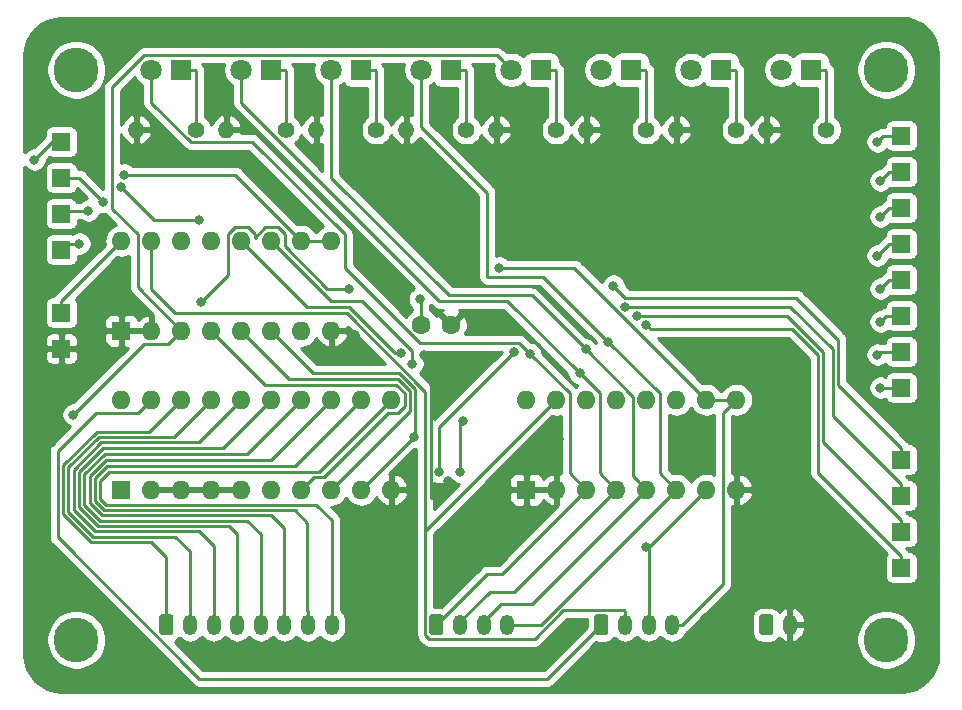
<source format=gbr>
G04 #@! TF.GenerationSoftware,KiCad,Pcbnew,(5.1.2-1)-1*
G04 #@! TF.CreationDate,2019-08-26T08:12:18+10:00*
G04 #@! TF.ProjectId,instruction-register,696e7374-7275-4637-9469-6f6e2d726567,rev?*
G04 #@! TF.SameCoordinates,Original*
G04 #@! TF.FileFunction,Copper,L1,Top*
G04 #@! TF.FilePolarity,Positive*
%FSLAX46Y46*%
G04 Gerber Fmt 4.6, Leading zero omitted, Abs format (unit mm)*
G04 Created by KiCad (PCBNEW (5.1.2-1)-1) date 2019-08-26 08:12:18*
%MOMM*%
%LPD*%
G04 APERTURE LIST*
%ADD10C,3.790000*%
%ADD11C,1.600000*%
%ADD12R,1.800000X1.800000*%
%ADD13C,1.800000*%
%ADD14C,0.100000*%
%ADD15C,1.200000*%
%ADD16O,1.200000X1.750000*%
%ADD17C,1.400000*%
%ADD18O,1.400000X1.400000*%
%ADD19R,1.600000X1.600000*%
%ADD20O,1.600000X1.600000*%
%ADD21R,1.500000X1.500000*%
%ADD22C,0.800000*%
%ADD23C,0.250000*%
%ADD24C,0.254000*%
G04 APERTURE END LIST*
D10*
X20320000Y-52070000D03*
X88900000Y-52070000D03*
X88900000Y-100330000D03*
X20320000Y-100330000D03*
D11*
X49530000Y-73660000D03*
X52030000Y-73660000D03*
D12*
X29210000Y-52070000D03*
D13*
X26670000Y-52070000D03*
X34290000Y-52070000D03*
D12*
X36830000Y-52070000D03*
X44450000Y-52070000D03*
D13*
X41910000Y-52070000D03*
X49530000Y-52070000D03*
D12*
X52070000Y-52070000D03*
X59690000Y-52070000D03*
D13*
X57150000Y-52070000D03*
X64770000Y-52070000D03*
D12*
X67310000Y-52070000D03*
X74930000Y-52070000D03*
D13*
X72390000Y-52070000D03*
X80010000Y-52070000D03*
D12*
X82550000Y-52070000D03*
D14*
G36*
X28314505Y-98186204D02*
G01*
X28338773Y-98189804D01*
X28362572Y-98195765D01*
X28385671Y-98204030D01*
X28407850Y-98214520D01*
X28428893Y-98227132D01*
X28448599Y-98241747D01*
X28466777Y-98258223D01*
X28483253Y-98276401D01*
X28497868Y-98296107D01*
X28510480Y-98317150D01*
X28520970Y-98339329D01*
X28529235Y-98362428D01*
X28535196Y-98386227D01*
X28538796Y-98410495D01*
X28540000Y-98434999D01*
X28540000Y-99685001D01*
X28538796Y-99709505D01*
X28535196Y-99733773D01*
X28529235Y-99757572D01*
X28520970Y-99780671D01*
X28510480Y-99802850D01*
X28497868Y-99823893D01*
X28483253Y-99843599D01*
X28466777Y-99861777D01*
X28448599Y-99878253D01*
X28428893Y-99892868D01*
X28407850Y-99905480D01*
X28385671Y-99915970D01*
X28362572Y-99924235D01*
X28338773Y-99930196D01*
X28314505Y-99933796D01*
X28290001Y-99935000D01*
X27589999Y-99935000D01*
X27565495Y-99933796D01*
X27541227Y-99930196D01*
X27517428Y-99924235D01*
X27494329Y-99915970D01*
X27472150Y-99905480D01*
X27451107Y-99892868D01*
X27431401Y-99878253D01*
X27413223Y-99861777D01*
X27396747Y-99843599D01*
X27382132Y-99823893D01*
X27369520Y-99802850D01*
X27359030Y-99780671D01*
X27350765Y-99757572D01*
X27344804Y-99733773D01*
X27341204Y-99709505D01*
X27340000Y-99685001D01*
X27340000Y-98434999D01*
X27341204Y-98410495D01*
X27344804Y-98386227D01*
X27350765Y-98362428D01*
X27359030Y-98339329D01*
X27369520Y-98317150D01*
X27382132Y-98296107D01*
X27396747Y-98276401D01*
X27413223Y-98258223D01*
X27431401Y-98241747D01*
X27451107Y-98227132D01*
X27472150Y-98214520D01*
X27494329Y-98204030D01*
X27517428Y-98195765D01*
X27541227Y-98189804D01*
X27565495Y-98186204D01*
X27589999Y-98185000D01*
X28290001Y-98185000D01*
X28314505Y-98186204D01*
X28314505Y-98186204D01*
G37*
D15*
X27940000Y-99060000D03*
D16*
X29940000Y-99060000D03*
X31940000Y-99060000D03*
X33940000Y-99060000D03*
X35940000Y-99060000D03*
X37940000Y-99060000D03*
X39940000Y-99060000D03*
X41940000Y-99060000D03*
D14*
G36*
X51174505Y-98186204D02*
G01*
X51198773Y-98189804D01*
X51222572Y-98195765D01*
X51245671Y-98204030D01*
X51267850Y-98214520D01*
X51288893Y-98227132D01*
X51308599Y-98241747D01*
X51326777Y-98258223D01*
X51343253Y-98276401D01*
X51357868Y-98296107D01*
X51370480Y-98317150D01*
X51380970Y-98339329D01*
X51389235Y-98362428D01*
X51395196Y-98386227D01*
X51398796Y-98410495D01*
X51400000Y-98434999D01*
X51400000Y-99685001D01*
X51398796Y-99709505D01*
X51395196Y-99733773D01*
X51389235Y-99757572D01*
X51380970Y-99780671D01*
X51370480Y-99802850D01*
X51357868Y-99823893D01*
X51343253Y-99843599D01*
X51326777Y-99861777D01*
X51308599Y-99878253D01*
X51288893Y-99892868D01*
X51267850Y-99905480D01*
X51245671Y-99915970D01*
X51222572Y-99924235D01*
X51198773Y-99930196D01*
X51174505Y-99933796D01*
X51150001Y-99935000D01*
X50449999Y-99935000D01*
X50425495Y-99933796D01*
X50401227Y-99930196D01*
X50377428Y-99924235D01*
X50354329Y-99915970D01*
X50332150Y-99905480D01*
X50311107Y-99892868D01*
X50291401Y-99878253D01*
X50273223Y-99861777D01*
X50256747Y-99843599D01*
X50242132Y-99823893D01*
X50229520Y-99802850D01*
X50219030Y-99780671D01*
X50210765Y-99757572D01*
X50204804Y-99733773D01*
X50201204Y-99709505D01*
X50200000Y-99685001D01*
X50200000Y-98434999D01*
X50201204Y-98410495D01*
X50204804Y-98386227D01*
X50210765Y-98362428D01*
X50219030Y-98339329D01*
X50229520Y-98317150D01*
X50242132Y-98296107D01*
X50256747Y-98276401D01*
X50273223Y-98258223D01*
X50291401Y-98241747D01*
X50311107Y-98227132D01*
X50332150Y-98214520D01*
X50354329Y-98204030D01*
X50377428Y-98195765D01*
X50401227Y-98189804D01*
X50425495Y-98186204D01*
X50449999Y-98185000D01*
X51150001Y-98185000D01*
X51174505Y-98186204D01*
X51174505Y-98186204D01*
G37*
D15*
X50800000Y-99060000D03*
D16*
X52800000Y-99060000D03*
X54800000Y-99060000D03*
X56800000Y-99060000D03*
X70770000Y-99060000D03*
X68770000Y-99060000D03*
X66770000Y-99060000D03*
D14*
G36*
X65144505Y-98186204D02*
G01*
X65168773Y-98189804D01*
X65192572Y-98195765D01*
X65215671Y-98204030D01*
X65237850Y-98214520D01*
X65258893Y-98227132D01*
X65278599Y-98241747D01*
X65296777Y-98258223D01*
X65313253Y-98276401D01*
X65327868Y-98296107D01*
X65340480Y-98317150D01*
X65350970Y-98339329D01*
X65359235Y-98362428D01*
X65365196Y-98386227D01*
X65368796Y-98410495D01*
X65370000Y-98434999D01*
X65370000Y-99685001D01*
X65368796Y-99709505D01*
X65365196Y-99733773D01*
X65359235Y-99757572D01*
X65350970Y-99780671D01*
X65340480Y-99802850D01*
X65327868Y-99823893D01*
X65313253Y-99843599D01*
X65296777Y-99861777D01*
X65278599Y-99878253D01*
X65258893Y-99892868D01*
X65237850Y-99905480D01*
X65215671Y-99915970D01*
X65192572Y-99924235D01*
X65168773Y-99930196D01*
X65144505Y-99933796D01*
X65120001Y-99935000D01*
X64419999Y-99935000D01*
X64395495Y-99933796D01*
X64371227Y-99930196D01*
X64347428Y-99924235D01*
X64324329Y-99915970D01*
X64302150Y-99905480D01*
X64281107Y-99892868D01*
X64261401Y-99878253D01*
X64243223Y-99861777D01*
X64226747Y-99843599D01*
X64212132Y-99823893D01*
X64199520Y-99802850D01*
X64189030Y-99780671D01*
X64180765Y-99757572D01*
X64174804Y-99733773D01*
X64171204Y-99709505D01*
X64170000Y-99685001D01*
X64170000Y-98434999D01*
X64171204Y-98410495D01*
X64174804Y-98386227D01*
X64180765Y-98362428D01*
X64189030Y-98339329D01*
X64199520Y-98317150D01*
X64212132Y-98296107D01*
X64226747Y-98276401D01*
X64243223Y-98258223D01*
X64261401Y-98241747D01*
X64281107Y-98227132D01*
X64302150Y-98214520D01*
X64324329Y-98204030D01*
X64347428Y-98195765D01*
X64371227Y-98189804D01*
X64395495Y-98186204D01*
X64419999Y-98185000D01*
X65120001Y-98185000D01*
X65144505Y-98186204D01*
X65144505Y-98186204D01*
G37*
D15*
X64770000Y-99060000D03*
D14*
G36*
X79114505Y-98186204D02*
G01*
X79138773Y-98189804D01*
X79162572Y-98195765D01*
X79185671Y-98204030D01*
X79207850Y-98214520D01*
X79228893Y-98227132D01*
X79248599Y-98241747D01*
X79266777Y-98258223D01*
X79283253Y-98276401D01*
X79297868Y-98296107D01*
X79310480Y-98317150D01*
X79320970Y-98339329D01*
X79329235Y-98362428D01*
X79335196Y-98386227D01*
X79338796Y-98410495D01*
X79340000Y-98434999D01*
X79340000Y-99685001D01*
X79338796Y-99709505D01*
X79335196Y-99733773D01*
X79329235Y-99757572D01*
X79320970Y-99780671D01*
X79310480Y-99802850D01*
X79297868Y-99823893D01*
X79283253Y-99843599D01*
X79266777Y-99861777D01*
X79248599Y-99878253D01*
X79228893Y-99892868D01*
X79207850Y-99905480D01*
X79185671Y-99915970D01*
X79162572Y-99924235D01*
X79138773Y-99930196D01*
X79114505Y-99933796D01*
X79090001Y-99935000D01*
X78389999Y-99935000D01*
X78365495Y-99933796D01*
X78341227Y-99930196D01*
X78317428Y-99924235D01*
X78294329Y-99915970D01*
X78272150Y-99905480D01*
X78251107Y-99892868D01*
X78231401Y-99878253D01*
X78213223Y-99861777D01*
X78196747Y-99843599D01*
X78182132Y-99823893D01*
X78169520Y-99802850D01*
X78159030Y-99780671D01*
X78150765Y-99757572D01*
X78144804Y-99733773D01*
X78141204Y-99709505D01*
X78140000Y-99685001D01*
X78140000Y-98434999D01*
X78141204Y-98410495D01*
X78144804Y-98386227D01*
X78150765Y-98362428D01*
X78159030Y-98339329D01*
X78169520Y-98317150D01*
X78182132Y-98296107D01*
X78196747Y-98276401D01*
X78213223Y-98258223D01*
X78231401Y-98241747D01*
X78251107Y-98227132D01*
X78272150Y-98214520D01*
X78294329Y-98204030D01*
X78317428Y-98195765D01*
X78341227Y-98189804D01*
X78365495Y-98186204D01*
X78389999Y-98185000D01*
X79090001Y-98185000D01*
X79114505Y-98186204D01*
X79114505Y-98186204D01*
G37*
D15*
X78740000Y-99060000D03*
D16*
X80740000Y-99060000D03*
D17*
X30480000Y-57150000D03*
D18*
X25400000Y-57150000D03*
X33020000Y-57150000D03*
D17*
X38100000Y-57150000D03*
X45720000Y-57150000D03*
D18*
X40640000Y-57150000D03*
X48260000Y-57150000D03*
D17*
X53340000Y-57150000D03*
X60960000Y-57150000D03*
D18*
X55880000Y-57150000D03*
X63500000Y-57150000D03*
D17*
X68580000Y-57150000D03*
X76200000Y-57150000D03*
D18*
X71120000Y-57150000D03*
X78740000Y-57150000D03*
D17*
X83820000Y-57150000D03*
D19*
X24130000Y-87630000D03*
D20*
X46990000Y-80010000D03*
X26670000Y-87630000D03*
X44450000Y-80010000D03*
X29210000Y-87630000D03*
X41910000Y-80010000D03*
X31750000Y-87630000D03*
X39370000Y-80010000D03*
X34290000Y-87630000D03*
X36830000Y-80010000D03*
X36830000Y-87630000D03*
X34290000Y-80010000D03*
X39370000Y-87630000D03*
X31750000Y-80010000D03*
X41910000Y-87630000D03*
X29210000Y-80010000D03*
X44450000Y-87630000D03*
X26670000Y-80010000D03*
X46990000Y-87630000D03*
X24130000Y-80010000D03*
D19*
X58420000Y-87630000D03*
D20*
X76200000Y-80010000D03*
X60960000Y-87630000D03*
X73660000Y-80010000D03*
X63500000Y-87630000D03*
X71120000Y-80010000D03*
X66040000Y-87630000D03*
X68580000Y-80010000D03*
X68580000Y-87630000D03*
X66040000Y-80010000D03*
X71120000Y-87630000D03*
X63500000Y-80010000D03*
X73660000Y-87630000D03*
X60960000Y-80010000D03*
X76200000Y-87630000D03*
X58420000Y-80010000D03*
X24130000Y-66548000D03*
X41910000Y-74168000D03*
X26670000Y-66548000D03*
X39370000Y-74168000D03*
X29210000Y-66548000D03*
X36830000Y-74168000D03*
X31750000Y-66548000D03*
X34290000Y-74168000D03*
X34290000Y-66548000D03*
X31750000Y-74168000D03*
X36830000Y-66548000D03*
X29210000Y-74168000D03*
X39370000Y-66548000D03*
X26670000Y-74168000D03*
X41910000Y-66548000D03*
D19*
X24130000Y-74168000D03*
D21*
X90170000Y-57658000D03*
X90170000Y-60706000D03*
X90170000Y-63754000D03*
X90170000Y-66802000D03*
X90170000Y-69850000D03*
X90170000Y-72898000D03*
X90170000Y-75946000D03*
X90170000Y-78994000D03*
X90170000Y-94234000D03*
X90170000Y-91186000D03*
X90170000Y-88138000D03*
X90170000Y-85090000D03*
X19050000Y-58166000D03*
X19050000Y-61214000D03*
X19050000Y-64262000D03*
X19050000Y-67310000D03*
X19050000Y-72644000D03*
X19050000Y-75692000D03*
D22*
X30856347Y-71759653D03*
X43434000Y-70612000D03*
X49403000Y-71501000D03*
X39370000Y-52070000D03*
X47244000Y-52070000D03*
X32004000Y-52070000D03*
X24892000Y-53594000D03*
X48514000Y-91440000D03*
X72644000Y-86207017D03*
X72644000Y-82804000D03*
X43942000Y-74568001D03*
X43942000Y-76200000D03*
X51816000Y-86868000D03*
X49779347Y-76204653D03*
X61214000Y-83312000D03*
X58744501Y-76129499D03*
X65786000Y-70358000D03*
X62935501Y-77780499D03*
X66806653Y-72131347D03*
X63443501Y-75748499D03*
X67818000Y-72898000D03*
X65348501Y-75113499D03*
X68580000Y-73660000D03*
X88138000Y-58166000D03*
X88392000Y-61468000D03*
X88392000Y-64516000D03*
X88138000Y-67818000D03*
X88392000Y-70612000D03*
X88392000Y-73406000D03*
X47834000Y-76018001D03*
X88138000Y-76200000D03*
X48768000Y-76962000D03*
X88392000Y-78994000D03*
X56134000Y-68834000D03*
X24384000Y-60960000D03*
X20574000Y-66802000D03*
X68580000Y-92456000D03*
X52832000Y-86126990D03*
X53086000Y-81788000D03*
X30734000Y-64770000D03*
X24130000Y-61976000D03*
X21336000Y-64008000D03*
X22606000Y-63246000D03*
X16764000Y-59690000D03*
X20066000Y-81280000D03*
X51054000Y-86126990D03*
X57404000Y-75946000D03*
X48895000Y-83185000D03*
D23*
X19050000Y-71628000D02*
X19050000Y-72644000D01*
X24130000Y-66548000D02*
X19050000Y-71628000D01*
X49530000Y-73660000D02*
X49530000Y-71628000D01*
X41530410Y-70612000D02*
X43434000Y-70612000D01*
X37955001Y-67036591D02*
X41530410Y-70612000D01*
X37370001Y-65422999D02*
X37955001Y-66007999D01*
X37955001Y-66007999D02*
X37955001Y-67036591D01*
X36289999Y-65422999D02*
X37370001Y-65422999D01*
X33749999Y-65422999D02*
X34830001Y-65422999D01*
X35415001Y-66007999D02*
X35415001Y-66297997D01*
X35415001Y-66297997D02*
X36289999Y-65422999D01*
X34830001Y-65422999D02*
X35415001Y-66007999D01*
X33164999Y-69451001D02*
X33164999Y-66007999D01*
X33164999Y-66007999D02*
X33749999Y-65422999D01*
X30856347Y-71759653D02*
X33164999Y-69451001D01*
X49530000Y-71628000D02*
X49403000Y-71501000D01*
X72644000Y-86207017D02*
X72644000Y-82804000D01*
X43942000Y-74568001D02*
X43942000Y-76200000D01*
X50325000Y-76750306D02*
X49779347Y-76204653D01*
X50325000Y-88359000D02*
X50325000Y-76750306D01*
X51816000Y-86868000D02*
X50325000Y-88359000D01*
X60960000Y-83566000D02*
X61214000Y-83312000D01*
X60960000Y-87630000D02*
X60960000Y-83566000D01*
X50800000Y-99060000D02*
X55118000Y-94742000D01*
X56388000Y-94742000D02*
X63500000Y-87630000D01*
X55118000Y-94742000D02*
X56388000Y-94742000D01*
X26670000Y-53342792D02*
X26670000Y-52070000D01*
X26670000Y-54857002D02*
X26670000Y-53342792D01*
X29987999Y-58175001D02*
X26670000Y-54857002D01*
X35202003Y-58175001D02*
X29987999Y-58175001D01*
X43035001Y-66007999D02*
X35202003Y-58175001D01*
X43035001Y-68830003D02*
X43035001Y-66007999D01*
X49388998Y-75184000D02*
X43035001Y-68830003D01*
X62085001Y-79469999D02*
X58744501Y-76129499D01*
X62085001Y-86215001D02*
X62085001Y-81932999D01*
X57799002Y-75184000D02*
X49388998Y-75184000D01*
X63500000Y-87630000D02*
X62085001Y-86215001D01*
X62085001Y-81932999D02*
X62085001Y-79469999D01*
X58744501Y-76129499D02*
X57799002Y-75184000D01*
X65786000Y-70358000D02*
X66802000Y-71374000D01*
X66802000Y-71374000D02*
X81280000Y-71374000D01*
X81280000Y-71374000D02*
X84836000Y-74930000D01*
X90170000Y-84090000D02*
X90170000Y-85090000D01*
X84836000Y-78756000D02*
X90170000Y-84090000D01*
X84836000Y-74930000D02*
X84836000Y-78756000D01*
X52800000Y-98785000D02*
X55319000Y-96266000D01*
X52800000Y-99060000D02*
X52800000Y-98785000D01*
X57404000Y-96266000D02*
X66040000Y-87630000D01*
X55319000Y-96266000D02*
X57404000Y-96266000D01*
X64625001Y-79469999D02*
X62935501Y-77780499D01*
X64625001Y-86215001D02*
X64625001Y-81932999D01*
X66040000Y-87630000D02*
X64625001Y-86215001D01*
X34290000Y-53342792D02*
X34290000Y-52070000D01*
X34290000Y-54857002D02*
X34290000Y-53342792D01*
X51060998Y-71628000D02*
X34290000Y-54857002D01*
X56783002Y-71628000D02*
X51060998Y-71628000D01*
X64625001Y-81932999D02*
X64625001Y-79469999D01*
X62935501Y-77780499D02*
X56783002Y-71628000D01*
X66806653Y-72131347D02*
X80767347Y-72131347D01*
X90170000Y-87138000D02*
X90170000Y-88138000D01*
X84385990Y-81353990D02*
X90170000Y-87138000D01*
X84385990Y-75749990D02*
X84385990Y-81353990D01*
X80767347Y-72131347D02*
X84385990Y-75749990D01*
X54800000Y-98785000D02*
X56303000Y-97282000D01*
X54800000Y-99060000D02*
X54800000Y-98785000D01*
X58928000Y-97282000D02*
X68580000Y-87630000D01*
X56303000Y-97282000D02*
X58928000Y-97282000D01*
X41910000Y-52070000D02*
X41910000Y-61214000D01*
X67454999Y-86504999D02*
X67780001Y-86830001D01*
X67780001Y-86830001D02*
X68580000Y-87630000D01*
X67454999Y-79759997D02*
X67454999Y-81643001D01*
X58872992Y-71177990D02*
X63443501Y-75748499D01*
X51873990Y-71177990D02*
X58872992Y-71177990D01*
X41910000Y-61214000D02*
X51873990Y-71177990D01*
X67454999Y-81643001D02*
X67454999Y-86504999D01*
X63443501Y-75748499D02*
X67454999Y-79759997D01*
X67818000Y-72898000D02*
X80518000Y-72898000D01*
X80518000Y-72898000D02*
X83566000Y-75946000D01*
X90170000Y-90186000D02*
X90170000Y-91186000D01*
X83566000Y-83582000D02*
X90170000Y-90186000D01*
X83566000Y-75946000D02*
X83566000Y-83582000D01*
X59690000Y-99060000D02*
X71120000Y-87630000D01*
X56800000Y-99060000D02*
X59690000Y-99060000D01*
X69705001Y-79469999D02*
X65348501Y-75113499D01*
X69705001Y-86215001D02*
X69705001Y-81678999D01*
X71120000Y-87630000D02*
X69705001Y-86215001D01*
X59831002Y-69596000D02*
X55118000Y-69596000D01*
X49530000Y-56902998D02*
X49530000Y-53342792D01*
X49530000Y-53342792D02*
X49530000Y-52070000D01*
X55118000Y-62490998D02*
X49530000Y-56902998D01*
X55118000Y-69596000D02*
X55118000Y-62490998D01*
X69705001Y-81678999D02*
X69705001Y-79469999D01*
X64840501Y-74605499D02*
X59831002Y-69596000D01*
X65348501Y-75113499D02*
X64840501Y-74605499D01*
X68979999Y-74059999D02*
X80917999Y-74059999D01*
X68580000Y-73660000D02*
X68979999Y-74059999D01*
X80917999Y-74059999D02*
X83115990Y-76257990D01*
X90170000Y-93234000D02*
X90170000Y-94234000D01*
X83115990Y-86179990D02*
X90170000Y-93234000D01*
X83115990Y-76257990D02*
X83115990Y-86179990D01*
X27940000Y-99060000D02*
X27940000Y-93320063D01*
X19201936Y-89696794D02*
X19201937Y-85563193D01*
X21555193Y-92050058D02*
X19201936Y-89696794D01*
X19201937Y-85563193D02*
X22041160Y-82723970D01*
X26670000Y-92050063D02*
X21555193Y-92050058D01*
X27940000Y-93320063D02*
X26670000Y-92050063D01*
X26496030Y-82723970D02*
X29210000Y-80010000D01*
X22041160Y-82723970D02*
X26496030Y-82723970D01*
X88646000Y-57658000D02*
X88138000Y-58166000D01*
X90170000Y-57658000D02*
X88646000Y-57658000D01*
X29940000Y-99060000D02*
X29940000Y-92838055D01*
X19651946Y-85749594D02*
X22227560Y-83173980D01*
X28702000Y-91600055D02*
X21741594Y-91600050D01*
X19651945Y-89510395D02*
X19651946Y-85749594D01*
X21741594Y-91600050D02*
X19651945Y-89510395D01*
X29940000Y-92838055D02*
X28702000Y-91600055D01*
X28586020Y-83173980D02*
X31750000Y-80010000D01*
X22227560Y-83173980D02*
X28586020Y-83173980D01*
X89154000Y-60706000D02*
X88392000Y-61468000D01*
X90170000Y-60706000D02*
X89154000Y-60706000D01*
X31940000Y-99060000D02*
X31940000Y-92392000D01*
X21927995Y-91150042D02*
X20101954Y-89323996D01*
X20101955Y-85935995D02*
X22413960Y-83623990D01*
X20101954Y-89323996D02*
X20101955Y-85935995D01*
X30698046Y-91150046D02*
X21927995Y-91150042D01*
X31940000Y-92392000D02*
X30698046Y-91150046D01*
X30676010Y-83623990D02*
X34290000Y-80010000D01*
X22413960Y-83623990D02*
X30676010Y-83623990D01*
X89154000Y-63754000D02*
X88392000Y-64516000D01*
X90170000Y-63754000D02*
X89154000Y-63754000D01*
X33940000Y-99060000D02*
X33940000Y-91366037D01*
X20551964Y-86122396D02*
X22600360Y-84074000D01*
X22114396Y-90700034D02*
X20551963Y-89137597D01*
X20551963Y-89137597D02*
X20551964Y-86122396D01*
X33274000Y-90700037D02*
X22114396Y-90700034D01*
X33940000Y-91366037D02*
X33274000Y-90700037D01*
X32766000Y-84074000D02*
X36830000Y-80010000D01*
X22600360Y-84074000D02*
X32766000Y-84074000D01*
X89154000Y-66802000D02*
X88138000Y-67818000D01*
X90170000Y-66802000D02*
X89154000Y-66802000D01*
X35940000Y-99060000D02*
X35940000Y-91392028D01*
X21001972Y-88951198D02*
X21001973Y-86308797D01*
X34798000Y-90250028D02*
X22300797Y-90250026D01*
X21001973Y-86308797D02*
X22728770Y-84582000D01*
X22300797Y-90250026D02*
X21001972Y-88951198D01*
X35940000Y-91392028D02*
X34798000Y-90250028D01*
X34798000Y-84582000D02*
X39370000Y-80010000D01*
X22728770Y-84582000D02*
X34798000Y-84582000D01*
X89154000Y-69850000D02*
X88392000Y-70612000D01*
X90170000Y-69850000D02*
X89154000Y-69850000D01*
X37940000Y-99060000D02*
X37940000Y-90910019D01*
X37940000Y-90910019D02*
X36830000Y-89800019D01*
X21451982Y-86495198D02*
X22857180Y-85090000D01*
X21451981Y-88764799D02*
X21451982Y-86495198D01*
X22487198Y-89800018D02*
X21451981Y-88764799D01*
X36830000Y-89800019D02*
X22487198Y-89800018D01*
X36830000Y-85090000D02*
X41910000Y-80010000D01*
X22857180Y-85090000D02*
X36830000Y-85090000D01*
X88900000Y-72898000D02*
X88392000Y-73406000D01*
X90170000Y-72898000D02*
X88900000Y-72898000D01*
X22927599Y-85655991D02*
X38804009Y-85655991D01*
X38804010Y-89350010D02*
X22673599Y-89350009D01*
X39878000Y-90424000D02*
X38804010Y-89350010D01*
X38804009Y-85655991D02*
X44450000Y-80010000D01*
X22673599Y-89350009D02*
X21901990Y-88578400D01*
X39878000Y-97873000D02*
X39878000Y-90424000D01*
X21901991Y-86681599D02*
X22927599Y-85655991D01*
X21901990Y-88578400D02*
X21901991Y-86681599D01*
X39940000Y-97935000D02*
X39878000Y-97873000D01*
X39940000Y-99060000D02*
X39940000Y-97935000D01*
X47268315Y-76018001D02*
X43386314Y-72136000D01*
X47834000Y-76018001D02*
X47268315Y-76018001D01*
X39878000Y-72136000D02*
X34544000Y-66802000D01*
X43386314Y-72136000D02*
X39878000Y-72136000D01*
X34544000Y-66802000D02*
X34290000Y-66548000D01*
X88392000Y-75946000D02*
X88138000Y-76200000D01*
X90170000Y-75946000D02*
X88392000Y-75946000D01*
X40894000Y-86106000D02*
X46990000Y-80010000D01*
X23114000Y-86106000D02*
X40894000Y-86106000D01*
X22352000Y-86868000D02*
X23114000Y-86106000D01*
X22352000Y-88392000D02*
X22352000Y-86868000D01*
X40640000Y-88900000D02*
X22860000Y-88900000D01*
X22860000Y-88900000D02*
X22352000Y-88392000D01*
X41940000Y-90200000D02*
X40640000Y-88900000D01*
X41940000Y-99060000D02*
X41940000Y-90200000D01*
X48768000Y-75878999D02*
X44517001Y-71628000D01*
X48768000Y-76962000D02*
X48768000Y-75878999D01*
X41910000Y-71628000D02*
X36830000Y-66548000D01*
X44517001Y-71628000D02*
X41910000Y-71628000D01*
X90170000Y-78994000D02*
X88392000Y-78994000D01*
X76200000Y-80010000D02*
X73660000Y-80010000D01*
X75400001Y-80809999D02*
X76200000Y-80010000D01*
X75074999Y-81135001D02*
X75400001Y-80809999D01*
X71620000Y-99060000D02*
X75074999Y-95605001D01*
X75074999Y-95605001D02*
X75074999Y-81135001D01*
X70770000Y-99060000D02*
X71620000Y-99060000D01*
X39370000Y-66548000D02*
X41910000Y-66548000D01*
X62484000Y-68834000D02*
X56134000Y-68834000D01*
X73660000Y-80010000D02*
X62484000Y-68834000D01*
X32907002Y-60960000D02*
X24384000Y-60960000D01*
X33782000Y-60960000D02*
X32907002Y-60960000D01*
X39370000Y-66548000D02*
X33782000Y-60960000D01*
X19558000Y-66802000D02*
X19050000Y-67310000D01*
X20574000Y-66802000D02*
X19558000Y-66802000D01*
X68770000Y-92520000D02*
X68770000Y-99060000D01*
X73660000Y-87630000D02*
X68770000Y-92520000D01*
X52832000Y-82042000D02*
X53086000Y-81788000D01*
X52832000Y-86126990D02*
X52832000Y-82042000D01*
X26924000Y-64770000D02*
X24130000Y-61976000D01*
X30734000Y-64770000D02*
X26924000Y-64770000D01*
X19304000Y-64008000D02*
X19050000Y-64262000D01*
X21336000Y-64008000D02*
X19304000Y-64008000D01*
X60160001Y-80809999D02*
X60960000Y-80010000D01*
X49874990Y-91095010D02*
X60160001Y-80809999D01*
X50211820Y-100260010D02*
X49874990Y-99923180D01*
X61526420Y-97859990D02*
X59126400Y-100260010D01*
X49874990Y-99923180D02*
X49874990Y-91095010D01*
X66694990Y-97859990D02*
X61526420Y-97859990D01*
X59126400Y-100260010D02*
X50211820Y-100260010D01*
X66770000Y-97935000D02*
X66694990Y-97859990D01*
X66770000Y-99060000D02*
X66770000Y-97935000D01*
X20574000Y-61214000D02*
X22606000Y-63246000D01*
X19050000Y-61214000D02*
X20574000Y-61214000D01*
X26670000Y-70612000D02*
X26670000Y-66548000D01*
X28702000Y-72644000D02*
X26670000Y-70612000D01*
X49874990Y-79320758D02*
X43198232Y-72644000D01*
X43198232Y-72644000D02*
X28702000Y-72644000D01*
X49874990Y-91095010D02*
X49874990Y-79320758D01*
X25870001Y-80809999D02*
X26670000Y-80010000D01*
X21988999Y-81135001D02*
X25544999Y-81135001D01*
X18751928Y-84372072D02*
X21988999Y-81135001D01*
X18751928Y-91660118D02*
X18751928Y-84372072D01*
X30723810Y-103632000D02*
X18751928Y-91660118D01*
X25544999Y-81135001D02*
X25870001Y-80809999D01*
X60198000Y-103632000D02*
X30723810Y-103632000D01*
X64770000Y-99060000D02*
X60198000Y-103632000D01*
X18288000Y-58166000D02*
X19050000Y-58166000D01*
X16764000Y-59690000D02*
X18288000Y-58166000D01*
X30360000Y-52070000D02*
X29210000Y-52070000D01*
X30480000Y-52190000D02*
X30360000Y-52070000D01*
X30480000Y-57150000D02*
X30480000Y-52190000D01*
X37980000Y-52070000D02*
X36830000Y-52070000D01*
X38100000Y-52190000D02*
X37980000Y-52070000D01*
X38100000Y-57150000D02*
X38100000Y-52190000D01*
X45720000Y-52190000D02*
X45600000Y-52070000D01*
X45600000Y-52070000D02*
X44450000Y-52070000D01*
X45720000Y-57150000D02*
X45720000Y-52190000D01*
X53340000Y-52190000D02*
X53220000Y-52070000D01*
X53220000Y-52070000D02*
X52070000Y-52070000D01*
X53340000Y-57150000D02*
X53340000Y-52190000D01*
X60840000Y-52070000D02*
X59690000Y-52070000D01*
X60960000Y-52190000D02*
X60840000Y-52070000D01*
X60960000Y-57150000D02*
X60960000Y-52190000D01*
X26052999Y-75293001D02*
X20066000Y-81280000D01*
X28084999Y-75293001D02*
X26052999Y-75293001D01*
X29210000Y-74168000D02*
X28084999Y-75293001D01*
X25544999Y-70502999D02*
X25544999Y-66007999D01*
X29210000Y-74168000D02*
X25544999Y-70502999D01*
X55924999Y-50844999D02*
X56250001Y-51170001D01*
X26081999Y-50844999D02*
X55924999Y-50844999D01*
X23368000Y-53558998D02*
X26081999Y-50844999D01*
X56250001Y-51170001D02*
X57150000Y-52070000D01*
X23368000Y-63831000D02*
X23368000Y-53558998D01*
X25544999Y-66007999D02*
X23368000Y-63831000D01*
X48115001Y-80550001D02*
X48115001Y-79469999D01*
X41318988Y-86556010D02*
X46739997Y-81135001D01*
X40443990Y-86556010D02*
X41318988Y-86556010D01*
X48115001Y-79469999D02*
X47385002Y-78740000D01*
X47530001Y-81135001D02*
X48115001Y-80550001D01*
X46739997Y-81135001D02*
X47530001Y-81135001D01*
X39370000Y-87630000D02*
X40443990Y-86556010D01*
X36322000Y-78740000D02*
X31750000Y-74168000D01*
X47385002Y-78740000D02*
X36322000Y-78740000D01*
X51054000Y-82296000D02*
X57404000Y-75946000D01*
X51054000Y-86126990D02*
X51054000Y-82296000D01*
X68460000Y-52070000D02*
X67310000Y-52070000D01*
X68580000Y-52190000D02*
X68460000Y-52070000D01*
X68580000Y-57150000D02*
X68580000Y-52190000D01*
X76080000Y-52070000D02*
X74930000Y-52070000D01*
X76200000Y-52190000D02*
X76080000Y-52070000D01*
X76200000Y-57150000D02*
X76200000Y-52190000D01*
X48565011Y-79283599D02*
X47513412Y-78232000D01*
X48565011Y-80974989D02*
X48565011Y-79283599D01*
X41910000Y-87630000D02*
X48565011Y-80974989D01*
X38354000Y-78232000D02*
X34290000Y-74168000D01*
X47513412Y-78232000D02*
X38354000Y-78232000D01*
X49015020Y-83064980D02*
X49015020Y-79097198D01*
X49015020Y-79097198D02*
X47641822Y-77724000D01*
X44450000Y-87630000D02*
X48895000Y-83185000D01*
X40386000Y-77724000D02*
X36830000Y-74168000D01*
X47641822Y-77724000D02*
X40386000Y-77724000D01*
X48895000Y-83185000D02*
X49015020Y-83064980D01*
X83700000Y-52070000D02*
X82550000Y-52070000D01*
X83820000Y-52190000D02*
X83700000Y-52070000D01*
X83820000Y-57150000D02*
X83820000Y-52190000D01*
D24*
G36*
X90776344Y-47737738D02*
G01*
X91359595Y-47913832D01*
X91897529Y-48199856D01*
X92369667Y-48584922D01*
X92758019Y-49054359D01*
X93047794Y-49590286D01*
X93227955Y-50172291D01*
X93295000Y-50810189D01*
X93295001Y-101566485D01*
X93232262Y-102206343D01*
X93056168Y-102789595D01*
X92770143Y-103327531D01*
X92385078Y-103799667D01*
X91915641Y-104188019D01*
X91379714Y-104477794D01*
X90797705Y-104657956D01*
X90159811Y-104725000D01*
X19083505Y-104725000D01*
X18443657Y-104662262D01*
X17860405Y-104486168D01*
X17322469Y-104200143D01*
X16850333Y-103815078D01*
X16461981Y-103345641D01*
X16172206Y-102809714D01*
X15992044Y-102227705D01*
X15925000Y-101589811D01*
X15925000Y-100080817D01*
X17790000Y-100080817D01*
X17790000Y-100579183D01*
X17887226Y-101067974D01*
X18077943Y-101528405D01*
X18354820Y-101942781D01*
X18707219Y-102295180D01*
X19121595Y-102572057D01*
X19582026Y-102762774D01*
X20070817Y-102860000D01*
X20569183Y-102860000D01*
X21057974Y-102762774D01*
X21518405Y-102572057D01*
X21932781Y-102295180D01*
X22285180Y-101942781D01*
X22562057Y-101528405D01*
X22752774Y-101067974D01*
X22850000Y-100579183D01*
X22850000Y-100080817D01*
X22752774Y-99592026D01*
X22562057Y-99131595D01*
X22285180Y-98717219D01*
X21932781Y-98364820D01*
X21518405Y-98087943D01*
X21057974Y-97897226D01*
X20569183Y-97800000D01*
X20070817Y-97800000D01*
X19582026Y-97897226D01*
X19121595Y-98087943D01*
X18707219Y-98364820D01*
X18354820Y-98717219D01*
X18077943Y-99131595D01*
X17887226Y-99592026D01*
X17790000Y-100080817D01*
X15925000Y-100080817D01*
X15925000Y-76442000D01*
X17661928Y-76442000D01*
X17674188Y-76566482D01*
X17710498Y-76686180D01*
X17769463Y-76796494D01*
X17848815Y-76893185D01*
X17945506Y-76972537D01*
X18055820Y-77031502D01*
X18175518Y-77067812D01*
X18300000Y-77080072D01*
X18764250Y-77077000D01*
X18923000Y-76918250D01*
X18923000Y-75819000D01*
X19177000Y-75819000D01*
X19177000Y-76918250D01*
X19335750Y-77077000D01*
X19800000Y-77080072D01*
X19924482Y-77067812D01*
X20044180Y-77031502D01*
X20154494Y-76972537D01*
X20251185Y-76893185D01*
X20330537Y-76796494D01*
X20389502Y-76686180D01*
X20425812Y-76566482D01*
X20438072Y-76442000D01*
X20435000Y-75977750D01*
X20276250Y-75819000D01*
X19177000Y-75819000D01*
X18923000Y-75819000D01*
X17823750Y-75819000D01*
X17665000Y-75977750D01*
X17661928Y-76442000D01*
X15925000Y-76442000D01*
X15925000Y-74942000D01*
X17661928Y-74942000D01*
X17665000Y-75406250D01*
X17823750Y-75565000D01*
X18923000Y-75565000D01*
X18923000Y-74465750D01*
X19177000Y-74465750D01*
X19177000Y-75565000D01*
X20276250Y-75565000D01*
X20435000Y-75406250D01*
X20437899Y-74968000D01*
X22691928Y-74968000D01*
X22704188Y-75092482D01*
X22740498Y-75212180D01*
X22799463Y-75322494D01*
X22878815Y-75419185D01*
X22975506Y-75498537D01*
X23085820Y-75557502D01*
X23205518Y-75593812D01*
X23330000Y-75606072D01*
X23844250Y-75603000D01*
X24003000Y-75444250D01*
X24003000Y-74295000D01*
X22853750Y-74295000D01*
X22695000Y-74453750D01*
X22691928Y-74968000D01*
X20437899Y-74968000D01*
X20438072Y-74942000D01*
X20425812Y-74817518D01*
X20389502Y-74697820D01*
X20330537Y-74587506D01*
X20251185Y-74490815D01*
X20154494Y-74411463D01*
X20044180Y-74352498D01*
X19924482Y-74316188D01*
X19800000Y-74303928D01*
X19335750Y-74307000D01*
X19177000Y-74465750D01*
X18923000Y-74465750D01*
X18764250Y-74307000D01*
X18300000Y-74303928D01*
X18175518Y-74316188D01*
X18055820Y-74352498D01*
X17945506Y-74411463D01*
X17848815Y-74490815D01*
X17769463Y-74587506D01*
X17710498Y-74697820D01*
X17674188Y-74817518D01*
X17661928Y-74942000D01*
X15925000Y-74942000D01*
X15925000Y-66560000D01*
X17661928Y-66560000D01*
X17661928Y-68060000D01*
X17674188Y-68184482D01*
X17710498Y-68304180D01*
X17769463Y-68414494D01*
X17848815Y-68511185D01*
X17945506Y-68590537D01*
X18055820Y-68649502D01*
X18175518Y-68685812D01*
X18300000Y-68698072D01*
X19800000Y-68698072D01*
X19924482Y-68685812D01*
X20044180Y-68649502D01*
X20154494Y-68590537D01*
X20251185Y-68511185D01*
X20330537Y-68414494D01*
X20389502Y-68304180D01*
X20425812Y-68184482D01*
X20438072Y-68060000D01*
X20438072Y-67830239D01*
X20472061Y-67837000D01*
X20675939Y-67837000D01*
X20875898Y-67797226D01*
X21064256Y-67719205D01*
X21233774Y-67605937D01*
X21377937Y-67461774D01*
X21491205Y-67292256D01*
X21569226Y-67103898D01*
X21609000Y-66903939D01*
X21609000Y-66700061D01*
X21569226Y-66500102D01*
X21491205Y-66311744D01*
X21377937Y-66142226D01*
X21233774Y-65998063D01*
X21064256Y-65884795D01*
X20875898Y-65806774D01*
X20675939Y-65767000D01*
X20472061Y-65767000D01*
X20272102Y-65806774D01*
X20083744Y-65884795D01*
X19983176Y-65951993D01*
X19924482Y-65934188D01*
X19800000Y-65921928D01*
X18300000Y-65921928D01*
X18175518Y-65934188D01*
X18055820Y-65970498D01*
X17945506Y-66029463D01*
X17848815Y-66108815D01*
X17769463Y-66205506D01*
X17710498Y-66315820D01*
X17674188Y-66435518D01*
X17661928Y-66560000D01*
X15925000Y-66560000D01*
X15925000Y-60297298D01*
X15960063Y-60349774D01*
X16104226Y-60493937D01*
X16273744Y-60607205D01*
X16462102Y-60685226D01*
X16662061Y-60725000D01*
X16865939Y-60725000D01*
X17065898Y-60685226D01*
X17254256Y-60607205D01*
X17423774Y-60493937D01*
X17453711Y-60464000D01*
X17661928Y-60464000D01*
X17661928Y-61964000D01*
X17674188Y-62088482D01*
X17710498Y-62208180D01*
X17769463Y-62318494D01*
X17848815Y-62415185D01*
X17945506Y-62494537D01*
X18055820Y-62553502D01*
X18175518Y-62589812D01*
X18300000Y-62602072D01*
X19800000Y-62602072D01*
X19924482Y-62589812D01*
X20044180Y-62553502D01*
X20154494Y-62494537D01*
X20251185Y-62415185D01*
X20330537Y-62318494D01*
X20389502Y-62208180D01*
X20413679Y-62128480D01*
X21258198Y-62973000D01*
X21234061Y-62973000D01*
X21034102Y-63012774D01*
X20845744Y-63090795D01*
X20676226Y-63204063D01*
X20632289Y-63248000D01*
X20378908Y-63248000D01*
X20330537Y-63157506D01*
X20251185Y-63060815D01*
X20154494Y-62981463D01*
X20044180Y-62922498D01*
X19924482Y-62886188D01*
X19800000Y-62873928D01*
X18300000Y-62873928D01*
X18175518Y-62886188D01*
X18055820Y-62922498D01*
X17945506Y-62981463D01*
X17848815Y-63060815D01*
X17769463Y-63157506D01*
X17710498Y-63267820D01*
X17674188Y-63387518D01*
X17661928Y-63512000D01*
X17661928Y-65012000D01*
X17674188Y-65136482D01*
X17710498Y-65256180D01*
X17769463Y-65366494D01*
X17848815Y-65463185D01*
X17945506Y-65542537D01*
X18055820Y-65601502D01*
X18175518Y-65637812D01*
X18300000Y-65650072D01*
X19800000Y-65650072D01*
X19924482Y-65637812D01*
X20044180Y-65601502D01*
X20154494Y-65542537D01*
X20251185Y-65463185D01*
X20330537Y-65366494D01*
X20389502Y-65256180D01*
X20425812Y-65136482D01*
X20438072Y-65012000D01*
X20438072Y-64768000D01*
X20632289Y-64768000D01*
X20676226Y-64811937D01*
X20845744Y-64925205D01*
X21034102Y-65003226D01*
X21234061Y-65043000D01*
X21437939Y-65043000D01*
X21637898Y-65003226D01*
X21826256Y-64925205D01*
X21995774Y-64811937D01*
X22139937Y-64667774D01*
X22253205Y-64498256D01*
X22331226Y-64309898D01*
X22343333Y-64249030D01*
X22504061Y-64281000D01*
X22707939Y-64281000D01*
X22747654Y-64273100D01*
X22764807Y-64294001D01*
X22827999Y-64371001D01*
X22857003Y-64394804D01*
X23654783Y-65192585D01*
X23578192Y-65215818D01*
X23328899Y-65349068D01*
X23110392Y-65528392D01*
X22931068Y-65746899D01*
X22797818Y-65996192D01*
X22715764Y-66266691D01*
X22688057Y-66548000D01*
X22715764Y-66829309D01*
X22729292Y-66873906D01*
X18539003Y-71064196D01*
X18509999Y-71087999D01*
X18470507Y-71136121D01*
X18415026Y-71203724D01*
X18387122Y-71255928D01*
X18300000Y-71255928D01*
X18175518Y-71268188D01*
X18055820Y-71304498D01*
X17945506Y-71363463D01*
X17848815Y-71442815D01*
X17769463Y-71539506D01*
X17710498Y-71649820D01*
X17674188Y-71769518D01*
X17661928Y-71894000D01*
X17661928Y-73394000D01*
X17674188Y-73518482D01*
X17710498Y-73638180D01*
X17769463Y-73748494D01*
X17848815Y-73845185D01*
X17945506Y-73924537D01*
X18055820Y-73983502D01*
X18175518Y-74019812D01*
X18300000Y-74032072D01*
X19800000Y-74032072D01*
X19924482Y-74019812D01*
X20044180Y-73983502D01*
X20154494Y-73924537D01*
X20251185Y-73845185D01*
X20330537Y-73748494D01*
X20389502Y-73638180D01*
X20425812Y-73518482D01*
X20438072Y-73394000D01*
X20438072Y-73368000D01*
X22691928Y-73368000D01*
X22695000Y-73882250D01*
X22853750Y-74041000D01*
X24003000Y-74041000D01*
X24003000Y-72891750D01*
X24257000Y-72891750D01*
X24257000Y-74041000D01*
X26543000Y-74041000D01*
X26543000Y-72898085D01*
X26320961Y-72776096D01*
X26186913Y-72816754D01*
X25932580Y-72936963D01*
X25706586Y-73104481D01*
X25558231Y-73268080D01*
X25555812Y-73243518D01*
X25519502Y-73123820D01*
X25460537Y-73013506D01*
X25381185Y-72916815D01*
X25284494Y-72837463D01*
X25174180Y-72778498D01*
X25054482Y-72742188D01*
X24930000Y-72729928D01*
X24415750Y-72733000D01*
X24257000Y-72891750D01*
X24003000Y-72891750D01*
X23844250Y-72733000D01*
X23330000Y-72729928D01*
X23205518Y-72742188D01*
X23085820Y-72778498D01*
X22975506Y-72837463D01*
X22878815Y-72916815D01*
X22799463Y-73013506D01*
X22740498Y-73123820D01*
X22704188Y-73243518D01*
X22691928Y-73368000D01*
X20438072Y-73368000D01*
X20438072Y-71894000D01*
X20425812Y-71769518D01*
X20389502Y-71649820D01*
X20330537Y-71539506D01*
X20277690Y-71475111D01*
X23804094Y-67948708D01*
X23848691Y-67962236D01*
X24059508Y-67983000D01*
X24200492Y-67983000D01*
X24411309Y-67962236D01*
X24681808Y-67880182D01*
X24785000Y-67825025D01*
X24784999Y-70465676D01*
X24781323Y-70502999D01*
X24784999Y-70540321D01*
X24784999Y-70540331D01*
X24795996Y-70651984D01*
X24826855Y-70753714D01*
X24839453Y-70795245D01*
X24910025Y-70927275D01*
X24937702Y-70960999D01*
X25004998Y-71043000D01*
X25034002Y-71066803D01*
X26841071Y-72873872D01*
X26797000Y-72898085D01*
X26797000Y-74041000D01*
X26817000Y-74041000D01*
X26817000Y-74295000D01*
X26797000Y-74295000D01*
X26797000Y-74315000D01*
X26543000Y-74315000D01*
X26543000Y-74295000D01*
X24257000Y-74295000D01*
X24257000Y-75444250D01*
X24415750Y-75603000D01*
X24666699Y-75604499D01*
X20026199Y-80245000D01*
X19964061Y-80245000D01*
X19764102Y-80284774D01*
X19575744Y-80362795D01*
X19406226Y-80476063D01*
X19262063Y-80620226D01*
X19148795Y-80789744D01*
X19070774Y-80978102D01*
X19031000Y-81178061D01*
X19031000Y-81381939D01*
X19070774Y-81581898D01*
X19148795Y-81770256D01*
X19262063Y-81939774D01*
X19406226Y-82083937D01*
X19575744Y-82197205D01*
X19764102Y-82275226D01*
X19772335Y-82276864D01*
X18240926Y-83808273D01*
X18211928Y-83832071D01*
X18188130Y-83861069D01*
X18188129Y-83861070D01*
X18116954Y-83947796D01*
X18046382Y-84079826D01*
X18039594Y-84102205D01*
X18002926Y-84223086D01*
X17992396Y-84330000D01*
X17988252Y-84372072D01*
X17991929Y-84409404D01*
X17991928Y-91622795D01*
X17988252Y-91660118D01*
X17991928Y-91697440D01*
X17991928Y-91697450D01*
X18002925Y-91809103D01*
X18033544Y-91910041D01*
X18046382Y-91952364D01*
X18116954Y-92084394D01*
X18138836Y-92111057D01*
X18211927Y-92200119D01*
X18240931Y-92223922D01*
X30160011Y-104143003D01*
X30183809Y-104172001D01*
X30212807Y-104195799D01*
X30299533Y-104266974D01*
X30381864Y-104310981D01*
X30431563Y-104337546D01*
X30574824Y-104381003D01*
X30686477Y-104392000D01*
X30686487Y-104392000D01*
X30723810Y-104395676D01*
X30761133Y-104392000D01*
X60160678Y-104392000D01*
X60198000Y-104395676D01*
X60235322Y-104392000D01*
X60235333Y-104392000D01*
X60346986Y-104381003D01*
X60490247Y-104337546D01*
X60622276Y-104266974D01*
X60738001Y-104172001D01*
X60761804Y-104142997D01*
X64339645Y-100565158D01*
X64419999Y-100573072D01*
X65120001Y-100573072D01*
X65293255Y-100556008D01*
X65459851Y-100505472D01*
X65613387Y-100423405D01*
X65747962Y-100312962D01*
X65858405Y-100178387D01*
X65860810Y-100173888D01*
X65892499Y-100212502D01*
X66080552Y-100366833D01*
X66295100Y-100481511D01*
X66527899Y-100552130D01*
X66770000Y-100575975D01*
X67012102Y-100552130D01*
X67244901Y-100481511D01*
X67459449Y-100366833D01*
X67647502Y-100212502D01*
X67770001Y-100063237D01*
X67892499Y-100212502D01*
X68080552Y-100366833D01*
X68295100Y-100481511D01*
X68527899Y-100552130D01*
X68770000Y-100575975D01*
X69012102Y-100552130D01*
X69244901Y-100481511D01*
X69459449Y-100366833D01*
X69647502Y-100212502D01*
X69770001Y-100063237D01*
X69892499Y-100212502D01*
X70080552Y-100366833D01*
X70295100Y-100481511D01*
X70527899Y-100552130D01*
X70770000Y-100575975D01*
X71012102Y-100552130D01*
X71244901Y-100481511D01*
X71459449Y-100366833D01*
X71647502Y-100212502D01*
X71801833Y-100024449D01*
X71916511Y-99809900D01*
X71933395Y-99754242D01*
X72044276Y-99694974D01*
X72160001Y-99600001D01*
X72183804Y-99570997D01*
X73319802Y-98434999D01*
X77501928Y-98434999D01*
X77501928Y-99685001D01*
X77518992Y-99858255D01*
X77569528Y-100024851D01*
X77651595Y-100178387D01*
X77762038Y-100312962D01*
X77896613Y-100423405D01*
X78050149Y-100505472D01*
X78216745Y-100556008D01*
X78389999Y-100573072D01*
X79090001Y-100573072D01*
X79263255Y-100556008D01*
X79429851Y-100505472D01*
X79583387Y-100423405D01*
X79717962Y-100312962D01*
X79828405Y-100178387D01*
X79830967Y-100173594D01*
X79956526Y-100298078D01*
X80159467Y-100432421D01*
X80384718Y-100524591D01*
X80422391Y-100528462D01*
X80613000Y-100403731D01*
X80613000Y-99187000D01*
X80867000Y-99187000D01*
X80867000Y-100403731D01*
X81057609Y-100528462D01*
X81095282Y-100524591D01*
X81320533Y-100432421D01*
X81523474Y-100298078D01*
X81696307Y-100126725D01*
X81727268Y-100080817D01*
X86370000Y-100080817D01*
X86370000Y-100579183D01*
X86467226Y-101067974D01*
X86657943Y-101528405D01*
X86934820Y-101942781D01*
X87287219Y-102295180D01*
X87701595Y-102572057D01*
X88162026Y-102762774D01*
X88650817Y-102860000D01*
X89149183Y-102860000D01*
X89637974Y-102762774D01*
X90098405Y-102572057D01*
X90512781Y-102295180D01*
X90865180Y-101942781D01*
X91142057Y-101528405D01*
X91332774Y-101067974D01*
X91430000Y-100579183D01*
X91430000Y-100080817D01*
X91332774Y-99592026D01*
X91142057Y-99131595D01*
X90865180Y-98717219D01*
X90512781Y-98364820D01*
X90098405Y-98087943D01*
X89637974Y-97897226D01*
X89149183Y-97800000D01*
X88650817Y-97800000D01*
X88162026Y-97897226D01*
X87701595Y-98087943D01*
X87287219Y-98364820D01*
X86934820Y-98717219D01*
X86657943Y-99131595D01*
X86467226Y-99592026D01*
X86370000Y-100080817D01*
X81727268Y-100080817D01*
X81832390Y-99924946D01*
X81926493Y-99700496D01*
X81975000Y-99462000D01*
X81975000Y-99187000D01*
X80867000Y-99187000D01*
X80613000Y-99187000D01*
X80593000Y-99187000D01*
X80593000Y-98933000D01*
X80613000Y-98933000D01*
X80613000Y-97716269D01*
X80867000Y-97716269D01*
X80867000Y-98933000D01*
X81975000Y-98933000D01*
X81975000Y-98658000D01*
X81926493Y-98419504D01*
X81832390Y-98195054D01*
X81696307Y-97993275D01*
X81523474Y-97821922D01*
X81320533Y-97687579D01*
X81095282Y-97595409D01*
X81057609Y-97591538D01*
X80867000Y-97716269D01*
X80613000Y-97716269D01*
X80422391Y-97591538D01*
X80384718Y-97595409D01*
X80159467Y-97687579D01*
X79956526Y-97821922D01*
X79830967Y-97946406D01*
X79828405Y-97941613D01*
X79717962Y-97807038D01*
X79583387Y-97696595D01*
X79429851Y-97614528D01*
X79263255Y-97563992D01*
X79090001Y-97546928D01*
X78389999Y-97546928D01*
X78216745Y-97563992D01*
X78050149Y-97614528D01*
X77896613Y-97696595D01*
X77762038Y-97807038D01*
X77651595Y-97941613D01*
X77569528Y-98095149D01*
X77518992Y-98261745D01*
X77501928Y-98434999D01*
X73319802Y-98434999D01*
X75586008Y-96168795D01*
X75615000Y-96145002D01*
X75638794Y-96116009D01*
X75638798Y-96116005D01*
X75709972Y-96029278D01*
X75709973Y-96029277D01*
X75780545Y-95897248D01*
X75824002Y-95753987D01*
X75834999Y-95642334D01*
X75834999Y-95642325D01*
X75838675Y-95605002D01*
X75834999Y-95567679D01*
X75834999Y-89017063D01*
X75850961Y-89021904D01*
X76073000Y-88899915D01*
X76073000Y-87757000D01*
X76327000Y-87757000D01*
X76327000Y-88899915D01*
X76549039Y-89021904D01*
X76683087Y-88981246D01*
X76937420Y-88861037D01*
X77163414Y-88693519D01*
X77352385Y-88485131D01*
X77497070Y-88243881D01*
X77591909Y-87979040D01*
X77470624Y-87757000D01*
X76327000Y-87757000D01*
X76073000Y-87757000D01*
X76053000Y-87757000D01*
X76053000Y-87503000D01*
X76073000Y-87503000D01*
X76073000Y-86360085D01*
X76327000Y-86360085D01*
X76327000Y-87503000D01*
X77470624Y-87503000D01*
X77591909Y-87280960D01*
X77497070Y-87016119D01*
X77352385Y-86774869D01*
X77163414Y-86566481D01*
X76937420Y-86398963D01*
X76683087Y-86278754D01*
X76549039Y-86238096D01*
X76327000Y-86360085D01*
X76073000Y-86360085D01*
X75850961Y-86238096D01*
X75834999Y-86242937D01*
X75834999Y-81449802D01*
X75874093Y-81410708D01*
X75918691Y-81424236D01*
X76129508Y-81445000D01*
X76270492Y-81445000D01*
X76481309Y-81424236D01*
X76751808Y-81342182D01*
X77001101Y-81208932D01*
X77219608Y-81029608D01*
X77398932Y-80811101D01*
X77532182Y-80561808D01*
X77614236Y-80291309D01*
X77641943Y-80010000D01*
X77614236Y-79728691D01*
X77532182Y-79458192D01*
X77398932Y-79208899D01*
X77219608Y-78990392D01*
X77001101Y-78811068D01*
X76751808Y-78677818D01*
X76481309Y-78595764D01*
X76270492Y-78575000D01*
X76129508Y-78575000D01*
X75918691Y-78595764D01*
X75648192Y-78677818D01*
X75398899Y-78811068D01*
X75180392Y-78990392D01*
X75001068Y-79208899D01*
X74979099Y-79250000D01*
X74880901Y-79250000D01*
X74858932Y-79208899D01*
X74679608Y-78990392D01*
X74461101Y-78811068D01*
X74211808Y-78677818D01*
X73941309Y-78595764D01*
X73730492Y-78575000D01*
X73589508Y-78575000D01*
X73378691Y-78595764D01*
X73334094Y-78609292D01*
X69544801Y-74819999D01*
X80603198Y-74819999D01*
X82355990Y-76572792D01*
X82355991Y-86142658D01*
X82352314Y-86179990D01*
X82355991Y-86217323D01*
X82366988Y-86328976D01*
X82372217Y-86346213D01*
X82410444Y-86472236D01*
X82481016Y-86604266D01*
X82547271Y-86684997D01*
X82575990Y-86719991D01*
X82604988Y-86743789D01*
X88935098Y-93073900D01*
X88889463Y-93129506D01*
X88830498Y-93239820D01*
X88794188Y-93359518D01*
X88781928Y-93484000D01*
X88781928Y-94984000D01*
X88794188Y-95108482D01*
X88830498Y-95228180D01*
X88889463Y-95338494D01*
X88968815Y-95435185D01*
X89065506Y-95514537D01*
X89175820Y-95573502D01*
X89295518Y-95609812D01*
X89420000Y-95622072D01*
X90920000Y-95622072D01*
X91044482Y-95609812D01*
X91164180Y-95573502D01*
X91274494Y-95514537D01*
X91371185Y-95435185D01*
X91450537Y-95338494D01*
X91509502Y-95228180D01*
X91545812Y-95108482D01*
X91558072Y-94984000D01*
X91558072Y-93484000D01*
X91545812Y-93359518D01*
X91509502Y-93239820D01*
X91450537Y-93129506D01*
X91371185Y-93032815D01*
X91274494Y-92953463D01*
X91164180Y-92894498D01*
X91044482Y-92858188D01*
X90920000Y-92845928D01*
X90824326Y-92845928D01*
X90804974Y-92809724D01*
X90733799Y-92722997D01*
X90710001Y-92693999D01*
X90681004Y-92670202D01*
X90584874Y-92574072D01*
X90920000Y-92574072D01*
X91044482Y-92561812D01*
X91164180Y-92525502D01*
X91274494Y-92466537D01*
X91371185Y-92387185D01*
X91450537Y-92290494D01*
X91509502Y-92180180D01*
X91545812Y-92060482D01*
X91558072Y-91936000D01*
X91558072Y-90436000D01*
X91545812Y-90311518D01*
X91509502Y-90191820D01*
X91450537Y-90081506D01*
X91371185Y-89984815D01*
X91274494Y-89905463D01*
X91164180Y-89846498D01*
X91044482Y-89810188D01*
X90920000Y-89797928D01*
X90824326Y-89797928D01*
X90804974Y-89761724D01*
X90710001Y-89645999D01*
X90681004Y-89622202D01*
X90584874Y-89526072D01*
X90920000Y-89526072D01*
X91044482Y-89513812D01*
X91164180Y-89477502D01*
X91274494Y-89418537D01*
X91371185Y-89339185D01*
X91450537Y-89242494D01*
X91509502Y-89132180D01*
X91545812Y-89012482D01*
X91558072Y-88888000D01*
X91558072Y-87388000D01*
X91545812Y-87263518D01*
X91509502Y-87143820D01*
X91450537Y-87033506D01*
X91371185Y-86936815D01*
X91274494Y-86857463D01*
X91164180Y-86798498D01*
X91044482Y-86762188D01*
X90920000Y-86749928D01*
X90824326Y-86749928D01*
X90804974Y-86713724D01*
X90782382Y-86686195D01*
X90733799Y-86626996D01*
X90733795Y-86626992D01*
X90710001Y-86597999D01*
X90681009Y-86574206D01*
X90584875Y-86478072D01*
X90920000Y-86478072D01*
X91044482Y-86465812D01*
X91164180Y-86429502D01*
X91274494Y-86370537D01*
X91371185Y-86291185D01*
X91450537Y-86194494D01*
X91509502Y-86084180D01*
X91545812Y-85964482D01*
X91558072Y-85840000D01*
X91558072Y-84340000D01*
X91545812Y-84215518D01*
X91509502Y-84095820D01*
X91450537Y-83985506D01*
X91371185Y-83888815D01*
X91274494Y-83809463D01*
X91164180Y-83750498D01*
X91044482Y-83714188D01*
X90920000Y-83701928D01*
X90824326Y-83701928D01*
X90804974Y-83665723D01*
X90733799Y-83578997D01*
X90710001Y-83549999D01*
X90681004Y-83526202D01*
X86046863Y-78892061D01*
X87357000Y-78892061D01*
X87357000Y-79095939D01*
X87396774Y-79295898D01*
X87474795Y-79484256D01*
X87588063Y-79653774D01*
X87732226Y-79797937D01*
X87901744Y-79911205D01*
X88090102Y-79989226D01*
X88290061Y-80029000D01*
X88493939Y-80029000D01*
X88693898Y-79989226D01*
X88815532Y-79938843D01*
X88830498Y-79988180D01*
X88889463Y-80098494D01*
X88968815Y-80195185D01*
X89065506Y-80274537D01*
X89175820Y-80333502D01*
X89295518Y-80369812D01*
X89420000Y-80382072D01*
X90920000Y-80382072D01*
X91044482Y-80369812D01*
X91164180Y-80333502D01*
X91274494Y-80274537D01*
X91371185Y-80195185D01*
X91450537Y-80098494D01*
X91509502Y-79988180D01*
X91545812Y-79868482D01*
X91558072Y-79744000D01*
X91558072Y-78244000D01*
X91545812Y-78119518D01*
X91509502Y-77999820D01*
X91450537Y-77889506D01*
X91371185Y-77792815D01*
X91274494Y-77713463D01*
X91164180Y-77654498D01*
X91044482Y-77618188D01*
X90920000Y-77605928D01*
X89420000Y-77605928D01*
X89295518Y-77618188D01*
X89175820Y-77654498D01*
X89065506Y-77713463D01*
X88968815Y-77792815D01*
X88889463Y-77889506D01*
X88830498Y-77999820D01*
X88815532Y-78049157D01*
X88693898Y-77998774D01*
X88493939Y-77959000D01*
X88290061Y-77959000D01*
X88090102Y-77998774D01*
X87901744Y-78076795D01*
X87732226Y-78190063D01*
X87588063Y-78334226D01*
X87474795Y-78503744D01*
X87396774Y-78692102D01*
X87357000Y-78892061D01*
X86046863Y-78892061D01*
X85596000Y-78441199D01*
X85596000Y-76098061D01*
X87103000Y-76098061D01*
X87103000Y-76301939D01*
X87142774Y-76501898D01*
X87220795Y-76690256D01*
X87334063Y-76859774D01*
X87478226Y-77003937D01*
X87647744Y-77117205D01*
X87836102Y-77195226D01*
X88036061Y-77235000D01*
X88239939Y-77235000D01*
X88439898Y-77195226D01*
X88628256Y-77117205D01*
X88797774Y-77003937D01*
X88841308Y-76960403D01*
X88889463Y-77050494D01*
X88968815Y-77147185D01*
X89065506Y-77226537D01*
X89175820Y-77285502D01*
X89295518Y-77321812D01*
X89420000Y-77334072D01*
X90920000Y-77334072D01*
X91044482Y-77321812D01*
X91164180Y-77285502D01*
X91274494Y-77226537D01*
X91371185Y-77147185D01*
X91450537Y-77050494D01*
X91509502Y-76940180D01*
X91545812Y-76820482D01*
X91558072Y-76696000D01*
X91558072Y-75196000D01*
X91545812Y-75071518D01*
X91509502Y-74951820D01*
X91450537Y-74841506D01*
X91371185Y-74744815D01*
X91274494Y-74665463D01*
X91164180Y-74606498D01*
X91044482Y-74570188D01*
X90920000Y-74557928D01*
X89420000Y-74557928D01*
X89295518Y-74570188D01*
X89175820Y-74606498D01*
X89065506Y-74665463D01*
X88968815Y-74744815D01*
X88889463Y-74841506D01*
X88830498Y-74951820D01*
X88794188Y-75071518D01*
X88782913Y-75186000D01*
X88429322Y-75186000D01*
X88391999Y-75182324D01*
X88354676Y-75186000D01*
X88354667Y-75186000D01*
X88348545Y-75186603D01*
X88239939Y-75165000D01*
X88036061Y-75165000D01*
X87836102Y-75204774D01*
X87647744Y-75282795D01*
X87478226Y-75396063D01*
X87334063Y-75540226D01*
X87220795Y-75709744D01*
X87142774Y-75898102D01*
X87103000Y-76098061D01*
X85596000Y-76098061D01*
X85596000Y-74967322D01*
X85599676Y-74929999D01*
X85596000Y-74892676D01*
X85596000Y-74892667D01*
X85585003Y-74781014D01*
X85541546Y-74637753D01*
X85470974Y-74505724D01*
X85438168Y-74465750D01*
X85399799Y-74418996D01*
X85399795Y-74418992D01*
X85376001Y-74389999D01*
X85347009Y-74366206D01*
X84284864Y-73304061D01*
X87357000Y-73304061D01*
X87357000Y-73507939D01*
X87396774Y-73707898D01*
X87474795Y-73896256D01*
X87588063Y-74065774D01*
X87732226Y-74209937D01*
X87901744Y-74323205D01*
X88090102Y-74401226D01*
X88290061Y-74441000D01*
X88493939Y-74441000D01*
X88693898Y-74401226D01*
X88882256Y-74323205D01*
X89051774Y-74209937D01*
X89077020Y-74184691D01*
X89175820Y-74237502D01*
X89295518Y-74273812D01*
X89420000Y-74286072D01*
X90920000Y-74286072D01*
X91044482Y-74273812D01*
X91164180Y-74237502D01*
X91274494Y-74178537D01*
X91371185Y-74099185D01*
X91450537Y-74002494D01*
X91509502Y-73892180D01*
X91545812Y-73772482D01*
X91558072Y-73648000D01*
X91558072Y-72148000D01*
X91545812Y-72023518D01*
X91509502Y-71903820D01*
X91450537Y-71793506D01*
X91371185Y-71696815D01*
X91274494Y-71617463D01*
X91164180Y-71558498D01*
X91044482Y-71522188D01*
X90920000Y-71509928D01*
X89420000Y-71509928D01*
X89295518Y-71522188D01*
X89175820Y-71558498D01*
X89065506Y-71617463D01*
X88968815Y-71696815D01*
X88889463Y-71793506D01*
X88830498Y-71903820D01*
X88794188Y-72023518D01*
X88782132Y-72145932D01*
X88751014Y-72148997D01*
X88607753Y-72192454D01*
X88475724Y-72263026D01*
X88359999Y-72357999D01*
X88349329Y-72371000D01*
X88290061Y-72371000D01*
X88090102Y-72410774D01*
X87901744Y-72488795D01*
X87732226Y-72602063D01*
X87588063Y-72746226D01*
X87474795Y-72915744D01*
X87396774Y-73104102D01*
X87357000Y-73304061D01*
X84284864Y-73304061D01*
X81843804Y-70863003D01*
X81820001Y-70833999D01*
X81704276Y-70739026D01*
X81572247Y-70668454D01*
X81428986Y-70624997D01*
X81317333Y-70614000D01*
X81317322Y-70614000D01*
X81280000Y-70610324D01*
X81242678Y-70614000D01*
X67116802Y-70614000D01*
X67012863Y-70510061D01*
X87357000Y-70510061D01*
X87357000Y-70713939D01*
X87396774Y-70913898D01*
X87474795Y-71102256D01*
X87588063Y-71271774D01*
X87732226Y-71415937D01*
X87901744Y-71529205D01*
X88090102Y-71607226D01*
X88290061Y-71647000D01*
X88493939Y-71647000D01*
X88693898Y-71607226D01*
X88882256Y-71529205D01*
X89051774Y-71415937D01*
X89195937Y-71271774D01*
X89238254Y-71208441D01*
X89295518Y-71225812D01*
X89420000Y-71238072D01*
X90920000Y-71238072D01*
X91044482Y-71225812D01*
X91164180Y-71189502D01*
X91274494Y-71130537D01*
X91371185Y-71051185D01*
X91450537Y-70954494D01*
X91509502Y-70844180D01*
X91545812Y-70724482D01*
X91558072Y-70600000D01*
X91558072Y-69100000D01*
X91545812Y-68975518D01*
X91509502Y-68855820D01*
X91450537Y-68745506D01*
X91371185Y-68648815D01*
X91274494Y-68569463D01*
X91164180Y-68510498D01*
X91044482Y-68474188D01*
X90920000Y-68461928D01*
X89420000Y-68461928D01*
X89295518Y-68474188D01*
X89175820Y-68510498D01*
X89065506Y-68569463D01*
X88968815Y-68648815D01*
X88889463Y-68745506D01*
X88830498Y-68855820D01*
X88794188Y-68975518D01*
X88781928Y-69100000D01*
X88781928Y-69187122D01*
X88729724Y-69215026D01*
X88613999Y-69309999D01*
X88590201Y-69338998D01*
X88352198Y-69577000D01*
X88290061Y-69577000D01*
X88090102Y-69616774D01*
X87901744Y-69694795D01*
X87732226Y-69808063D01*
X87588063Y-69952226D01*
X87474795Y-70121744D01*
X87396774Y-70310102D01*
X87357000Y-70510061D01*
X67012863Y-70510061D01*
X66821000Y-70318199D01*
X66821000Y-70256061D01*
X66781226Y-70056102D01*
X66703205Y-69867744D01*
X66589937Y-69698226D01*
X66445774Y-69554063D01*
X66276256Y-69440795D01*
X66087898Y-69362774D01*
X65887939Y-69323000D01*
X65684061Y-69323000D01*
X65484102Y-69362774D01*
X65295744Y-69440795D01*
X65126226Y-69554063D01*
X64982063Y-69698226D01*
X64868795Y-69867744D01*
X64790774Y-70056102D01*
X64789136Y-70064335D01*
X63047804Y-68323003D01*
X63024001Y-68293999D01*
X62908276Y-68199026D01*
X62776247Y-68128454D01*
X62632986Y-68084997D01*
X62521333Y-68074000D01*
X62521322Y-68074000D01*
X62484000Y-68070324D01*
X62446678Y-68074000D01*
X56837711Y-68074000D01*
X56793774Y-68030063D01*
X56624256Y-67916795D01*
X56435898Y-67838774D01*
X56235939Y-67799000D01*
X56032061Y-67799000D01*
X55878000Y-67829644D01*
X55878000Y-67716061D01*
X87103000Y-67716061D01*
X87103000Y-67919939D01*
X87142774Y-68119898D01*
X87220795Y-68308256D01*
X87334063Y-68477774D01*
X87478226Y-68621937D01*
X87647744Y-68735205D01*
X87836102Y-68813226D01*
X88036061Y-68853000D01*
X88239939Y-68853000D01*
X88439898Y-68813226D01*
X88628256Y-68735205D01*
X88797774Y-68621937D01*
X88941937Y-68477774D01*
X89055205Y-68308256D01*
X89133226Y-68119898D01*
X89133435Y-68118846D01*
X89175820Y-68141502D01*
X89295518Y-68177812D01*
X89420000Y-68190072D01*
X90920000Y-68190072D01*
X91044482Y-68177812D01*
X91164180Y-68141502D01*
X91274494Y-68082537D01*
X91371185Y-68003185D01*
X91450537Y-67906494D01*
X91509502Y-67796180D01*
X91545812Y-67676482D01*
X91558072Y-67552000D01*
X91558072Y-66052000D01*
X91545812Y-65927518D01*
X91509502Y-65807820D01*
X91450537Y-65697506D01*
X91371185Y-65600815D01*
X91274494Y-65521463D01*
X91164180Y-65462498D01*
X91044482Y-65426188D01*
X90920000Y-65413928D01*
X89420000Y-65413928D01*
X89295518Y-65426188D01*
X89175820Y-65462498D01*
X89065506Y-65521463D01*
X88968815Y-65600815D01*
X88889463Y-65697506D01*
X88830498Y-65807820D01*
X88794188Y-65927518D01*
X88781928Y-66052000D01*
X88781928Y-66139122D01*
X88729723Y-66167026D01*
X88682836Y-66205506D01*
X88613999Y-66261999D01*
X88590201Y-66290997D01*
X88098199Y-66783000D01*
X88036061Y-66783000D01*
X87836102Y-66822774D01*
X87647744Y-66900795D01*
X87478226Y-67014063D01*
X87334063Y-67158226D01*
X87220795Y-67327744D01*
X87142774Y-67516102D01*
X87103000Y-67716061D01*
X55878000Y-67716061D01*
X55878000Y-64414061D01*
X87357000Y-64414061D01*
X87357000Y-64617939D01*
X87396774Y-64817898D01*
X87474795Y-65006256D01*
X87588063Y-65175774D01*
X87732226Y-65319937D01*
X87901744Y-65433205D01*
X88090102Y-65511226D01*
X88290061Y-65551000D01*
X88493939Y-65551000D01*
X88693898Y-65511226D01*
X88882256Y-65433205D01*
X89051774Y-65319937D01*
X89195937Y-65175774D01*
X89238254Y-65112441D01*
X89295518Y-65129812D01*
X89420000Y-65142072D01*
X90920000Y-65142072D01*
X91044482Y-65129812D01*
X91164180Y-65093502D01*
X91274494Y-65034537D01*
X91371185Y-64955185D01*
X91450537Y-64858494D01*
X91509502Y-64748180D01*
X91545812Y-64628482D01*
X91558072Y-64504000D01*
X91558072Y-63004000D01*
X91545812Y-62879518D01*
X91509502Y-62759820D01*
X91450537Y-62649506D01*
X91371185Y-62552815D01*
X91274494Y-62473463D01*
X91164180Y-62414498D01*
X91044482Y-62378188D01*
X90920000Y-62365928D01*
X89420000Y-62365928D01*
X89295518Y-62378188D01*
X89175820Y-62414498D01*
X89065506Y-62473463D01*
X88968815Y-62552815D01*
X88889463Y-62649506D01*
X88830498Y-62759820D01*
X88794188Y-62879518D01*
X88781928Y-63004000D01*
X88781928Y-63091122D01*
X88729724Y-63119026D01*
X88613999Y-63213999D01*
X88590201Y-63242998D01*
X88352198Y-63481000D01*
X88290061Y-63481000D01*
X88090102Y-63520774D01*
X87901744Y-63598795D01*
X87732226Y-63712063D01*
X87588063Y-63856226D01*
X87474795Y-64025744D01*
X87396774Y-64214102D01*
X87357000Y-64414061D01*
X55878000Y-64414061D01*
X55878000Y-62528320D01*
X55881676Y-62490997D01*
X55878000Y-62453674D01*
X55878000Y-62453665D01*
X55867003Y-62342012D01*
X55823546Y-62198751D01*
X55752974Y-62066722D01*
X55735559Y-62045502D01*
X55681799Y-61979994D01*
X55681795Y-61979990D01*
X55658001Y-61950997D01*
X55629008Y-61927203D01*
X55067866Y-61366061D01*
X87357000Y-61366061D01*
X87357000Y-61569939D01*
X87396774Y-61769898D01*
X87474795Y-61958256D01*
X87588063Y-62127774D01*
X87732226Y-62271937D01*
X87901744Y-62385205D01*
X88090102Y-62463226D01*
X88290061Y-62503000D01*
X88493939Y-62503000D01*
X88693898Y-62463226D01*
X88882256Y-62385205D01*
X89051774Y-62271937D01*
X89195937Y-62127774D01*
X89238254Y-62064441D01*
X89295518Y-62081812D01*
X89420000Y-62094072D01*
X90920000Y-62094072D01*
X91044482Y-62081812D01*
X91164180Y-62045502D01*
X91274494Y-61986537D01*
X91371185Y-61907185D01*
X91450537Y-61810494D01*
X91509502Y-61700180D01*
X91545812Y-61580482D01*
X91558072Y-61456000D01*
X91558072Y-59956000D01*
X91545812Y-59831518D01*
X91509502Y-59711820D01*
X91450537Y-59601506D01*
X91371185Y-59504815D01*
X91274494Y-59425463D01*
X91164180Y-59366498D01*
X91044482Y-59330188D01*
X90920000Y-59317928D01*
X89420000Y-59317928D01*
X89295518Y-59330188D01*
X89175820Y-59366498D01*
X89065506Y-59425463D01*
X88968815Y-59504815D01*
X88889463Y-59601506D01*
X88830498Y-59711820D01*
X88794188Y-59831518D01*
X88781928Y-59956000D01*
X88781928Y-60043122D01*
X88729724Y-60071026D01*
X88613999Y-60165999D01*
X88590201Y-60194998D01*
X88352198Y-60433000D01*
X88290061Y-60433000D01*
X88090102Y-60472774D01*
X87901744Y-60550795D01*
X87732226Y-60664063D01*
X87588063Y-60808226D01*
X87474795Y-60977744D01*
X87396774Y-61166102D01*
X87357000Y-61366061D01*
X55067866Y-61366061D01*
X50290000Y-56588197D01*
X50290000Y-53408313D01*
X50508505Y-53262312D01*
X50574944Y-53195873D01*
X50580498Y-53214180D01*
X50639463Y-53324494D01*
X50718815Y-53421185D01*
X50815506Y-53500537D01*
X50925820Y-53559502D01*
X51045518Y-53595812D01*
X51170000Y-53608072D01*
X52580001Y-53608072D01*
X52580000Y-56052225D01*
X52488987Y-56113038D01*
X52303038Y-56298987D01*
X52156939Y-56517641D01*
X52056304Y-56760595D01*
X52005000Y-57018514D01*
X52005000Y-57281486D01*
X52056304Y-57539405D01*
X52156939Y-57782359D01*
X52303038Y-58001013D01*
X52488987Y-58186962D01*
X52707641Y-58333061D01*
X52950595Y-58433696D01*
X53208514Y-58485000D01*
X53471486Y-58485000D01*
X53729405Y-58433696D01*
X53972359Y-58333061D01*
X54191013Y-58186962D01*
X54376962Y-58001013D01*
X54523061Y-57782359D01*
X54612494Y-57566450D01*
X54619953Y-57591044D01*
X54730208Y-57828392D01*
X54884649Y-58039670D01*
X55077340Y-58216759D01*
X55300877Y-58352853D01*
X55546670Y-58442722D01*
X55753000Y-58320201D01*
X55753000Y-57277000D01*
X56007000Y-57277000D01*
X56007000Y-58320201D01*
X56213330Y-58442722D01*
X56459123Y-58352853D01*
X56682660Y-58216759D01*
X56875351Y-58039670D01*
X57029792Y-57828392D01*
X57140047Y-57591044D01*
X57172716Y-57483329D01*
X57049374Y-57277000D01*
X56007000Y-57277000D01*
X55753000Y-57277000D01*
X55733000Y-57277000D01*
X55733000Y-57023000D01*
X55753000Y-57023000D01*
X55753000Y-55979799D01*
X56007000Y-55979799D01*
X56007000Y-57023000D01*
X57049374Y-57023000D01*
X57172716Y-56816671D01*
X57140047Y-56708956D01*
X57029792Y-56471608D01*
X56875351Y-56260330D01*
X56682660Y-56083241D01*
X56459123Y-55947147D01*
X56213330Y-55857278D01*
X56007000Y-55979799D01*
X55753000Y-55979799D01*
X55546670Y-55857278D01*
X55300877Y-55947147D01*
X55077340Y-56083241D01*
X54884649Y-56260330D01*
X54730208Y-56471608D01*
X54619953Y-56708956D01*
X54612494Y-56733550D01*
X54523061Y-56517641D01*
X54376962Y-56298987D01*
X54191013Y-56113038D01*
X54100000Y-56052225D01*
X54100000Y-52227333D01*
X54103677Y-52190000D01*
X54089003Y-52041015D01*
X54045546Y-51897754D01*
X54045546Y-51897753D01*
X53974974Y-51765724D01*
X53880001Y-51649999D01*
X53850997Y-51626196D01*
X53829800Y-51604999D01*
X55610198Y-51604999D01*
X55666269Y-51661070D01*
X55615000Y-51918816D01*
X55615000Y-52221184D01*
X55673989Y-52517743D01*
X55789701Y-52797095D01*
X55957688Y-53048505D01*
X56171495Y-53262312D01*
X56422905Y-53430299D01*
X56702257Y-53546011D01*
X56998816Y-53605000D01*
X57301184Y-53605000D01*
X57597743Y-53546011D01*
X57877095Y-53430299D01*
X58128505Y-53262312D01*
X58194944Y-53195873D01*
X58200498Y-53214180D01*
X58259463Y-53324494D01*
X58338815Y-53421185D01*
X58435506Y-53500537D01*
X58545820Y-53559502D01*
X58665518Y-53595812D01*
X58790000Y-53608072D01*
X60200001Y-53608072D01*
X60200000Y-56052225D01*
X60108987Y-56113038D01*
X59923038Y-56298987D01*
X59776939Y-56517641D01*
X59676304Y-56760595D01*
X59625000Y-57018514D01*
X59625000Y-57281486D01*
X59676304Y-57539405D01*
X59776939Y-57782359D01*
X59923038Y-58001013D01*
X60108987Y-58186962D01*
X60327641Y-58333061D01*
X60570595Y-58433696D01*
X60828514Y-58485000D01*
X61091486Y-58485000D01*
X61349405Y-58433696D01*
X61592359Y-58333061D01*
X61811013Y-58186962D01*
X61996962Y-58001013D01*
X62143061Y-57782359D01*
X62232494Y-57566450D01*
X62239953Y-57591044D01*
X62350208Y-57828392D01*
X62504649Y-58039670D01*
X62697340Y-58216759D01*
X62920877Y-58352853D01*
X63166670Y-58442722D01*
X63373000Y-58320201D01*
X63373000Y-57277000D01*
X63627000Y-57277000D01*
X63627000Y-58320201D01*
X63833330Y-58442722D01*
X64079123Y-58352853D01*
X64302660Y-58216759D01*
X64495351Y-58039670D01*
X64649792Y-57828392D01*
X64760047Y-57591044D01*
X64792716Y-57483329D01*
X64669374Y-57277000D01*
X63627000Y-57277000D01*
X63373000Y-57277000D01*
X63353000Y-57277000D01*
X63353000Y-57023000D01*
X63373000Y-57023000D01*
X63373000Y-55979799D01*
X63627000Y-55979799D01*
X63627000Y-57023000D01*
X64669374Y-57023000D01*
X64792716Y-56816671D01*
X64760047Y-56708956D01*
X64649792Y-56471608D01*
X64495351Y-56260330D01*
X64302660Y-56083241D01*
X64079123Y-55947147D01*
X63833330Y-55857278D01*
X63627000Y-55979799D01*
X63373000Y-55979799D01*
X63166670Y-55857278D01*
X62920877Y-55947147D01*
X62697340Y-56083241D01*
X62504649Y-56260330D01*
X62350208Y-56471608D01*
X62239953Y-56708956D01*
X62232494Y-56733550D01*
X62143061Y-56517641D01*
X61996962Y-56298987D01*
X61811013Y-56113038D01*
X61720000Y-56052225D01*
X61720000Y-52227333D01*
X61723677Y-52190000D01*
X61709003Y-52041015D01*
X61671935Y-51918816D01*
X63235000Y-51918816D01*
X63235000Y-52221184D01*
X63293989Y-52517743D01*
X63409701Y-52797095D01*
X63577688Y-53048505D01*
X63791495Y-53262312D01*
X64042905Y-53430299D01*
X64322257Y-53546011D01*
X64618816Y-53605000D01*
X64921184Y-53605000D01*
X65217743Y-53546011D01*
X65497095Y-53430299D01*
X65748505Y-53262312D01*
X65814944Y-53195873D01*
X65820498Y-53214180D01*
X65879463Y-53324494D01*
X65958815Y-53421185D01*
X66055506Y-53500537D01*
X66165820Y-53559502D01*
X66285518Y-53595812D01*
X66410000Y-53608072D01*
X67820001Y-53608072D01*
X67820000Y-56052225D01*
X67728987Y-56113038D01*
X67543038Y-56298987D01*
X67396939Y-56517641D01*
X67296304Y-56760595D01*
X67245000Y-57018514D01*
X67245000Y-57281486D01*
X67296304Y-57539405D01*
X67396939Y-57782359D01*
X67543038Y-58001013D01*
X67728987Y-58186962D01*
X67947641Y-58333061D01*
X68190595Y-58433696D01*
X68448514Y-58485000D01*
X68711486Y-58485000D01*
X68969405Y-58433696D01*
X69212359Y-58333061D01*
X69431013Y-58186962D01*
X69616962Y-58001013D01*
X69763061Y-57782359D01*
X69852494Y-57566450D01*
X69859953Y-57591044D01*
X69970208Y-57828392D01*
X70124649Y-58039670D01*
X70317340Y-58216759D01*
X70540877Y-58352853D01*
X70786670Y-58442722D01*
X70993000Y-58320201D01*
X70993000Y-57277000D01*
X71247000Y-57277000D01*
X71247000Y-58320201D01*
X71453330Y-58442722D01*
X71699123Y-58352853D01*
X71922660Y-58216759D01*
X72115351Y-58039670D01*
X72269792Y-57828392D01*
X72380047Y-57591044D01*
X72412716Y-57483329D01*
X72289374Y-57277000D01*
X71247000Y-57277000D01*
X70993000Y-57277000D01*
X70973000Y-57277000D01*
X70973000Y-57023000D01*
X70993000Y-57023000D01*
X70993000Y-55979799D01*
X71247000Y-55979799D01*
X71247000Y-57023000D01*
X72289374Y-57023000D01*
X72412716Y-56816671D01*
X72380047Y-56708956D01*
X72269792Y-56471608D01*
X72115351Y-56260330D01*
X71922660Y-56083241D01*
X71699123Y-55947147D01*
X71453330Y-55857278D01*
X71247000Y-55979799D01*
X70993000Y-55979799D01*
X70786670Y-55857278D01*
X70540877Y-55947147D01*
X70317340Y-56083241D01*
X70124649Y-56260330D01*
X69970208Y-56471608D01*
X69859953Y-56708956D01*
X69852494Y-56733550D01*
X69763061Y-56517641D01*
X69616962Y-56298987D01*
X69431013Y-56113038D01*
X69340000Y-56052225D01*
X69340000Y-52227333D01*
X69343677Y-52190000D01*
X69329003Y-52041015D01*
X69291935Y-51918816D01*
X70855000Y-51918816D01*
X70855000Y-52221184D01*
X70913989Y-52517743D01*
X71029701Y-52797095D01*
X71197688Y-53048505D01*
X71411495Y-53262312D01*
X71662905Y-53430299D01*
X71942257Y-53546011D01*
X72238816Y-53605000D01*
X72541184Y-53605000D01*
X72837743Y-53546011D01*
X73117095Y-53430299D01*
X73368505Y-53262312D01*
X73434944Y-53195873D01*
X73440498Y-53214180D01*
X73499463Y-53324494D01*
X73578815Y-53421185D01*
X73675506Y-53500537D01*
X73785820Y-53559502D01*
X73905518Y-53595812D01*
X74030000Y-53608072D01*
X75440001Y-53608072D01*
X75440000Y-56052225D01*
X75348987Y-56113038D01*
X75163038Y-56298987D01*
X75016939Y-56517641D01*
X74916304Y-56760595D01*
X74865000Y-57018514D01*
X74865000Y-57281486D01*
X74916304Y-57539405D01*
X75016939Y-57782359D01*
X75163038Y-58001013D01*
X75348987Y-58186962D01*
X75567641Y-58333061D01*
X75810595Y-58433696D01*
X76068514Y-58485000D01*
X76331486Y-58485000D01*
X76589405Y-58433696D01*
X76832359Y-58333061D01*
X77051013Y-58186962D01*
X77236962Y-58001013D01*
X77383061Y-57782359D01*
X77472494Y-57566450D01*
X77479953Y-57591044D01*
X77590208Y-57828392D01*
X77744649Y-58039670D01*
X77937340Y-58216759D01*
X78160877Y-58352853D01*
X78406670Y-58442722D01*
X78613000Y-58320201D01*
X78613000Y-57277000D01*
X78867000Y-57277000D01*
X78867000Y-58320201D01*
X79073330Y-58442722D01*
X79319123Y-58352853D01*
X79542660Y-58216759D01*
X79735351Y-58039670D01*
X79889792Y-57828392D01*
X80000047Y-57591044D01*
X80032716Y-57483329D01*
X79909374Y-57277000D01*
X78867000Y-57277000D01*
X78613000Y-57277000D01*
X78593000Y-57277000D01*
X78593000Y-57023000D01*
X78613000Y-57023000D01*
X78613000Y-55979799D01*
X78867000Y-55979799D01*
X78867000Y-57023000D01*
X79909374Y-57023000D01*
X80032716Y-56816671D01*
X80000047Y-56708956D01*
X79889792Y-56471608D01*
X79735351Y-56260330D01*
X79542660Y-56083241D01*
X79319123Y-55947147D01*
X79073330Y-55857278D01*
X78867000Y-55979799D01*
X78613000Y-55979799D01*
X78406670Y-55857278D01*
X78160877Y-55947147D01*
X77937340Y-56083241D01*
X77744649Y-56260330D01*
X77590208Y-56471608D01*
X77479953Y-56708956D01*
X77472494Y-56733550D01*
X77383061Y-56517641D01*
X77236962Y-56298987D01*
X77051013Y-56113038D01*
X76960000Y-56052225D01*
X76960000Y-52227333D01*
X76963677Y-52190000D01*
X76949003Y-52041015D01*
X76911935Y-51918816D01*
X78475000Y-51918816D01*
X78475000Y-52221184D01*
X78533989Y-52517743D01*
X78649701Y-52797095D01*
X78817688Y-53048505D01*
X79031495Y-53262312D01*
X79282905Y-53430299D01*
X79562257Y-53546011D01*
X79858816Y-53605000D01*
X80161184Y-53605000D01*
X80457743Y-53546011D01*
X80737095Y-53430299D01*
X80988505Y-53262312D01*
X81054944Y-53195873D01*
X81060498Y-53214180D01*
X81119463Y-53324494D01*
X81198815Y-53421185D01*
X81295506Y-53500537D01*
X81405820Y-53559502D01*
X81525518Y-53595812D01*
X81650000Y-53608072D01*
X83060001Y-53608072D01*
X83060000Y-56052225D01*
X82968987Y-56113038D01*
X82783038Y-56298987D01*
X82636939Y-56517641D01*
X82536304Y-56760595D01*
X82485000Y-57018514D01*
X82485000Y-57281486D01*
X82536304Y-57539405D01*
X82636939Y-57782359D01*
X82783038Y-58001013D01*
X82968987Y-58186962D01*
X83187641Y-58333061D01*
X83430595Y-58433696D01*
X83688514Y-58485000D01*
X83951486Y-58485000D01*
X84209405Y-58433696D01*
X84452359Y-58333061D01*
X84671013Y-58186962D01*
X84793914Y-58064061D01*
X87103000Y-58064061D01*
X87103000Y-58267939D01*
X87142774Y-58467898D01*
X87220795Y-58656256D01*
X87334063Y-58825774D01*
X87478226Y-58969937D01*
X87647744Y-59083205D01*
X87836102Y-59161226D01*
X88036061Y-59201000D01*
X88239939Y-59201000D01*
X88439898Y-59161226D01*
X88628256Y-59083205D01*
X88797774Y-58969937D01*
X88941640Y-58826071D01*
X88968815Y-58859185D01*
X89065506Y-58938537D01*
X89175820Y-58997502D01*
X89295518Y-59033812D01*
X89420000Y-59046072D01*
X90920000Y-59046072D01*
X91044482Y-59033812D01*
X91164180Y-58997502D01*
X91274494Y-58938537D01*
X91371185Y-58859185D01*
X91450537Y-58762494D01*
X91509502Y-58652180D01*
X91545812Y-58532482D01*
X91558072Y-58408000D01*
X91558072Y-56908000D01*
X91545812Y-56783518D01*
X91509502Y-56663820D01*
X91450537Y-56553506D01*
X91371185Y-56456815D01*
X91274494Y-56377463D01*
X91164180Y-56318498D01*
X91044482Y-56282188D01*
X90920000Y-56269928D01*
X89420000Y-56269928D01*
X89295518Y-56282188D01*
X89175820Y-56318498D01*
X89065506Y-56377463D01*
X88968815Y-56456815D01*
X88889463Y-56553506D01*
X88830498Y-56663820D01*
X88794188Y-56783518D01*
X88782913Y-56898000D01*
X88683322Y-56898000D01*
X88645999Y-56894324D01*
X88608676Y-56898000D01*
X88608667Y-56898000D01*
X88497014Y-56908997D01*
X88353753Y-56952454D01*
X88221724Y-57023026D01*
X88105999Y-57117999D01*
X88095329Y-57131000D01*
X88036061Y-57131000D01*
X87836102Y-57170774D01*
X87647744Y-57248795D01*
X87478226Y-57362063D01*
X87334063Y-57506226D01*
X87220795Y-57675744D01*
X87142774Y-57864102D01*
X87103000Y-58064061D01*
X84793914Y-58064061D01*
X84856962Y-58001013D01*
X85003061Y-57782359D01*
X85103696Y-57539405D01*
X85155000Y-57281486D01*
X85155000Y-57018514D01*
X85103696Y-56760595D01*
X85003061Y-56517641D01*
X84856962Y-56298987D01*
X84671013Y-56113038D01*
X84580000Y-56052225D01*
X84580000Y-52227333D01*
X84583677Y-52190000D01*
X84569003Y-52041015D01*
X84525546Y-51897754D01*
X84525546Y-51897753D01*
X84484423Y-51820817D01*
X86370000Y-51820817D01*
X86370000Y-52319183D01*
X86467226Y-52807974D01*
X86657943Y-53268405D01*
X86934820Y-53682781D01*
X87287219Y-54035180D01*
X87701595Y-54312057D01*
X88162026Y-54502774D01*
X88650817Y-54600000D01*
X89149183Y-54600000D01*
X89637974Y-54502774D01*
X90098405Y-54312057D01*
X90512781Y-54035180D01*
X90865180Y-53682781D01*
X91142057Y-53268405D01*
X91332774Y-52807974D01*
X91430000Y-52319183D01*
X91430000Y-51820817D01*
X91332774Y-51332026D01*
X91142057Y-50871595D01*
X90865180Y-50457219D01*
X90512781Y-50104820D01*
X90098405Y-49827943D01*
X89637974Y-49637226D01*
X89149183Y-49540000D01*
X88650817Y-49540000D01*
X88162026Y-49637226D01*
X87701595Y-49827943D01*
X87287219Y-50104820D01*
X86934820Y-50457219D01*
X86657943Y-50871595D01*
X86467226Y-51332026D01*
X86370000Y-51820817D01*
X84484423Y-51820817D01*
X84454974Y-51765724D01*
X84360001Y-51649999D01*
X84330997Y-51626196D01*
X84263804Y-51559003D01*
X84240001Y-51529999D01*
X84124276Y-51435026D01*
X84088072Y-51415674D01*
X84088072Y-51170000D01*
X84075812Y-51045518D01*
X84039502Y-50925820D01*
X83980537Y-50815506D01*
X83901185Y-50718815D01*
X83804494Y-50639463D01*
X83694180Y-50580498D01*
X83574482Y-50544188D01*
X83450000Y-50531928D01*
X81650000Y-50531928D01*
X81525518Y-50544188D01*
X81405820Y-50580498D01*
X81295506Y-50639463D01*
X81198815Y-50718815D01*
X81119463Y-50815506D01*
X81060498Y-50925820D01*
X81054944Y-50944127D01*
X80988505Y-50877688D01*
X80737095Y-50709701D01*
X80457743Y-50593989D01*
X80161184Y-50535000D01*
X79858816Y-50535000D01*
X79562257Y-50593989D01*
X79282905Y-50709701D01*
X79031495Y-50877688D01*
X78817688Y-51091495D01*
X78649701Y-51342905D01*
X78533989Y-51622257D01*
X78475000Y-51918816D01*
X76911935Y-51918816D01*
X76905546Y-51897754D01*
X76905546Y-51897753D01*
X76834974Y-51765724D01*
X76740001Y-51649999D01*
X76710997Y-51626196D01*
X76643804Y-51559003D01*
X76620001Y-51529999D01*
X76504276Y-51435026D01*
X76468072Y-51415674D01*
X76468072Y-51170000D01*
X76455812Y-51045518D01*
X76419502Y-50925820D01*
X76360537Y-50815506D01*
X76281185Y-50718815D01*
X76184494Y-50639463D01*
X76074180Y-50580498D01*
X75954482Y-50544188D01*
X75830000Y-50531928D01*
X74030000Y-50531928D01*
X73905518Y-50544188D01*
X73785820Y-50580498D01*
X73675506Y-50639463D01*
X73578815Y-50718815D01*
X73499463Y-50815506D01*
X73440498Y-50925820D01*
X73434944Y-50944127D01*
X73368505Y-50877688D01*
X73117095Y-50709701D01*
X72837743Y-50593989D01*
X72541184Y-50535000D01*
X72238816Y-50535000D01*
X71942257Y-50593989D01*
X71662905Y-50709701D01*
X71411495Y-50877688D01*
X71197688Y-51091495D01*
X71029701Y-51342905D01*
X70913989Y-51622257D01*
X70855000Y-51918816D01*
X69291935Y-51918816D01*
X69285546Y-51897754D01*
X69285546Y-51897753D01*
X69214974Y-51765724D01*
X69120001Y-51649999D01*
X69090997Y-51626196D01*
X69023804Y-51559003D01*
X69000001Y-51529999D01*
X68884276Y-51435026D01*
X68848072Y-51415674D01*
X68848072Y-51170000D01*
X68835812Y-51045518D01*
X68799502Y-50925820D01*
X68740537Y-50815506D01*
X68661185Y-50718815D01*
X68564494Y-50639463D01*
X68454180Y-50580498D01*
X68334482Y-50544188D01*
X68210000Y-50531928D01*
X66410000Y-50531928D01*
X66285518Y-50544188D01*
X66165820Y-50580498D01*
X66055506Y-50639463D01*
X65958815Y-50718815D01*
X65879463Y-50815506D01*
X65820498Y-50925820D01*
X65814944Y-50944127D01*
X65748505Y-50877688D01*
X65497095Y-50709701D01*
X65217743Y-50593989D01*
X64921184Y-50535000D01*
X64618816Y-50535000D01*
X64322257Y-50593989D01*
X64042905Y-50709701D01*
X63791495Y-50877688D01*
X63577688Y-51091495D01*
X63409701Y-51342905D01*
X63293989Y-51622257D01*
X63235000Y-51918816D01*
X61671935Y-51918816D01*
X61665546Y-51897754D01*
X61665546Y-51897753D01*
X61594974Y-51765724D01*
X61500001Y-51649999D01*
X61470997Y-51626196D01*
X61403804Y-51559003D01*
X61380001Y-51529999D01*
X61264276Y-51435026D01*
X61228072Y-51415674D01*
X61228072Y-51170000D01*
X61215812Y-51045518D01*
X61179502Y-50925820D01*
X61120537Y-50815506D01*
X61041185Y-50718815D01*
X60944494Y-50639463D01*
X60834180Y-50580498D01*
X60714482Y-50544188D01*
X60590000Y-50531928D01*
X58790000Y-50531928D01*
X58665518Y-50544188D01*
X58545820Y-50580498D01*
X58435506Y-50639463D01*
X58338815Y-50718815D01*
X58259463Y-50815506D01*
X58200498Y-50925820D01*
X58194944Y-50944127D01*
X58128505Y-50877688D01*
X57877095Y-50709701D01*
X57597743Y-50593989D01*
X57301184Y-50535000D01*
X56998816Y-50535000D01*
X56741070Y-50586269D01*
X56488803Y-50334002D01*
X56465000Y-50304998D01*
X56349275Y-50210025D01*
X56217246Y-50139453D01*
X56073985Y-50095996D01*
X55962332Y-50084999D01*
X55962321Y-50084999D01*
X55924999Y-50081323D01*
X55887677Y-50084999D01*
X26119321Y-50084999D01*
X26081998Y-50081323D01*
X26044675Y-50084999D01*
X26044666Y-50084999D01*
X25933013Y-50095996D01*
X25789752Y-50139453D01*
X25657723Y-50210025D01*
X25541998Y-50304998D01*
X25518200Y-50333996D01*
X22856998Y-52995199D01*
X22828000Y-53018997D01*
X22804202Y-53047995D01*
X22804201Y-53047996D01*
X22733026Y-53134722D01*
X22662454Y-53266752D01*
X22618998Y-53410013D01*
X22604324Y-53558998D01*
X22608001Y-53596330D01*
X22608000Y-62173198D01*
X21137804Y-60703003D01*
X21114001Y-60673999D01*
X20998276Y-60579026D01*
X20866247Y-60508454D01*
X20722986Y-60464997D01*
X20611333Y-60454000D01*
X20611322Y-60454000D01*
X20574000Y-60450324D01*
X20536678Y-60454000D01*
X20437087Y-60454000D01*
X20425812Y-60339518D01*
X20389502Y-60219820D01*
X20330537Y-60109506D01*
X20251185Y-60012815D01*
X20154494Y-59933463D01*
X20044180Y-59874498D01*
X19924482Y-59838188D01*
X19800000Y-59825928D01*
X18300000Y-59825928D01*
X18175518Y-59838188D01*
X18055820Y-59874498D01*
X17945506Y-59933463D01*
X17848815Y-60012815D01*
X17769463Y-60109506D01*
X17710498Y-60219820D01*
X17674188Y-60339518D01*
X17661928Y-60464000D01*
X17453711Y-60464000D01*
X17567937Y-60349774D01*
X17681205Y-60180256D01*
X17759226Y-59991898D01*
X17799000Y-59791939D01*
X17799000Y-59729802D01*
X18034628Y-59494174D01*
X18055820Y-59505502D01*
X18175518Y-59541812D01*
X18300000Y-59554072D01*
X19800000Y-59554072D01*
X19924482Y-59541812D01*
X20044180Y-59505502D01*
X20154494Y-59446537D01*
X20251185Y-59367185D01*
X20330537Y-59270494D01*
X20389502Y-59160180D01*
X20425812Y-59040482D01*
X20438072Y-58916000D01*
X20438072Y-57416000D01*
X20425812Y-57291518D01*
X20389502Y-57171820D01*
X20330537Y-57061506D01*
X20251185Y-56964815D01*
X20154494Y-56885463D01*
X20044180Y-56826498D01*
X19924482Y-56790188D01*
X19800000Y-56777928D01*
X18300000Y-56777928D01*
X18175518Y-56790188D01*
X18055820Y-56826498D01*
X17945506Y-56885463D01*
X17848815Y-56964815D01*
X17769463Y-57061506D01*
X17710498Y-57171820D01*
X17674188Y-57291518D01*
X17661928Y-57416000D01*
X17661928Y-57717269D01*
X16724198Y-58655000D01*
X16662061Y-58655000D01*
X16462102Y-58694774D01*
X16273744Y-58772795D01*
X16104226Y-58886063D01*
X15960063Y-59030226D01*
X15925000Y-59082702D01*
X15925000Y-51820817D01*
X17790000Y-51820817D01*
X17790000Y-52319183D01*
X17887226Y-52807974D01*
X18077943Y-53268405D01*
X18354820Y-53682781D01*
X18707219Y-54035180D01*
X19121595Y-54312057D01*
X19582026Y-54502774D01*
X20070817Y-54600000D01*
X20569183Y-54600000D01*
X21057974Y-54502774D01*
X21518405Y-54312057D01*
X21932781Y-54035180D01*
X22285180Y-53682781D01*
X22562057Y-53268405D01*
X22752774Y-52807974D01*
X22850000Y-52319183D01*
X22850000Y-51820817D01*
X22752774Y-51332026D01*
X22562057Y-50871595D01*
X22285180Y-50457219D01*
X21932781Y-50104820D01*
X21518405Y-49827943D01*
X21057974Y-49637226D01*
X20569183Y-49540000D01*
X20070817Y-49540000D01*
X19582026Y-49637226D01*
X19121595Y-49827943D01*
X18707219Y-50104820D01*
X18354820Y-50457219D01*
X18077943Y-50871595D01*
X17887226Y-51332026D01*
X17790000Y-51820817D01*
X15925000Y-51820817D01*
X15925000Y-50833504D01*
X15987738Y-50193656D01*
X16163832Y-49610405D01*
X16449856Y-49072471D01*
X16834922Y-48600333D01*
X17304359Y-48211981D01*
X17840286Y-47922206D01*
X18422291Y-47742045D01*
X19060189Y-47675000D01*
X90136496Y-47675000D01*
X90776344Y-47737738D01*
X90776344Y-47737738D01*
G37*
X90776344Y-47737738D02*
X91359595Y-47913832D01*
X91897529Y-48199856D01*
X92369667Y-48584922D01*
X92758019Y-49054359D01*
X93047794Y-49590286D01*
X93227955Y-50172291D01*
X93295000Y-50810189D01*
X93295001Y-101566485D01*
X93232262Y-102206343D01*
X93056168Y-102789595D01*
X92770143Y-103327531D01*
X92385078Y-103799667D01*
X91915641Y-104188019D01*
X91379714Y-104477794D01*
X90797705Y-104657956D01*
X90159811Y-104725000D01*
X19083505Y-104725000D01*
X18443657Y-104662262D01*
X17860405Y-104486168D01*
X17322469Y-104200143D01*
X16850333Y-103815078D01*
X16461981Y-103345641D01*
X16172206Y-102809714D01*
X15992044Y-102227705D01*
X15925000Y-101589811D01*
X15925000Y-100080817D01*
X17790000Y-100080817D01*
X17790000Y-100579183D01*
X17887226Y-101067974D01*
X18077943Y-101528405D01*
X18354820Y-101942781D01*
X18707219Y-102295180D01*
X19121595Y-102572057D01*
X19582026Y-102762774D01*
X20070817Y-102860000D01*
X20569183Y-102860000D01*
X21057974Y-102762774D01*
X21518405Y-102572057D01*
X21932781Y-102295180D01*
X22285180Y-101942781D01*
X22562057Y-101528405D01*
X22752774Y-101067974D01*
X22850000Y-100579183D01*
X22850000Y-100080817D01*
X22752774Y-99592026D01*
X22562057Y-99131595D01*
X22285180Y-98717219D01*
X21932781Y-98364820D01*
X21518405Y-98087943D01*
X21057974Y-97897226D01*
X20569183Y-97800000D01*
X20070817Y-97800000D01*
X19582026Y-97897226D01*
X19121595Y-98087943D01*
X18707219Y-98364820D01*
X18354820Y-98717219D01*
X18077943Y-99131595D01*
X17887226Y-99592026D01*
X17790000Y-100080817D01*
X15925000Y-100080817D01*
X15925000Y-76442000D01*
X17661928Y-76442000D01*
X17674188Y-76566482D01*
X17710498Y-76686180D01*
X17769463Y-76796494D01*
X17848815Y-76893185D01*
X17945506Y-76972537D01*
X18055820Y-77031502D01*
X18175518Y-77067812D01*
X18300000Y-77080072D01*
X18764250Y-77077000D01*
X18923000Y-76918250D01*
X18923000Y-75819000D01*
X19177000Y-75819000D01*
X19177000Y-76918250D01*
X19335750Y-77077000D01*
X19800000Y-77080072D01*
X19924482Y-77067812D01*
X20044180Y-77031502D01*
X20154494Y-76972537D01*
X20251185Y-76893185D01*
X20330537Y-76796494D01*
X20389502Y-76686180D01*
X20425812Y-76566482D01*
X20438072Y-76442000D01*
X20435000Y-75977750D01*
X20276250Y-75819000D01*
X19177000Y-75819000D01*
X18923000Y-75819000D01*
X17823750Y-75819000D01*
X17665000Y-75977750D01*
X17661928Y-76442000D01*
X15925000Y-76442000D01*
X15925000Y-74942000D01*
X17661928Y-74942000D01*
X17665000Y-75406250D01*
X17823750Y-75565000D01*
X18923000Y-75565000D01*
X18923000Y-74465750D01*
X19177000Y-74465750D01*
X19177000Y-75565000D01*
X20276250Y-75565000D01*
X20435000Y-75406250D01*
X20437899Y-74968000D01*
X22691928Y-74968000D01*
X22704188Y-75092482D01*
X22740498Y-75212180D01*
X22799463Y-75322494D01*
X22878815Y-75419185D01*
X22975506Y-75498537D01*
X23085820Y-75557502D01*
X23205518Y-75593812D01*
X23330000Y-75606072D01*
X23844250Y-75603000D01*
X24003000Y-75444250D01*
X24003000Y-74295000D01*
X22853750Y-74295000D01*
X22695000Y-74453750D01*
X22691928Y-74968000D01*
X20437899Y-74968000D01*
X20438072Y-74942000D01*
X20425812Y-74817518D01*
X20389502Y-74697820D01*
X20330537Y-74587506D01*
X20251185Y-74490815D01*
X20154494Y-74411463D01*
X20044180Y-74352498D01*
X19924482Y-74316188D01*
X19800000Y-74303928D01*
X19335750Y-74307000D01*
X19177000Y-74465750D01*
X18923000Y-74465750D01*
X18764250Y-74307000D01*
X18300000Y-74303928D01*
X18175518Y-74316188D01*
X18055820Y-74352498D01*
X17945506Y-74411463D01*
X17848815Y-74490815D01*
X17769463Y-74587506D01*
X17710498Y-74697820D01*
X17674188Y-74817518D01*
X17661928Y-74942000D01*
X15925000Y-74942000D01*
X15925000Y-66560000D01*
X17661928Y-66560000D01*
X17661928Y-68060000D01*
X17674188Y-68184482D01*
X17710498Y-68304180D01*
X17769463Y-68414494D01*
X17848815Y-68511185D01*
X17945506Y-68590537D01*
X18055820Y-68649502D01*
X18175518Y-68685812D01*
X18300000Y-68698072D01*
X19800000Y-68698072D01*
X19924482Y-68685812D01*
X20044180Y-68649502D01*
X20154494Y-68590537D01*
X20251185Y-68511185D01*
X20330537Y-68414494D01*
X20389502Y-68304180D01*
X20425812Y-68184482D01*
X20438072Y-68060000D01*
X20438072Y-67830239D01*
X20472061Y-67837000D01*
X20675939Y-67837000D01*
X20875898Y-67797226D01*
X21064256Y-67719205D01*
X21233774Y-67605937D01*
X21377937Y-67461774D01*
X21491205Y-67292256D01*
X21569226Y-67103898D01*
X21609000Y-66903939D01*
X21609000Y-66700061D01*
X21569226Y-66500102D01*
X21491205Y-66311744D01*
X21377937Y-66142226D01*
X21233774Y-65998063D01*
X21064256Y-65884795D01*
X20875898Y-65806774D01*
X20675939Y-65767000D01*
X20472061Y-65767000D01*
X20272102Y-65806774D01*
X20083744Y-65884795D01*
X19983176Y-65951993D01*
X19924482Y-65934188D01*
X19800000Y-65921928D01*
X18300000Y-65921928D01*
X18175518Y-65934188D01*
X18055820Y-65970498D01*
X17945506Y-66029463D01*
X17848815Y-66108815D01*
X17769463Y-66205506D01*
X17710498Y-66315820D01*
X17674188Y-66435518D01*
X17661928Y-66560000D01*
X15925000Y-66560000D01*
X15925000Y-60297298D01*
X15960063Y-60349774D01*
X16104226Y-60493937D01*
X16273744Y-60607205D01*
X16462102Y-60685226D01*
X16662061Y-60725000D01*
X16865939Y-60725000D01*
X17065898Y-60685226D01*
X17254256Y-60607205D01*
X17423774Y-60493937D01*
X17453711Y-60464000D01*
X17661928Y-60464000D01*
X17661928Y-61964000D01*
X17674188Y-62088482D01*
X17710498Y-62208180D01*
X17769463Y-62318494D01*
X17848815Y-62415185D01*
X17945506Y-62494537D01*
X18055820Y-62553502D01*
X18175518Y-62589812D01*
X18300000Y-62602072D01*
X19800000Y-62602072D01*
X19924482Y-62589812D01*
X20044180Y-62553502D01*
X20154494Y-62494537D01*
X20251185Y-62415185D01*
X20330537Y-62318494D01*
X20389502Y-62208180D01*
X20413679Y-62128480D01*
X21258198Y-62973000D01*
X21234061Y-62973000D01*
X21034102Y-63012774D01*
X20845744Y-63090795D01*
X20676226Y-63204063D01*
X20632289Y-63248000D01*
X20378908Y-63248000D01*
X20330537Y-63157506D01*
X20251185Y-63060815D01*
X20154494Y-62981463D01*
X20044180Y-62922498D01*
X19924482Y-62886188D01*
X19800000Y-62873928D01*
X18300000Y-62873928D01*
X18175518Y-62886188D01*
X18055820Y-62922498D01*
X17945506Y-62981463D01*
X17848815Y-63060815D01*
X17769463Y-63157506D01*
X17710498Y-63267820D01*
X17674188Y-63387518D01*
X17661928Y-63512000D01*
X17661928Y-65012000D01*
X17674188Y-65136482D01*
X17710498Y-65256180D01*
X17769463Y-65366494D01*
X17848815Y-65463185D01*
X17945506Y-65542537D01*
X18055820Y-65601502D01*
X18175518Y-65637812D01*
X18300000Y-65650072D01*
X19800000Y-65650072D01*
X19924482Y-65637812D01*
X20044180Y-65601502D01*
X20154494Y-65542537D01*
X20251185Y-65463185D01*
X20330537Y-65366494D01*
X20389502Y-65256180D01*
X20425812Y-65136482D01*
X20438072Y-65012000D01*
X20438072Y-64768000D01*
X20632289Y-64768000D01*
X20676226Y-64811937D01*
X20845744Y-64925205D01*
X21034102Y-65003226D01*
X21234061Y-65043000D01*
X21437939Y-65043000D01*
X21637898Y-65003226D01*
X21826256Y-64925205D01*
X21995774Y-64811937D01*
X22139937Y-64667774D01*
X22253205Y-64498256D01*
X22331226Y-64309898D01*
X22343333Y-64249030D01*
X22504061Y-64281000D01*
X22707939Y-64281000D01*
X22747654Y-64273100D01*
X22764807Y-64294001D01*
X22827999Y-64371001D01*
X22857003Y-64394804D01*
X23654783Y-65192585D01*
X23578192Y-65215818D01*
X23328899Y-65349068D01*
X23110392Y-65528392D01*
X22931068Y-65746899D01*
X22797818Y-65996192D01*
X22715764Y-66266691D01*
X22688057Y-66548000D01*
X22715764Y-66829309D01*
X22729292Y-66873906D01*
X18539003Y-71064196D01*
X18509999Y-71087999D01*
X18470507Y-71136121D01*
X18415026Y-71203724D01*
X18387122Y-71255928D01*
X18300000Y-71255928D01*
X18175518Y-71268188D01*
X18055820Y-71304498D01*
X17945506Y-71363463D01*
X17848815Y-71442815D01*
X17769463Y-71539506D01*
X17710498Y-71649820D01*
X17674188Y-71769518D01*
X17661928Y-71894000D01*
X17661928Y-73394000D01*
X17674188Y-73518482D01*
X17710498Y-73638180D01*
X17769463Y-73748494D01*
X17848815Y-73845185D01*
X17945506Y-73924537D01*
X18055820Y-73983502D01*
X18175518Y-74019812D01*
X18300000Y-74032072D01*
X19800000Y-74032072D01*
X19924482Y-74019812D01*
X20044180Y-73983502D01*
X20154494Y-73924537D01*
X20251185Y-73845185D01*
X20330537Y-73748494D01*
X20389502Y-73638180D01*
X20425812Y-73518482D01*
X20438072Y-73394000D01*
X20438072Y-73368000D01*
X22691928Y-73368000D01*
X22695000Y-73882250D01*
X22853750Y-74041000D01*
X24003000Y-74041000D01*
X24003000Y-72891750D01*
X24257000Y-72891750D01*
X24257000Y-74041000D01*
X26543000Y-74041000D01*
X26543000Y-72898085D01*
X26320961Y-72776096D01*
X26186913Y-72816754D01*
X25932580Y-72936963D01*
X25706586Y-73104481D01*
X25558231Y-73268080D01*
X25555812Y-73243518D01*
X25519502Y-73123820D01*
X25460537Y-73013506D01*
X25381185Y-72916815D01*
X25284494Y-72837463D01*
X25174180Y-72778498D01*
X25054482Y-72742188D01*
X24930000Y-72729928D01*
X24415750Y-72733000D01*
X24257000Y-72891750D01*
X24003000Y-72891750D01*
X23844250Y-72733000D01*
X23330000Y-72729928D01*
X23205518Y-72742188D01*
X23085820Y-72778498D01*
X22975506Y-72837463D01*
X22878815Y-72916815D01*
X22799463Y-73013506D01*
X22740498Y-73123820D01*
X22704188Y-73243518D01*
X22691928Y-73368000D01*
X20438072Y-73368000D01*
X20438072Y-71894000D01*
X20425812Y-71769518D01*
X20389502Y-71649820D01*
X20330537Y-71539506D01*
X20277690Y-71475111D01*
X23804094Y-67948708D01*
X23848691Y-67962236D01*
X24059508Y-67983000D01*
X24200492Y-67983000D01*
X24411309Y-67962236D01*
X24681808Y-67880182D01*
X24785000Y-67825025D01*
X24784999Y-70465676D01*
X24781323Y-70502999D01*
X24784999Y-70540321D01*
X24784999Y-70540331D01*
X24795996Y-70651984D01*
X24826855Y-70753714D01*
X24839453Y-70795245D01*
X24910025Y-70927275D01*
X24937702Y-70960999D01*
X25004998Y-71043000D01*
X25034002Y-71066803D01*
X26841071Y-72873872D01*
X26797000Y-72898085D01*
X26797000Y-74041000D01*
X26817000Y-74041000D01*
X26817000Y-74295000D01*
X26797000Y-74295000D01*
X26797000Y-74315000D01*
X26543000Y-74315000D01*
X26543000Y-74295000D01*
X24257000Y-74295000D01*
X24257000Y-75444250D01*
X24415750Y-75603000D01*
X24666699Y-75604499D01*
X20026199Y-80245000D01*
X19964061Y-80245000D01*
X19764102Y-80284774D01*
X19575744Y-80362795D01*
X19406226Y-80476063D01*
X19262063Y-80620226D01*
X19148795Y-80789744D01*
X19070774Y-80978102D01*
X19031000Y-81178061D01*
X19031000Y-81381939D01*
X19070774Y-81581898D01*
X19148795Y-81770256D01*
X19262063Y-81939774D01*
X19406226Y-82083937D01*
X19575744Y-82197205D01*
X19764102Y-82275226D01*
X19772335Y-82276864D01*
X18240926Y-83808273D01*
X18211928Y-83832071D01*
X18188130Y-83861069D01*
X18188129Y-83861070D01*
X18116954Y-83947796D01*
X18046382Y-84079826D01*
X18039594Y-84102205D01*
X18002926Y-84223086D01*
X17992396Y-84330000D01*
X17988252Y-84372072D01*
X17991929Y-84409404D01*
X17991928Y-91622795D01*
X17988252Y-91660118D01*
X17991928Y-91697440D01*
X17991928Y-91697450D01*
X18002925Y-91809103D01*
X18033544Y-91910041D01*
X18046382Y-91952364D01*
X18116954Y-92084394D01*
X18138836Y-92111057D01*
X18211927Y-92200119D01*
X18240931Y-92223922D01*
X30160011Y-104143003D01*
X30183809Y-104172001D01*
X30212807Y-104195799D01*
X30299533Y-104266974D01*
X30381864Y-104310981D01*
X30431563Y-104337546D01*
X30574824Y-104381003D01*
X30686477Y-104392000D01*
X30686487Y-104392000D01*
X30723810Y-104395676D01*
X30761133Y-104392000D01*
X60160678Y-104392000D01*
X60198000Y-104395676D01*
X60235322Y-104392000D01*
X60235333Y-104392000D01*
X60346986Y-104381003D01*
X60490247Y-104337546D01*
X60622276Y-104266974D01*
X60738001Y-104172001D01*
X60761804Y-104142997D01*
X64339645Y-100565158D01*
X64419999Y-100573072D01*
X65120001Y-100573072D01*
X65293255Y-100556008D01*
X65459851Y-100505472D01*
X65613387Y-100423405D01*
X65747962Y-100312962D01*
X65858405Y-100178387D01*
X65860810Y-100173888D01*
X65892499Y-100212502D01*
X66080552Y-100366833D01*
X66295100Y-100481511D01*
X66527899Y-100552130D01*
X66770000Y-100575975D01*
X67012102Y-100552130D01*
X67244901Y-100481511D01*
X67459449Y-100366833D01*
X67647502Y-100212502D01*
X67770001Y-100063237D01*
X67892499Y-100212502D01*
X68080552Y-100366833D01*
X68295100Y-100481511D01*
X68527899Y-100552130D01*
X68770000Y-100575975D01*
X69012102Y-100552130D01*
X69244901Y-100481511D01*
X69459449Y-100366833D01*
X69647502Y-100212502D01*
X69770001Y-100063237D01*
X69892499Y-100212502D01*
X70080552Y-100366833D01*
X70295100Y-100481511D01*
X70527899Y-100552130D01*
X70770000Y-100575975D01*
X71012102Y-100552130D01*
X71244901Y-100481511D01*
X71459449Y-100366833D01*
X71647502Y-100212502D01*
X71801833Y-100024449D01*
X71916511Y-99809900D01*
X71933395Y-99754242D01*
X72044276Y-99694974D01*
X72160001Y-99600001D01*
X72183804Y-99570997D01*
X73319802Y-98434999D01*
X77501928Y-98434999D01*
X77501928Y-99685001D01*
X77518992Y-99858255D01*
X77569528Y-100024851D01*
X77651595Y-100178387D01*
X77762038Y-100312962D01*
X77896613Y-100423405D01*
X78050149Y-100505472D01*
X78216745Y-100556008D01*
X78389999Y-100573072D01*
X79090001Y-100573072D01*
X79263255Y-100556008D01*
X79429851Y-100505472D01*
X79583387Y-100423405D01*
X79717962Y-100312962D01*
X79828405Y-100178387D01*
X79830967Y-100173594D01*
X79956526Y-100298078D01*
X80159467Y-100432421D01*
X80384718Y-100524591D01*
X80422391Y-100528462D01*
X80613000Y-100403731D01*
X80613000Y-99187000D01*
X80867000Y-99187000D01*
X80867000Y-100403731D01*
X81057609Y-100528462D01*
X81095282Y-100524591D01*
X81320533Y-100432421D01*
X81523474Y-100298078D01*
X81696307Y-100126725D01*
X81727268Y-100080817D01*
X86370000Y-100080817D01*
X86370000Y-100579183D01*
X86467226Y-101067974D01*
X86657943Y-101528405D01*
X86934820Y-101942781D01*
X87287219Y-102295180D01*
X87701595Y-102572057D01*
X88162026Y-102762774D01*
X88650817Y-102860000D01*
X89149183Y-102860000D01*
X89637974Y-102762774D01*
X90098405Y-102572057D01*
X90512781Y-102295180D01*
X90865180Y-101942781D01*
X91142057Y-101528405D01*
X91332774Y-101067974D01*
X91430000Y-100579183D01*
X91430000Y-100080817D01*
X91332774Y-99592026D01*
X91142057Y-99131595D01*
X90865180Y-98717219D01*
X90512781Y-98364820D01*
X90098405Y-98087943D01*
X89637974Y-97897226D01*
X89149183Y-97800000D01*
X88650817Y-97800000D01*
X88162026Y-97897226D01*
X87701595Y-98087943D01*
X87287219Y-98364820D01*
X86934820Y-98717219D01*
X86657943Y-99131595D01*
X86467226Y-99592026D01*
X86370000Y-100080817D01*
X81727268Y-100080817D01*
X81832390Y-99924946D01*
X81926493Y-99700496D01*
X81975000Y-99462000D01*
X81975000Y-99187000D01*
X80867000Y-99187000D01*
X80613000Y-99187000D01*
X80593000Y-99187000D01*
X80593000Y-98933000D01*
X80613000Y-98933000D01*
X80613000Y-97716269D01*
X80867000Y-97716269D01*
X80867000Y-98933000D01*
X81975000Y-98933000D01*
X81975000Y-98658000D01*
X81926493Y-98419504D01*
X81832390Y-98195054D01*
X81696307Y-97993275D01*
X81523474Y-97821922D01*
X81320533Y-97687579D01*
X81095282Y-97595409D01*
X81057609Y-97591538D01*
X80867000Y-97716269D01*
X80613000Y-97716269D01*
X80422391Y-97591538D01*
X80384718Y-97595409D01*
X80159467Y-97687579D01*
X79956526Y-97821922D01*
X79830967Y-97946406D01*
X79828405Y-97941613D01*
X79717962Y-97807038D01*
X79583387Y-97696595D01*
X79429851Y-97614528D01*
X79263255Y-97563992D01*
X79090001Y-97546928D01*
X78389999Y-97546928D01*
X78216745Y-97563992D01*
X78050149Y-97614528D01*
X77896613Y-97696595D01*
X77762038Y-97807038D01*
X77651595Y-97941613D01*
X77569528Y-98095149D01*
X77518992Y-98261745D01*
X77501928Y-98434999D01*
X73319802Y-98434999D01*
X75586008Y-96168795D01*
X75615000Y-96145002D01*
X75638794Y-96116009D01*
X75638798Y-96116005D01*
X75709972Y-96029278D01*
X75709973Y-96029277D01*
X75780545Y-95897248D01*
X75824002Y-95753987D01*
X75834999Y-95642334D01*
X75834999Y-95642325D01*
X75838675Y-95605002D01*
X75834999Y-95567679D01*
X75834999Y-89017063D01*
X75850961Y-89021904D01*
X76073000Y-88899915D01*
X76073000Y-87757000D01*
X76327000Y-87757000D01*
X76327000Y-88899915D01*
X76549039Y-89021904D01*
X76683087Y-88981246D01*
X76937420Y-88861037D01*
X77163414Y-88693519D01*
X77352385Y-88485131D01*
X77497070Y-88243881D01*
X77591909Y-87979040D01*
X77470624Y-87757000D01*
X76327000Y-87757000D01*
X76073000Y-87757000D01*
X76053000Y-87757000D01*
X76053000Y-87503000D01*
X76073000Y-87503000D01*
X76073000Y-86360085D01*
X76327000Y-86360085D01*
X76327000Y-87503000D01*
X77470624Y-87503000D01*
X77591909Y-87280960D01*
X77497070Y-87016119D01*
X77352385Y-86774869D01*
X77163414Y-86566481D01*
X76937420Y-86398963D01*
X76683087Y-86278754D01*
X76549039Y-86238096D01*
X76327000Y-86360085D01*
X76073000Y-86360085D01*
X75850961Y-86238096D01*
X75834999Y-86242937D01*
X75834999Y-81449802D01*
X75874093Y-81410708D01*
X75918691Y-81424236D01*
X76129508Y-81445000D01*
X76270492Y-81445000D01*
X76481309Y-81424236D01*
X76751808Y-81342182D01*
X77001101Y-81208932D01*
X77219608Y-81029608D01*
X77398932Y-80811101D01*
X77532182Y-80561808D01*
X77614236Y-80291309D01*
X77641943Y-80010000D01*
X77614236Y-79728691D01*
X77532182Y-79458192D01*
X77398932Y-79208899D01*
X77219608Y-78990392D01*
X77001101Y-78811068D01*
X76751808Y-78677818D01*
X76481309Y-78595764D01*
X76270492Y-78575000D01*
X76129508Y-78575000D01*
X75918691Y-78595764D01*
X75648192Y-78677818D01*
X75398899Y-78811068D01*
X75180392Y-78990392D01*
X75001068Y-79208899D01*
X74979099Y-79250000D01*
X74880901Y-79250000D01*
X74858932Y-79208899D01*
X74679608Y-78990392D01*
X74461101Y-78811068D01*
X74211808Y-78677818D01*
X73941309Y-78595764D01*
X73730492Y-78575000D01*
X73589508Y-78575000D01*
X73378691Y-78595764D01*
X73334094Y-78609292D01*
X69544801Y-74819999D01*
X80603198Y-74819999D01*
X82355990Y-76572792D01*
X82355991Y-86142658D01*
X82352314Y-86179990D01*
X82355991Y-86217323D01*
X82366988Y-86328976D01*
X82372217Y-86346213D01*
X82410444Y-86472236D01*
X82481016Y-86604266D01*
X82547271Y-86684997D01*
X82575990Y-86719991D01*
X82604988Y-86743789D01*
X88935098Y-93073900D01*
X88889463Y-93129506D01*
X88830498Y-93239820D01*
X88794188Y-93359518D01*
X88781928Y-93484000D01*
X88781928Y-94984000D01*
X88794188Y-95108482D01*
X88830498Y-95228180D01*
X88889463Y-95338494D01*
X88968815Y-95435185D01*
X89065506Y-95514537D01*
X89175820Y-95573502D01*
X89295518Y-95609812D01*
X89420000Y-95622072D01*
X90920000Y-95622072D01*
X91044482Y-95609812D01*
X91164180Y-95573502D01*
X91274494Y-95514537D01*
X91371185Y-95435185D01*
X91450537Y-95338494D01*
X91509502Y-95228180D01*
X91545812Y-95108482D01*
X91558072Y-94984000D01*
X91558072Y-93484000D01*
X91545812Y-93359518D01*
X91509502Y-93239820D01*
X91450537Y-93129506D01*
X91371185Y-93032815D01*
X91274494Y-92953463D01*
X91164180Y-92894498D01*
X91044482Y-92858188D01*
X90920000Y-92845928D01*
X90824326Y-92845928D01*
X90804974Y-92809724D01*
X90733799Y-92722997D01*
X90710001Y-92693999D01*
X90681004Y-92670202D01*
X90584874Y-92574072D01*
X90920000Y-92574072D01*
X91044482Y-92561812D01*
X91164180Y-92525502D01*
X91274494Y-92466537D01*
X91371185Y-92387185D01*
X91450537Y-92290494D01*
X91509502Y-92180180D01*
X91545812Y-92060482D01*
X91558072Y-91936000D01*
X91558072Y-90436000D01*
X91545812Y-90311518D01*
X91509502Y-90191820D01*
X91450537Y-90081506D01*
X91371185Y-89984815D01*
X91274494Y-89905463D01*
X91164180Y-89846498D01*
X91044482Y-89810188D01*
X90920000Y-89797928D01*
X90824326Y-89797928D01*
X90804974Y-89761724D01*
X90710001Y-89645999D01*
X90681004Y-89622202D01*
X90584874Y-89526072D01*
X90920000Y-89526072D01*
X91044482Y-89513812D01*
X91164180Y-89477502D01*
X91274494Y-89418537D01*
X91371185Y-89339185D01*
X91450537Y-89242494D01*
X91509502Y-89132180D01*
X91545812Y-89012482D01*
X91558072Y-88888000D01*
X91558072Y-87388000D01*
X91545812Y-87263518D01*
X91509502Y-87143820D01*
X91450537Y-87033506D01*
X91371185Y-86936815D01*
X91274494Y-86857463D01*
X91164180Y-86798498D01*
X91044482Y-86762188D01*
X90920000Y-86749928D01*
X90824326Y-86749928D01*
X90804974Y-86713724D01*
X90782382Y-86686195D01*
X90733799Y-86626996D01*
X90733795Y-86626992D01*
X90710001Y-86597999D01*
X90681009Y-86574206D01*
X90584875Y-86478072D01*
X90920000Y-86478072D01*
X91044482Y-86465812D01*
X91164180Y-86429502D01*
X91274494Y-86370537D01*
X91371185Y-86291185D01*
X91450537Y-86194494D01*
X91509502Y-86084180D01*
X91545812Y-85964482D01*
X91558072Y-85840000D01*
X91558072Y-84340000D01*
X91545812Y-84215518D01*
X91509502Y-84095820D01*
X91450537Y-83985506D01*
X91371185Y-83888815D01*
X91274494Y-83809463D01*
X91164180Y-83750498D01*
X91044482Y-83714188D01*
X90920000Y-83701928D01*
X90824326Y-83701928D01*
X90804974Y-83665723D01*
X90733799Y-83578997D01*
X90710001Y-83549999D01*
X90681004Y-83526202D01*
X86046863Y-78892061D01*
X87357000Y-78892061D01*
X87357000Y-79095939D01*
X87396774Y-79295898D01*
X87474795Y-79484256D01*
X87588063Y-79653774D01*
X87732226Y-79797937D01*
X87901744Y-79911205D01*
X88090102Y-79989226D01*
X88290061Y-80029000D01*
X88493939Y-80029000D01*
X88693898Y-79989226D01*
X88815532Y-79938843D01*
X88830498Y-79988180D01*
X88889463Y-80098494D01*
X88968815Y-80195185D01*
X89065506Y-80274537D01*
X89175820Y-80333502D01*
X89295518Y-80369812D01*
X89420000Y-80382072D01*
X90920000Y-80382072D01*
X91044482Y-80369812D01*
X91164180Y-80333502D01*
X91274494Y-80274537D01*
X91371185Y-80195185D01*
X91450537Y-80098494D01*
X91509502Y-79988180D01*
X91545812Y-79868482D01*
X91558072Y-79744000D01*
X91558072Y-78244000D01*
X91545812Y-78119518D01*
X91509502Y-77999820D01*
X91450537Y-77889506D01*
X91371185Y-77792815D01*
X91274494Y-77713463D01*
X91164180Y-77654498D01*
X91044482Y-77618188D01*
X90920000Y-77605928D01*
X89420000Y-77605928D01*
X89295518Y-77618188D01*
X89175820Y-77654498D01*
X89065506Y-77713463D01*
X88968815Y-77792815D01*
X88889463Y-77889506D01*
X88830498Y-77999820D01*
X88815532Y-78049157D01*
X88693898Y-77998774D01*
X88493939Y-77959000D01*
X88290061Y-77959000D01*
X88090102Y-77998774D01*
X87901744Y-78076795D01*
X87732226Y-78190063D01*
X87588063Y-78334226D01*
X87474795Y-78503744D01*
X87396774Y-78692102D01*
X87357000Y-78892061D01*
X86046863Y-78892061D01*
X85596000Y-78441199D01*
X85596000Y-76098061D01*
X87103000Y-76098061D01*
X87103000Y-76301939D01*
X87142774Y-76501898D01*
X87220795Y-76690256D01*
X87334063Y-76859774D01*
X87478226Y-77003937D01*
X87647744Y-77117205D01*
X87836102Y-77195226D01*
X88036061Y-77235000D01*
X88239939Y-77235000D01*
X88439898Y-77195226D01*
X88628256Y-77117205D01*
X88797774Y-77003937D01*
X88841308Y-76960403D01*
X88889463Y-77050494D01*
X88968815Y-77147185D01*
X89065506Y-77226537D01*
X89175820Y-77285502D01*
X89295518Y-77321812D01*
X89420000Y-77334072D01*
X90920000Y-77334072D01*
X91044482Y-77321812D01*
X91164180Y-77285502D01*
X91274494Y-77226537D01*
X91371185Y-77147185D01*
X91450537Y-77050494D01*
X91509502Y-76940180D01*
X91545812Y-76820482D01*
X91558072Y-76696000D01*
X91558072Y-75196000D01*
X91545812Y-75071518D01*
X91509502Y-74951820D01*
X91450537Y-74841506D01*
X91371185Y-74744815D01*
X91274494Y-74665463D01*
X91164180Y-74606498D01*
X91044482Y-74570188D01*
X90920000Y-74557928D01*
X89420000Y-74557928D01*
X89295518Y-74570188D01*
X89175820Y-74606498D01*
X89065506Y-74665463D01*
X88968815Y-74744815D01*
X88889463Y-74841506D01*
X88830498Y-74951820D01*
X88794188Y-75071518D01*
X88782913Y-75186000D01*
X88429322Y-75186000D01*
X88391999Y-75182324D01*
X88354676Y-75186000D01*
X88354667Y-75186000D01*
X88348545Y-75186603D01*
X88239939Y-75165000D01*
X88036061Y-75165000D01*
X87836102Y-75204774D01*
X87647744Y-75282795D01*
X87478226Y-75396063D01*
X87334063Y-75540226D01*
X87220795Y-75709744D01*
X87142774Y-75898102D01*
X87103000Y-76098061D01*
X85596000Y-76098061D01*
X85596000Y-74967322D01*
X85599676Y-74929999D01*
X85596000Y-74892676D01*
X85596000Y-74892667D01*
X85585003Y-74781014D01*
X85541546Y-74637753D01*
X85470974Y-74505724D01*
X85438168Y-74465750D01*
X85399799Y-74418996D01*
X85399795Y-74418992D01*
X85376001Y-74389999D01*
X85347009Y-74366206D01*
X84284864Y-73304061D01*
X87357000Y-73304061D01*
X87357000Y-73507939D01*
X87396774Y-73707898D01*
X87474795Y-73896256D01*
X87588063Y-74065774D01*
X87732226Y-74209937D01*
X87901744Y-74323205D01*
X88090102Y-74401226D01*
X88290061Y-74441000D01*
X88493939Y-74441000D01*
X88693898Y-74401226D01*
X88882256Y-74323205D01*
X89051774Y-74209937D01*
X89077020Y-74184691D01*
X89175820Y-74237502D01*
X89295518Y-74273812D01*
X89420000Y-74286072D01*
X90920000Y-74286072D01*
X91044482Y-74273812D01*
X91164180Y-74237502D01*
X91274494Y-74178537D01*
X91371185Y-74099185D01*
X91450537Y-74002494D01*
X91509502Y-73892180D01*
X91545812Y-73772482D01*
X91558072Y-73648000D01*
X91558072Y-72148000D01*
X91545812Y-72023518D01*
X91509502Y-71903820D01*
X91450537Y-71793506D01*
X91371185Y-71696815D01*
X91274494Y-71617463D01*
X91164180Y-71558498D01*
X91044482Y-71522188D01*
X90920000Y-71509928D01*
X89420000Y-71509928D01*
X89295518Y-71522188D01*
X89175820Y-71558498D01*
X89065506Y-71617463D01*
X88968815Y-71696815D01*
X88889463Y-71793506D01*
X88830498Y-71903820D01*
X88794188Y-72023518D01*
X88782132Y-72145932D01*
X88751014Y-72148997D01*
X88607753Y-72192454D01*
X88475724Y-72263026D01*
X88359999Y-72357999D01*
X88349329Y-72371000D01*
X88290061Y-72371000D01*
X88090102Y-72410774D01*
X87901744Y-72488795D01*
X87732226Y-72602063D01*
X87588063Y-72746226D01*
X87474795Y-72915744D01*
X87396774Y-73104102D01*
X87357000Y-73304061D01*
X84284864Y-73304061D01*
X81843804Y-70863003D01*
X81820001Y-70833999D01*
X81704276Y-70739026D01*
X81572247Y-70668454D01*
X81428986Y-70624997D01*
X81317333Y-70614000D01*
X81317322Y-70614000D01*
X81280000Y-70610324D01*
X81242678Y-70614000D01*
X67116802Y-70614000D01*
X67012863Y-70510061D01*
X87357000Y-70510061D01*
X87357000Y-70713939D01*
X87396774Y-70913898D01*
X87474795Y-71102256D01*
X87588063Y-71271774D01*
X87732226Y-71415937D01*
X87901744Y-71529205D01*
X88090102Y-71607226D01*
X88290061Y-71647000D01*
X88493939Y-71647000D01*
X88693898Y-71607226D01*
X88882256Y-71529205D01*
X89051774Y-71415937D01*
X89195937Y-71271774D01*
X89238254Y-71208441D01*
X89295518Y-71225812D01*
X89420000Y-71238072D01*
X90920000Y-71238072D01*
X91044482Y-71225812D01*
X91164180Y-71189502D01*
X91274494Y-71130537D01*
X91371185Y-71051185D01*
X91450537Y-70954494D01*
X91509502Y-70844180D01*
X91545812Y-70724482D01*
X91558072Y-70600000D01*
X91558072Y-69100000D01*
X91545812Y-68975518D01*
X91509502Y-68855820D01*
X91450537Y-68745506D01*
X91371185Y-68648815D01*
X91274494Y-68569463D01*
X91164180Y-68510498D01*
X91044482Y-68474188D01*
X90920000Y-68461928D01*
X89420000Y-68461928D01*
X89295518Y-68474188D01*
X89175820Y-68510498D01*
X89065506Y-68569463D01*
X88968815Y-68648815D01*
X88889463Y-68745506D01*
X88830498Y-68855820D01*
X88794188Y-68975518D01*
X88781928Y-69100000D01*
X88781928Y-69187122D01*
X88729724Y-69215026D01*
X88613999Y-69309999D01*
X88590201Y-69338998D01*
X88352198Y-69577000D01*
X88290061Y-69577000D01*
X88090102Y-69616774D01*
X87901744Y-69694795D01*
X87732226Y-69808063D01*
X87588063Y-69952226D01*
X87474795Y-70121744D01*
X87396774Y-70310102D01*
X87357000Y-70510061D01*
X67012863Y-70510061D01*
X66821000Y-70318199D01*
X66821000Y-70256061D01*
X66781226Y-70056102D01*
X66703205Y-69867744D01*
X66589937Y-69698226D01*
X66445774Y-69554063D01*
X66276256Y-69440795D01*
X66087898Y-69362774D01*
X65887939Y-69323000D01*
X65684061Y-69323000D01*
X65484102Y-69362774D01*
X65295744Y-69440795D01*
X65126226Y-69554063D01*
X64982063Y-69698226D01*
X64868795Y-69867744D01*
X64790774Y-70056102D01*
X64789136Y-70064335D01*
X63047804Y-68323003D01*
X63024001Y-68293999D01*
X62908276Y-68199026D01*
X62776247Y-68128454D01*
X62632986Y-68084997D01*
X62521333Y-68074000D01*
X62521322Y-68074000D01*
X62484000Y-68070324D01*
X62446678Y-68074000D01*
X56837711Y-68074000D01*
X56793774Y-68030063D01*
X56624256Y-67916795D01*
X56435898Y-67838774D01*
X56235939Y-67799000D01*
X56032061Y-67799000D01*
X55878000Y-67829644D01*
X55878000Y-67716061D01*
X87103000Y-67716061D01*
X87103000Y-67919939D01*
X87142774Y-68119898D01*
X87220795Y-68308256D01*
X87334063Y-68477774D01*
X87478226Y-68621937D01*
X87647744Y-68735205D01*
X87836102Y-68813226D01*
X88036061Y-68853000D01*
X88239939Y-68853000D01*
X88439898Y-68813226D01*
X88628256Y-68735205D01*
X88797774Y-68621937D01*
X88941937Y-68477774D01*
X89055205Y-68308256D01*
X89133226Y-68119898D01*
X89133435Y-68118846D01*
X89175820Y-68141502D01*
X89295518Y-68177812D01*
X89420000Y-68190072D01*
X90920000Y-68190072D01*
X91044482Y-68177812D01*
X91164180Y-68141502D01*
X91274494Y-68082537D01*
X91371185Y-68003185D01*
X91450537Y-67906494D01*
X91509502Y-67796180D01*
X91545812Y-67676482D01*
X91558072Y-67552000D01*
X91558072Y-66052000D01*
X91545812Y-65927518D01*
X91509502Y-65807820D01*
X91450537Y-65697506D01*
X91371185Y-65600815D01*
X91274494Y-65521463D01*
X91164180Y-65462498D01*
X91044482Y-65426188D01*
X90920000Y-65413928D01*
X89420000Y-65413928D01*
X89295518Y-65426188D01*
X89175820Y-65462498D01*
X89065506Y-65521463D01*
X88968815Y-65600815D01*
X88889463Y-65697506D01*
X88830498Y-65807820D01*
X88794188Y-65927518D01*
X88781928Y-66052000D01*
X88781928Y-66139122D01*
X88729723Y-66167026D01*
X88682836Y-66205506D01*
X88613999Y-66261999D01*
X88590201Y-66290997D01*
X88098199Y-66783000D01*
X88036061Y-66783000D01*
X87836102Y-66822774D01*
X87647744Y-66900795D01*
X87478226Y-67014063D01*
X87334063Y-67158226D01*
X87220795Y-67327744D01*
X87142774Y-67516102D01*
X87103000Y-67716061D01*
X55878000Y-67716061D01*
X55878000Y-64414061D01*
X87357000Y-64414061D01*
X87357000Y-64617939D01*
X87396774Y-64817898D01*
X87474795Y-65006256D01*
X87588063Y-65175774D01*
X87732226Y-65319937D01*
X87901744Y-65433205D01*
X88090102Y-65511226D01*
X88290061Y-65551000D01*
X88493939Y-65551000D01*
X88693898Y-65511226D01*
X88882256Y-65433205D01*
X89051774Y-65319937D01*
X89195937Y-65175774D01*
X89238254Y-65112441D01*
X89295518Y-65129812D01*
X89420000Y-65142072D01*
X90920000Y-65142072D01*
X91044482Y-65129812D01*
X91164180Y-65093502D01*
X91274494Y-65034537D01*
X91371185Y-64955185D01*
X91450537Y-64858494D01*
X91509502Y-64748180D01*
X91545812Y-64628482D01*
X91558072Y-64504000D01*
X91558072Y-63004000D01*
X91545812Y-62879518D01*
X91509502Y-62759820D01*
X91450537Y-62649506D01*
X91371185Y-62552815D01*
X91274494Y-62473463D01*
X91164180Y-62414498D01*
X91044482Y-62378188D01*
X90920000Y-62365928D01*
X89420000Y-62365928D01*
X89295518Y-62378188D01*
X89175820Y-62414498D01*
X89065506Y-62473463D01*
X88968815Y-62552815D01*
X88889463Y-62649506D01*
X88830498Y-62759820D01*
X88794188Y-62879518D01*
X88781928Y-63004000D01*
X88781928Y-63091122D01*
X88729724Y-63119026D01*
X88613999Y-63213999D01*
X88590201Y-63242998D01*
X88352198Y-63481000D01*
X88290061Y-63481000D01*
X88090102Y-63520774D01*
X87901744Y-63598795D01*
X87732226Y-63712063D01*
X87588063Y-63856226D01*
X87474795Y-64025744D01*
X87396774Y-64214102D01*
X87357000Y-64414061D01*
X55878000Y-64414061D01*
X55878000Y-62528320D01*
X55881676Y-62490997D01*
X55878000Y-62453674D01*
X55878000Y-62453665D01*
X55867003Y-62342012D01*
X55823546Y-62198751D01*
X55752974Y-62066722D01*
X55735559Y-62045502D01*
X55681799Y-61979994D01*
X55681795Y-61979990D01*
X55658001Y-61950997D01*
X55629008Y-61927203D01*
X55067866Y-61366061D01*
X87357000Y-61366061D01*
X87357000Y-61569939D01*
X87396774Y-61769898D01*
X87474795Y-61958256D01*
X87588063Y-62127774D01*
X87732226Y-62271937D01*
X87901744Y-62385205D01*
X88090102Y-62463226D01*
X88290061Y-62503000D01*
X88493939Y-62503000D01*
X88693898Y-62463226D01*
X88882256Y-62385205D01*
X89051774Y-62271937D01*
X89195937Y-62127774D01*
X89238254Y-62064441D01*
X89295518Y-62081812D01*
X89420000Y-62094072D01*
X90920000Y-62094072D01*
X91044482Y-62081812D01*
X91164180Y-62045502D01*
X91274494Y-61986537D01*
X91371185Y-61907185D01*
X91450537Y-61810494D01*
X91509502Y-61700180D01*
X91545812Y-61580482D01*
X91558072Y-61456000D01*
X91558072Y-59956000D01*
X91545812Y-59831518D01*
X91509502Y-59711820D01*
X91450537Y-59601506D01*
X91371185Y-59504815D01*
X91274494Y-59425463D01*
X91164180Y-59366498D01*
X91044482Y-59330188D01*
X90920000Y-59317928D01*
X89420000Y-59317928D01*
X89295518Y-59330188D01*
X89175820Y-59366498D01*
X89065506Y-59425463D01*
X88968815Y-59504815D01*
X88889463Y-59601506D01*
X88830498Y-59711820D01*
X88794188Y-59831518D01*
X88781928Y-59956000D01*
X88781928Y-60043122D01*
X88729724Y-60071026D01*
X88613999Y-60165999D01*
X88590201Y-60194998D01*
X88352198Y-60433000D01*
X88290061Y-60433000D01*
X88090102Y-60472774D01*
X87901744Y-60550795D01*
X87732226Y-60664063D01*
X87588063Y-60808226D01*
X87474795Y-60977744D01*
X87396774Y-61166102D01*
X87357000Y-61366061D01*
X55067866Y-61366061D01*
X50290000Y-56588197D01*
X50290000Y-53408313D01*
X50508505Y-53262312D01*
X50574944Y-53195873D01*
X50580498Y-53214180D01*
X50639463Y-53324494D01*
X50718815Y-53421185D01*
X50815506Y-53500537D01*
X50925820Y-53559502D01*
X51045518Y-53595812D01*
X51170000Y-53608072D01*
X52580001Y-53608072D01*
X52580000Y-56052225D01*
X52488987Y-56113038D01*
X52303038Y-56298987D01*
X52156939Y-56517641D01*
X52056304Y-56760595D01*
X52005000Y-57018514D01*
X52005000Y-57281486D01*
X52056304Y-57539405D01*
X52156939Y-57782359D01*
X52303038Y-58001013D01*
X52488987Y-58186962D01*
X52707641Y-58333061D01*
X52950595Y-58433696D01*
X53208514Y-58485000D01*
X53471486Y-58485000D01*
X53729405Y-58433696D01*
X53972359Y-58333061D01*
X54191013Y-58186962D01*
X54376962Y-58001013D01*
X54523061Y-57782359D01*
X54612494Y-57566450D01*
X54619953Y-57591044D01*
X54730208Y-57828392D01*
X54884649Y-58039670D01*
X55077340Y-58216759D01*
X55300877Y-58352853D01*
X55546670Y-58442722D01*
X55753000Y-58320201D01*
X55753000Y-57277000D01*
X56007000Y-57277000D01*
X56007000Y-58320201D01*
X56213330Y-58442722D01*
X56459123Y-58352853D01*
X56682660Y-58216759D01*
X56875351Y-58039670D01*
X57029792Y-57828392D01*
X57140047Y-57591044D01*
X57172716Y-57483329D01*
X57049374Y-57277000D01*
X56007000Y-57277000D01*
X55753000Y-57277000D01*
X55733000Y-57277000D01*
X55733000Y-57023000D01*
X55753000Y-57023000D01*
X55753000Y-55979799D01*
X56007000Y-55979799D01*
X56007000Y-57023000D01*
X57049374Y-57023000D01*
X57172716Y-56816671D01*
X57140047Y-56708956D01*
X57029792Y-56471608D01*
X56875351Y-56260330D01*
X56682660Y-56083241D01*
X56459123Y-55947147D01*
X56213330Y-55857278D01*
X56007000Y-55979799D01*
X55753000Y-55979799D01*
X55546670Y-55857278D01*
X55300877Y-55947147D01*
X55077340Y-56083241D01*
X54884649Y-56260330D01*
X54730208Y-56471608D01*
X54619953Y-56708956D01*
X54612494Y-56733550D01*
X54523061Y-56517641D01*
X54376962Y-56298987D01*
X54191013Y-56113038D01*
X54100000Y-56052225D01*
X54100000Y-52227333D01*
X54103677Y-52190000D01*
X54089003Y-52041015D01*
X54045546Y-51897754D01*
X54045546Y-51897753D01*
X53974974Y-51765724D01*
X53880001Y-51649999D01*
X53850997Y-51626196D01*
X53829800Y-51604999D01*
X55610198Y-51604999D01*
X55666269Y-51661070D01*
X55615000Y-51918816D01*
X55615000Y-52221184D01*
X55673989Y-52517743D01*
X55789701Y-52797095D01*
X55957688Y-53048505D01*
X56171495Y-53262312D01*
X56422905Y-53430299D01*
X56702257Y-53546011D01*
X56998816Y-53605000D01*
X57301184Y-53605000D01*
X57597743Y-53546011D01*
X57877095Y-53430299D01*
X58128505Y-53262312D01*
X58194944Y-53195873D01*
X58200498Y-53214180D01*
X58259463Y-53324494D01*
X58338815Y-53421185D01*
X58435506Y-53500537D01*
X58545820Y-53559502D01*
X58665518Y-53595812D01*
X58790000Y-53608072D01*
X60200001Y-53608072D01*
X60200000Y-56052225D01*
X60108987Y-56113038D01*
X59923038Y-56298987D01*
X59776939Y-56517641D01*
X59676304Y-56760595D01*
X59625000Y-57018514D01*
X59625000Y-57281486D01*
X59676304Y-57539405D01*
X59776939Y-57782359D01*
X59923038Y-58001013D01*
X60108987Y-58186962D01*
X60327641Y-58333061D01*
X60570595Y-58433696D01*
X60828514Y-58485000D01*
X61091486Y-58485000D01*
X61349405Y-58433696D01*
X61592359Y-58333061D01*
X61811013Y-58186962D01*
X61996962Y-58001013D01*
X62143061Y-57782359D01*
X62232494Y-57566450D01*
X62239953Y-57591044D01*
X62350208Y-57828392D01*
X62504649Y-58039670D01*
X62697340Y-58216759D01*
X62920877Y-58352853D01*
X63166670Y-58442722D01*
X63373000Y-58320201D01*
X63373000Y-57277000D01*
X63627000Y-57277000D01*
X63627000Y-58320201D01*
X63833330Y-58442722D01*
X64079123Y-58352853D01*
X64302660Y-58216759D01*
X64495351Y-58039670D01*
X64649792Y-57828392D01*
X64760047Y-57591044D01*
X64792716Y-57483329D01*
X64669374Y-57277000D01*
X63627000Y-57277000D01*
X63373000Y-57277000D01*
X63353000Y-57277000D01*
X63353000Y-57023000D01*
X63373000Y-57023000D01*
X63373000Y-55979799D01*
X63627000Y-55979799D01*
X63627000Y-57023000D01*
X64669374Y-57023000D01*
X64792716Y-56816671D01*
X64760047Y-56708956D01*
X64649792Y-56471608D01*
X64495351Y-56260330D01*
X64302660Y-56083241D01*
X64079123Y-55947147D01*
X63833330Y-55857278D01*
X63627000Y-55979799D01*
X63373000Y-55979799D01*
X63166670Y-55857278D01*
X62920877Y-55947147D01*
X62697340Y-56083241D01*
X62504649Y-56260330D01*
X62350208Y-56471608D01*
X62239953Y-56708956D01*
X62232494Y-56733550D01*
X62143061Y-56517641D01*
X61996962Y-56298987D01*
X61811013Y-56113038D01*
X61720000Y-56052225D01*
X61720000Y-52227333D01*
X61723677Y-52190000D01*
X61709003Y-52041015D01*
X61671935Y-51918816D01*
X63235000Y-51918816D01*
X63235000Y-52221184D01*
X63293989Y-52517743D01*
X63409701Y-52797095D01*
X63577688Y-53048505D01*
X63791495Y-53262312D01*
X64042905Y-53430299D01*
X64322257Y-53546011D01*
X64618816Y-53605000D01*
X64921184Y-53605000D01*
X65217743Y-53546011D01*
X65497095Y-53430299D01*
X65748505Y-53262312D01*
X65814944Y-53195873D01*
X65820498Y-53214180D01*
X65879463Y-53324494D01*
X65958815Y-53421185D01*
X66055506Y-53500537D01*
X66165820Y-53559502D01*
X66285518Y-53595812D01*
X66410000Y-53608072D01*
X67820001Y-53608072D01*
X67820000Y-56052225D01*
X67728987Y-56113038D01*
X67543038Y-56298987D01*
X67396939Y-56517641D01*
X67296304Y-56760595D01*
X67245000Y-57018514D01*
X67245000Y-57281486D01*
X67296304Y-57539405D01*
X67396939Y-57782359D01*
X67543038Y-58001013D01*
X67728987Y-58186962D01*
X67947641Y-58333061D01*
X68190595Y-58433696D01*
X68448514Y-58485000D01*
X68711486Y-58485000D01*
X68969405Y-58433696D01*
X69212359Y-58333061D01*
X69431013Y-58186962D01*
X69616962Y-58001013D01*
X69763061Y-57782359D01*
X69852494Y-57566450D01*
X69859953Y-57591044D01*
X69970208Y-57828392D01*
X70124649Y-58039670D01*
X70317340Y-58216759D01*
X70540877Y-58352853D01*
X70786670Y-58442722D01*
X70993000Y-58320201D01*
X70993000Y-57277000D01*
X71247000Y-57277000D01*
X71247000Y-58320201D01*
X71453330Y-58442722D01*
X71699123Y-58352853D01*
X71922660Y-58216759D01*
X72115351Y-58039670D01*
X72269792Y-57828392D01*
X72380047Y-57591044D01*
X72412716Y-57483329D01*
X72289374Y-57277000D01*
X71247000Y-57277000D01*
X70993000Y-57277000D01*
X70973000Y-57277000D01*
X70973000Y-57023000D01*
X70993000Y-57023000D01*
X70993000Y-55979799D01*
X71247000Y-55979799D01*
X71247000Y-57023000D01*
X72289374Y-57023000D01*
X72412716Y-56816671D01*
X72380047Y-56708956D01*
X72269792Y-56471608D01*
X72115351Y-56260330D01*
X71922660Y-56083241D01*
X71699123Y-55947147D01*
X71453330Y-55857278D01*
X71247000Y-55979799D01*
X70993000Y-55979799D01*
X70786670Y-55857278D01*
X70540877Y-55947147D01*
X70317340Y-56083241D01*
X70124649Y-56260330D01*
X69970208Y-56471608D01*
X69859953Y-56708956D01*
X69852494Y-56733550D01*
X69763061Y-56517641D01*
X69616962Y-56298987D01*
X69431013Y-56113038D01*
X69340000Y-56052225D01*
X69340000Y-52227333D01*
X69343677Y-52190000D01*
X69329003Y-52041015D01*
X69291935Y-51918816D01*
X70855000Y-51918816D01*
X70855000Y-52221184D01*
X70913989Y-52517743D01*
X71029701Y-52797095D01*
X71197688Y-53048505D01*
X71411495Y-53262312D01*
X71662905Y-53430299D01*
X71942257Y-53546011D01*
X72238816Y-53605000D01*
X72541184Y-53605000D01*
X72837743Y-53546011D01*
X73117095Y-53430299D01*
X73368505Y-53262312D01*
X73434944Y-53195873D01*
X73440498Y-53214180D01*
X73499463Y-53324494D01*
X73578815Y-53421185D01*
X73675506Y-53500537D01*
X73785820Y-53559502D01*
X73905518Y-53595812D01*
X74030000Y-53608072D01*
X75440001Y-53608072D01*
X75440000Y-56052225D01*
X75348987Y-56113038D01*
X75163038Y-56298987D01*
X75016939Y-56517641D01*
X74916304Y-56760595D01*
X74865000Y-57018514D01*
X74865000Y-57281486D01*
X74916304Y-57539405D01*
X75016939Y-57782359D01*
X75163038Y-58001013D01*
X75348987Y-58186962D01*
X75567641Y-58333061D01*
X75810595Y-58433696D01*
X76068514Y-58485000D01*
X76331486Y-58485000D01*
X76589405Y-58433696D01*
X76832359Y-58333061D01*
X77051013Y-58186962D01*
X77236962Y-58001013D01*
X77383061Y-57782359D01*
X77472494Y-57566450D01*
X77479953Y-57591044D01*
X77590208Y-57828392D01*
X77744649Y-58039670D01*
X77937340Y-58216759D01*
X78160877Y-58352853D01*
X78406670Y-58442722D01*
X78613000Y-58320201D01*
X78613000Y-57277000D01*
X78867000Y-57277000D01*
X78867000Y-58320201D01*
X79073330Y-58442722D01*
X79319123Y-58352853D01*
X79542660Y-58216759D01*
X79735351Y-58039670D01*
X79889792Y-57828392D01*
X80000047Y-57591044D01*
X80032716Y-57483329D01*
X79909374Y-57277000D01*
X78867000Y-57277000D01*
X78613000Y-57277000D01*
X78593000Y-57277000D01*
X78593000Y-57023000D01*
X78613000Y-57023000D01*
X78613000Y-55979799D01*
X78867000Y-55979799D01*
X78867000Y-57023000D01*
X79909374Y-57023000D01*
X80032716Y-56816671D01*
X80000047Y-56708956D01*
X79889792Y-56471608D01*
X79735351Y-56260330D01*
X79542660Y-56083241D01*
X79319123Y-55947147D01*
X79073330Y-55857278D01*
X78867000Y-55979799D01*
X78613000Y-55979799D01*
X78406670Y-55857278D01*
X78160877Y-55947147D01*
X77937340Y-56083241D01*
X77744649Y-56260330D01*
X77590208Y-56471608D01*
X77479953Y-56708956D01*
X77472494Y-56733550D01*
X77383061Y-56517641D01*
X77236962Y-56298987D01*
X77051013Y-56113038D01*
X76960000Y-56052225D01*
X76960000Y-52227333D01*
X76963677Y-52190000D01*
X76949003Y-52041015D01*
X76911935Y-51918816D01*
X78475000Y-51918816D01*
X78475000Y-52221184D01*
X78533989Y-52517743D01*
X78649701Y-52797095D01*
X78817688Y-53048505D01*
X79031495Y-53262312D01*
X79282905Y-53430299D01*
X79562257Y-53546011D01*
X79858816Y-53605000D01*
X80161184Y-53605000D01*
X80457743Y-53546011D01*
X80737095Y-53430299D01*
X80988505Y-53262312D01*
X81054944Y-53195873D01*
X81060498Y-53214180D01*
X81119463Y-53324494D01*
X81198815Y-53421185D01*
X81295506Y-53500537D01*
X81405820Y-53559502D01*
X81525518Y-53595812D01*
X81650000Y-53608072D01*
X83060001Y-53608072D01*
X83060000Y-56052225D01*
X82968987Y-56113038D01*
X82783038Y-56298987D01*
X82636939Y-56517641D01*
X82536304Y-56760595D01*
X82485000Y-57018514D01*
X82485000Y-57281486D01*
X82536304Y-57539405D01*
X82636939Y-57782359D01*
X82783038Y-58001013D01*
X82968987Y-58186962D01*
X83187641Y-58333061D01*
X83430595Y-58433696D01*
X83688514Y-58485000D01*
X83951486Y-58485000D01*
X84209405Y-58433696D01*
X84452359Y-58333061D01*
X84671013Y-58186962D01*
X84793914Y-58064061D01*
X87103000Y-58064061D01*
X87103000Y-58267939D01*
X87142774Y-58467898D01*
X87220795Y-58656256D01*
X87334063Y-58825774D01*
X87478226Y-58969937D01*
X87647744Y-59083205D01*
X87836102Y-59161226D01*
X88036061Y-59201000D01*
X88239939Y-59201000D01*
X88439898Y-59161226D01*
X88628256Y-59083205D01*
X88797774Y-58969937D01*
X88941640Y-58826071D01*
X88968815Y-58859185D01*
X89065506Y-58938537D01*
X89175820Y-58997502D01*
X89295518Y-59033812D01*
X89420000Y-59046072D01*
X90920000Y-59046072D01*
X91044482Y-59033812D01*
X91164180Y-58997502D01*
X91274494Y-58938537D01*
X91371185Y-58859185D01*
X91450537Y-58762494D01*
X91509502Y-58652180D01*
X91545812Y-58532482D01*
X91558072Y-58408000D01*
X91558072Y-56908000D01*
X91545812Y-56783518D01*
X91509502Y-56663820D01*
X91450537Y-56553506D01*
X91371185Y-56456815D01*
X91274494Y-56377463D01*
X91164180Y-56318498D01*
X91044482Y-56282188D01*
X90920000Y-56269928D01*
X89420000Y-56269928D01*
X89295518Y-56282188D01*
X89175820Y-56318498D01*
X89065506Y-56377463D01*
X88968815Y-56456815D01*
X88889463Y-56553506D01*
X88830498Y-56663820D01*
X88794188Y-56783518D01*
X88782913Y-56898000D01*
X88683322Y-56898000D01*
X88645999Y-56894324D01*
X88608676Y-56898000D01*
X88608667Y-56898000D01*
X88497014Y-56908997D01*
X88353753Y-56952454D01*
X88221724Y-57023026D01*
X88105999Y-57117999D01*
X88095329Y-57131000D01*
X88036061Y-57131000D01*
X87836102Y-57170774D01*
X87647744Y-57248795D01*
X87478226Y-57362063D01*
X87334063Y-57506226D01*
X87220795Y-57675744D01*
X87142774Y-57864102D01*
X87103000Y-58064061D01*
X84793914Y-58064061D01*
X84856962Y-58001013D01*
X85003061Y-57782359D01*
X85103696Y-57539405D01*
X85155000Y-57281486D01*
X85155000Y-57018514D01*
X85103696Y-56760595D01*
X85003061Y-56517641D01*
X84856962Y-56298987D01*
X84671013Y-56113038D01*
X84580000Y-56052225D01*
X84580000Y-52227333D01*
X84583677Y-52190000D01*
X84569003Y-52041015D01*
X84525546Y-51897754D01*
X84525546Y-51897753D01*
X84484423Y-51820817D01*
X86370000Y-51820817D01*
X86370000Y-52319183D01*
X86467226Y-52807974D01*
X86657943Y-53268405D01*
X86934820Y-53682781D01*
X87287219Y-54035180D01*
X87701595Y-54312057D01*
X88162026Y-54502774D01*
X88650817Y-54600000D01*
X89149183Y-54600000D01*
X89637974Y-54502774D01*
X90098405Y-54312057D01*
X90512781Y-54035180D01*
X90865180Y-53682781D01*
X91142057Y-53268405D01*
X91332774Y-52807974D01*
X91430000Y-52319183D01*
X91430000Y-51820817D01*
X91332774Y-51332026D01*
X91142057Y-50871595D01*
X90865180Y-50457219D01*
X90512781Y-50104820D01*
X90098405Y-49827943D01*
X89637974Y-49637226D01*
X89149183Y-49540000D01*
X88650817Y-49540000D01*
X88162026Y-49637226D01*
X87701595Y-49827943D01*
X87287219Y-50104820D01*
X86934820Y-50457219D01*
X86657943Y-50871595D01*
X86467226Y-51332026D01*
X86370000Y-51820817D01*
X84484423Y-51820817D01*
X84454974Y-51765724D01*
X84360001Y-51649999D01*
X84330997Y-51626196D01*
X84263804Y-51559003D01*
X84240001Y-51529999D01*
X84124276Y-51435026D01*
X84088072Y-51415674D01*
X84088072Y-51170000D01*
X84075812Y-51045518D01*
X84039502Y-50925820D01*
X83980537Y-50815506D01*
X83901185Y-50718815D01*
X83804494Y-50639463D01*
X83694180Y-50580498D01*
X83574482Y-50544188D01*
X83450000Y-50531928D01*
X81650000Y-50531928D01*
X81525518Y-50544188D01*
X81405820Y-50580498D01*
X81295506Y-50639463D01*
X81198815Y-50718815D01*
X81119463Y-50815506D01*
X81060498Y-50925820D01*
X81054944Y-50944127D01*
X80988505Y-50877688D01*
X80737095Y-50709701D01*
X80457743Y-50593989D01*
X80161184Y-50535000D01*
X79858816Y-50535000D01*
X79562257Y-50593989D01*
X79282905Y-50709701D01*
X79031495Y-50877688D01*
X78817688Y-51091495D01*
X78649701Y-51342905D01*
X78533989Y-51622257D01*
X78475000Y-51918816D01*
X76911935Y-51918816D01*
X76905546Y-51897754D01*
X76905546Y-51897753D01*
X76834974Y-51765724D01*
X76740001Y-51649999D01*
X76710997Y-51626196D01*
X76643804Y-51559003D01*
X76620001Y-51529999D01*
X76504276Y-51435026D01*
X76468072Y-51415674D01*
X76468072Y-51170000D01*
X76455812Y-51045518D01*
X76419502Y-50925820D01*
X76360537Y-50815506D01*
X76281185Y-50718815D01*
X76184494Y-50639463D01*
X76074180Y-50580498D01*
X75954482Y-50544188D01*
X75830000Y-50531928D01*
X74030000Y-50531928D01*
X73905518Y-50544188D01*
X73785820Y-50580498D01*
X73675506Y-50639463D01*
X73578815Y-50718815D01*
X73499463Y-50815506D01*
X73440498Y-50925820D01*
X73434944Y-50944127D01*
X73368505Y-50877688D01*
X73117095Y-50709701D01*
X72837743Y-50593989D01*
X72541184Y-50535000D01*
X72238816Y-50535000D01*
X71942257Y-50593989D01*
X71662905Y-50709701D01*
X71411495Y-50877688D01*
X71197688Y-51091495D01*
X71029701Y-51342905D01*
X70913989Y-51622257D01*
X70855000Y-51918816D01*
X69291935Y-51918816D01*
X69285546Y-51897754D01*
X69285546Y-51897753D01*
X69214974Y-51765724D01*
X69120001Y-51649999D01*
X69090997Y-51626196D01*
X69023804Y-51559003D01*
X69000001Y-51529999D01*
X68884276Y-51435026D01*
X68848072Y-51415674D01*
X68848072Y-51170000D01*
X68835812Y-51045518D01*
X68799502Y-50925820D01*
X68740537Y-50815506D01*
X68661185Y-50718815D01*
X68564494Y-50639463D01*
X68454180Y-50580498D01*
X68334482Y-50544188D01*
X68210000Y-50531928D01*
X66410000Y-50531928D01*
X66285518Y-50544188D01*
X66165820Y-50580498D01*
X66055506Y-50639463D01*
X65958815Y-50718815D01*
X65879463Y-50815506D01*
X65820498Y-50925820D01*
X65814944Y-50944127D01*
X65748505Y-50877688D01*
X65497095Y-50709701D01*
X65217743Y-50593989D01*
X64921184Y-50535000D01*
X64618816Y-50535000D01*
X64322257Y-50593989D01*
X64042905Y-50709701D01*
X63791495Y-50877688D01*
X63577688Y-51091495D01*
X63409701Y-51342905D01*
X63293989Y-51622257D01*
X63235000Y-51918816D01*
X61671935Y-51918816D01*
X61665546Y-51897754D01*
X61665546Y-51897753D01*
X61594974Y-51765724D01*
X61500001Y-51649999D01*
X61470997Y-51626196D01*
X61403804Y-51559003D01*
X61380001Y-51529999D01*
X61264276Y-51435026D01*
X61228072Y-51415674D01*
X61228072Y-51170000D01*
X61215812Y-51045518D01*
X61179502Y-50925820D01*
X61120537Y-50815506D01*
X61041185Y-50718815D01*
X60944494Y-50639463D01*
X60834180Y-50580498D01*
X60714482Y-50544188D01*
X60590000Y-50531928D01*
X58790000Y-50531928D01*
X58665518Y-50544188D01*
X58545820Y-50580498D01*
X58435506Y-50639463D01*
X58338815Y-50718815D01*
X58259463Y-50815506D01*
X58200498Y-50925820D01*
X58194944Y-50944127D01*
X58128505Y-50877688D01*
X57877095Y-50709701D01*
X57597743Y-50593989D01*
X57301184Y-50535000D01*
X56998816Y-50535000D01*
X56741070Y-50586269D01*
X56488803Y-50334002D01*
X56465000Y-50304998D01*
X56349275Y-50210025D01*
X56217246Y-50139453D01*
X56073985Y-50095996D01*
X55962332Y-50084999D01*
X55962321Y-50084999D01*
X55924999Y-50081323D01*
X55887677Y-50084999D01*
X26119321Y-50084999D01*
X26081998Y-50081323D01*
X26044675Y-50084999D01*
X26044666Y-50084999D01*
X25933013Y-50095996D01*
X25789752Y-50139453D01*
X25657723Y-50210025D01*
X25541998Y-50304998D01*
X25518200Y-50333996D01*
X22856998Y-52995199D01*
X22828000Y-53018997D01*
X22804202Y-53047995D01*
X22804201Y-53047996D01*
X22733026Y-53134722D01*
X22662454Y-53266752D01*
X22618998Y-53410013D01*
X22604324Y-53558998D01*
X22608001Y-53596330D01*
X22608000Y-62173198D01*
X21137804Y-60703003D01*
X21114001Y-60673999D01*
X20998276Y-60579026D01*
X20866247Y-60508454D01*
X20722986Y-60464997D01*
X20611333Y-60454000D01*
X20611322Y-60454000D01*
X20574000Y-60450324D01*
X20536678Y-60454000D01*
X20437087Y-60454000D01*
X20425812Y-60339518D01*
X20389502Y-60219820D01*
X20330537Y-60109506D01*
X20251185Y-60012815D01*
X20154494Y-59933463D01*
X20044180Y-59874498D01*
X19924482Y-59838188D01*
X19800000Y-59825928D01*
X18300000Y-59825928D01*
X18175518Y-59838188D01*
X18055820Y-59874498D01*
X17945506Y-59933463D01*
X17848815Y-60012815D01*
X17769463Y-60109506D01*
X17710498Y-60219820D01*
X17674188Y-60339518D01*
X17661928Y-60464000D01*
X17453711Y-60464000D01*
X17567937Y-60349774D01*
X17681205Y-60180256D01*
X17759226Y-59991898D01*
X17799000Y-59791939D01*
X17799000Y-59729802D01*
X18034628Y-59494174D01*
X18055820Y-59505502D01*
X18175518Y-59541812D01*
X18300000Y-59554072D01*
X19800000Y-59554072D01*
X19924482Y-59541812D01*
X20044180Y-59505502D01*
X20154494Y-59446537D01*
X20251185Y-59367185D01*
X20330537Y-59270494D01*
X20389502Y-59160180D01*
X20425812Y-59040482D01*
X20438072Y-58916000D01*
X20438072Y-57416000D01*
X20425812Y-57291518D01*
X20389502Y-57171820D01*
X20330537Y-57061506D01*
X20251185Y-56964815D01*
X20154494Y-56885463D01*
X20044180Y-56826498D01*
X19924482Y-56790188D01*
X19800000Y-56777928D01*
X18300000Y-56777928D01*
X18175518Y-56790188D01*
X18055820Y-56826498D01*
X17945506Y-56885463D01*
X17848815Y-56964815D01*
X17769463Y-57061506D01*
X17710498Y-57171820D01*
X17674188Y-57291518D01*
X17661928Y-57416000D01*
X17661928Y-57717269D01*
X16724198Y-58655000D01*
X16662061Y-58655000D01*
X16462102Y-58694774D01*
X16273744Y-58772795D01*
X16104226Y-58886063D01*
X15960063Y-59030226D01*
X15925000Y-59082702D01*
X15925000Y-51820817D01*
X17790000Y-51820817D01*
X17790000Y-52319183D01*
X17887226Y-52807974D01*
X18077943Y-53268405D01*
X18354820Y-53682781D01*
X18707219Y-54035180D01*
X19121595Y-54312057D01*
X19582026Y-54502774D01*
X20070817Y-54600000D01*
X20569183Y-54600000D01*
X21057974Y-54502774D01*
X21518405Y-54312057D01*
X21932781Y-54035180D01*
X22285180Y-53682781D01*
X22562057Y-53268405D01*
X22752774Y-52807974D01*
X22850000Y-52319183D01*
X22850000Y-51820817D01*
X22752774Y-51332026D01*
X22562057Y-50871595D01*
X22285180Y-50457219D01*
X21932781Y-50104820D01*
X21518405Y-49827943D01*
X21057974Y-49637226D01*
X20569183Y-49540000D01*
X20070817Y-49540000D01*
X19582026Y-49637226D01*
X19121595Y-49827943D01*
X18707219Y-50104820D01*
X18354820Y-50457219D01*
X18077943Y-50871595D01*
X17887226Y-51332026D01*
X17790000Y-51820817D01*
X15925000Y-51820817D01*
X15925000Y-50833504D01*
X15987738Y-50193656D01*
X16163832Y-49610405D01*
X16449856Y-49072471D01*
X16834922Y-48600333D01*
X17304359Y-48211981D01*
X17840286Y-47922206D01*
X18422291Y-47742045D01*
X19060189Y-47675000D01*
X90136496Y-47675000D01*
X90776344Y-47737738D01*
G36*
X49114990Y-91057688D02*
G01*
X49111314Y-91095010D01*
X49114990Y-91132332D01*
X49114990Y-91132342D01*
X49114991Y-91132352D01*
X49114990Y-99885858D01*
X49111314Y-99923180D01*
X49114990Y-99960502D01*
X49114990Y-99960512D01*
X49125987Y-100072165D01*
X49158209Y-100178387D01*
X49169444Y-100215426D01*
X49240016Y-100347456D01*
X49279861Y-100396006D01*
X49334989Y-100463181D01*
X49363993Y-100486984D01*
X49648016Y-100771007D01*
X49671819Y-100800011D01*
X49787544Y-100894984D01*
X49877131Y-100942870D01*
X49919573Y-100965556D01*
X50062834Y-101009013D01*
X50211820Y-101023687D01*
X50249153Y-101020010D01*
X59089078Y-101020010D01*
X59126400Y-101023686D01*
X59163722Y-101020010D01*
X59163733Y-101020010D01*
X59275386Y-101009013D01*
X59418647Y-100965556D01*
X59550676Y-100894984D01*
X59666401Y-100800011D01*
X59690204Y-100771007D01*
X61841222Y-98619990D01*
X63531928Y-98619990D01*
X63531928Y-99223269D01*
X59883199Y-102872000D01*
X31038612Y-102872000D01*
X28657373Y-100490761D01*
X28783387Y-100423405D01*
X28917962Y-100312962D01*
X29028405Y-100178387D01*
X29030810Y-100173888D01*
X29062499Y-100212502D01*
X29250552Y-100366833D01*
X29465100Y-100481511D01*
X29697899Y-100552130D01*
X29940000Y-100575975D01*
X30182102Y-100552130D01*
X30414901Y-100481511D01*
X30629449Y-100366833D01*
X30817502Y-100212502D01*
X30940001Y-100063237D01*
X31062499Y-100212502D01*
X31250552Y-100366833D01*
X31465100Y-100481511D01*
X31697899Y-100552130D01*
X31940000Y-100575975D01*
X32182102Y-100552130D01*
X32414901Y-100481511D01*
X32629449Y-100366833D01*
X32817502Y-100212502D01*
X32940001Y-100063237D01*
X33062499Y-100212502D01*
X33250552Y-100366833D01*
X33465100Y-100481511D01*
X33697899Y-100552130D01*
X33940000Y-100575975D01*
X34182102Y-100552130D01*
X34414901Y-100481511D01*
X34629449Y-100366833D01*
X34817502Y-100212502D01*
X34940001Y-100063237D01*
X35062499Y-100212502D01*
X35250552Y-100366833D01*
X35465100Y-100481511D01*
X35697899Y-100552130D01*
X35940000Y-100575975D01*
X36182102Y-100552130D01*
X36414901Y-100481511D01*
X36629449Y-100366833D01*
X36817502Y-100212502D01*
X36940001Y-100063237D01*
X37062499Y-100212502D01*
X37250552Y-100366833D01*
X37465100Y-100481511D01*
X37697899Y-100552130D01*
X37940000Y-100575975D01*
X38182102Y-100552130D01*
X38414901Y-100481511D01*
X38629449Y-100366833D01*
X38817502Y-100212502D01*
X38940001Y-100063237D01*
X39062499Y-100212502D01*
X39250552Y-100366833D01*
X39465100Y-100481511D01*
X39697899Y-100552130D01*
X39940000Y-100575975D01*
X40182102Y-100552130D01*
X40414901Y-100481511D01*
X40629449Y-100366833D01*
X40817502Y-100212502D01*
X40940001Y-100063237D01*
X41062499Y-100212502D01*
X41250552Y-100366833D01*
X41465100Y-100481511D01*
X41697899Y-100552130D01*
X41940000Y-100575975D01*
X42182102Y-100552130D01*
X42414901Y-100481511D01*
X42629449Y-100366833D01*
X42817502Y-100212502D01*
X42971833Y-100024449D01*
X43086511Y-99809900D01*
X43157130Y-99577101D01*
X43175000Y-99395664D01*
X43175000Y-98724335D01*
X43157130Y-98542898D01*
X43086511Y-98310099D01*
X42971833Y-98095551D01*
X42817502Y-97907498D01*
X42700000Y-97811067D01*
X42700000Y-90237325D01*
X42703676Y-90200000D01*
X42700000Y-90162675D01*
X42700000Y-90162667D01*
X42689003Y-90051014D01*
X42645546Y-89907753D01*
X42574974Y-89775724D01*
X42480001Y-89659999D01*
X42451003Y-89636201D01*
X41879802Y-89065000D01*
X41980492Y-89065000D01*
X42191309Y-89044236D01*
X42461808Y-88962182D01*
X42711101Y-88828932D01*
X42929608Y-88649608D01*
X43108932Y-88431101D01*
X43180000Y-88298142D01*
X43251068Y-88431101D01*
X43430392Y-88649608D01*
X43648899Y-88828932D01*
X43898192Y-88962182D01*
X44168691Y-89044236D01*
X44379508Y-89065000D01*
X44520492Y-89065000D01*
X44731309Y-89044236D01*
X45001808Y-88962182D01*
X45251101Y-88828932D01*
X45469608Y-88649608D01*
X45648932Y-88431101D01*
X45722579Y-88293318D01*
X45837615Y-88485131D01*
X46026586Y-88693519D01*
X46252580Y-88861037D01*
X46506913Y-88981246D01*
X46640961Y-89021904D01*
X46863000Y-88899915D01*
X46863000Y-87757000D01*
X47117000Y-87757000D01*
X47117000Y-88899915D01*
X47339039Y-89021904D01*
X47473087Y-88981246D01*
X47727420Y-88861037D01*
X47953414Y-88693519D01*
X48142385Y-88485131D01*
X48287070Y-88243881D01*
X48381909Y-87979040D01*
X48260624Y-87757000D01*
X47117000Y-87757000D01*
X46863000Y-87757000D01*
X46843000Y-87757000D01*
X46843000Y-87503000D01*
X46863000Y-87503000D01*
X46863000Y-86360085D01*
X47117000Y-86360085D01*
X47117000Y-87503000D01*
X48260624Y-87503000D01*
X48381909Y-87280960D01*
X48287070Y-87016119D01*
X48142385Y-86774869D01*
X47953414Y-86566481D01*
X47727420Y-86398963D01*
X47473087Y-86278754D01*
X47339039Y-86238096D01*
X47117000Y-86360085D01*
X46863000Y-86360085D01*
X46818929Y-86335872D01*
X48934802Y-84220000D01*
X48996939Y-84220000D01*
X49114991Y-84196518D01*
X49114990Y-91057688D01*
X49114990Y-91057688D01*
G37*
X49114990Y-91057688D02*
X49111314Y-91095010D01*
X49114990Y-91132332D01*
X49114990Y-91132342D01*
X49114991Y-91132352D01*
X49114990Y-99885858D01*
X49111314Y-99923180D01*
X49114990Y-99960502D01*
X49114990Y-99960512D01*
X49125987Y-100072165D01*
X49158209Y-100178387D01*
X49169444Y-100215426D01*
X49240016Y-100347456D01*
X49279861Y-100396006D01*
X49334989Y-100463181D01*
X49363993Y-100486984D01*
X49648016Y-100771007D01*
X49671819Y-100800011D01*
X49787544Y-100894984D01*
X49877131Y-100942870D01*
X49919573Y-100965556D01*
X50062834Y-101009013D01*
X50211820Y-101023687D01*
X50249153Y-101020010D01*
X59089078Y-101020010D01*
X59126400Y-101023686D01*
X59163722Y-101020010D01*
X59163733Y-101020010D01*
X59275386Y-101009013D01*
X59418647Y-100965556D01*
X59550676Y-100894984D01*
X59666401Y-100800011D01*
X59690204Y-100771007D01*
X61841222Y-98619990D01*
X63531928Y-98619990D01*
X63531928Y-99223269D01*
X59883199Y-102872000D01*
X31038612Y-102872000D01*
X28657373Y-100490761D01*
X28783387Y-100423405D01*
X28917962Y-100312962D01*
X29028405Y-100178387D01*
X29030810Y-100173888D01*
X29062499Y-100212502D01*
X29250552Y-100366833D01*
X29465100Y-100481511D01*
X29697899Y-100552130D01*
X29940000Y-100575975D01*
X30182102Y-100552130D01*
X30414901Y-100481511D01*
X30629449Y-100366833D01*
X30817502Y-100212502D01*
X30940001Y-100063237D01*
X31062499Y-100212502D01*
X31250552Y-100366833D01*
X31465100Y-100481511D01*
X31697899Y-100552130D01*
X31940000Y-100575975D01*
X32182102Y-100552130D01*
X32414901Y-100481511D01*
X32629449Y-100366833D01*
X32817502Y-100212502D01*
X32940001Y-100063237D01*
X33062499Y-100212502D01*
X33250552Y-100366833D01*
X33465100Y-100481511D01*
X33697899Y-100552130D01*
X33940000Y-100575975D01*
X34182102Y-100552130D01*
X34414901Y-100481511D01*
X34629449Y-100366833D01*
X34817502Y-100212502D01*
X34940001Y-100063237D01*
X35062499Y-100212502D01*
X35250552Y-100366833D01*
X35465100Y-100481511D01*
X35697899Y-100552130D01*
X35940000Y-100575975D01*
X36182102Y-100552130D01*
X36414901Y-100481511D01*
X36629449Y-100366833D01*
X36817502Y-100212502D01*
X36940001Y-100063237D01*
X37062499Y-100212502D01*
X37250552Y-100366833D01*
X37465100Y-100481511D01*
X37697899Y-100552130D01*
X37940000Y-100575975D01*
X38182102Y-100552130D01*
X38414901Y-100481511D01*
X38629449Y-100366833D01*
X38817502Y-100212502D01*
X38940001Y-100063237D01*
X39062499Y-100212502D01*
X39250552Y-100366833D01*
X39465100Y-100481511D01*
X39697899Y-100552130D01*
X39940000Y-100575975D01*
X40182102Y-100552130D01*
X40414901Y-100481511D01*
X40629449Y-100366833D01*
X40817502Y-100212502D01*
X40940001Y-100063237D01*
X41062499Y-100212502D01*
X41250552Y-100366833D01*
X41465100Y-100481511D01*
X41697899Y-100552130D01*
X41940000Y-100575975D01*
X42182102Y-100552130D01*
X42414901Y-100481511D01*
X42629449Y-100366833D01*
X42817502Y-100212502D01*
X42971833Y-100024449D01*
X43086511Y-99809900D01*
X43157130Y-99577101D01*
X43175000Y-99395664D01*
X43175000Y-98724335D01*
X43157130Y-98542898D01*
X43086511Y-98310099D01*
X42971833Y-98095551D01*
X42817502Y-97907498D01*
X42700000Y-97811067D01*
X42700000Y-90237325D01*
X42703676Y-90200000D01*
X42700000Y-90162675D01*
X42700000Y-90162667D01*
X42689003Y-90051014D01*
X42645546Y-89907753D01*
X42574974Y-89775724D01*
X42480001Y-89659999D01*
X42451003Y-89636201D01*
X41879802Y-89065000D01*
X41980492Y-89065000D01*
X42191309Y-89044236D01*
X42461808Y-88962182D01*
X42711101Y-88828932D01*
X42929608Y-88649608D01*
X43108932Y-88431101D01*
X43180000Y-88298142D01*
X43251068Y-88431101D01*
X43430392Y-88649608D01*
X43648899Y-88828932D01*
X43898192Y-88962182D01*
X44168691Y-89044236D01*
X44379508Y-89065000D01*
X44520492Y-89065000D01*
X44731309Y-89044236D01*
X45001808Y-88962182D01*
X45251101Y-88828932D01*
X45469608Y-88649608D01*
X45648932Y-88431101D01*
X45722579Y-88293318D01*
X45837615Y-88485131D01*
X46026586Y-88693519D01*
X46252580Y-88861037D01*
X46506913Y-88981246D01*
X46640961Y-89021904D01*
X46863000Y-88899915D01*
X46863000Y-87757000D01*
X47117000Y-87757000D01*
X47117000Y-88899915D01*
X47339039Y-89021904D01*
X47473087Y-88981246D01*
X47727420Y-88861037D01*
X47953414Y-88693519D01*
X48142385Y-88485131D01*
X48287070Y-88243881D01*
X48381909Y-87979040D01*
X48260624Y-87757000D01*
X47117000Y-87757000D01*
X46863000Y-87757000D01*
X46843000Y-87757000D01*
X46843000Y-87503000D01*
X46863000Y-87503000D01*
X46863000Y-86360085D01*
X47117000Y-86360085D01*
X47117000Y-87503000D01*
X48260624Y-87503000D01*
X48381909Y-87280960D01*
X48287070Y-87016119D01*
X48142385Y-86774869D01*
X47953414Y-86566481D01*
X47727420Y-86398963D01*
X47473087Y-86278754D01*
X47339039Y-86238096D01*
X47117000Y-86360085D01*
X46863000Y-86360085D01*
X46818929Y-86335872D01*
X48934802Y-84220000D01*
X48996939Y-84220000D01*
X49114991Y-84196518D01*
X49114990Y-91057688D01*
G36*
X61325001Y-81970331D02*
G01*
X61325002Y-81970341D01*
X61325001Y-86177678D01*
X61321325Y-86215001D01*
X61324048Y-86242648D01*
X61309039Y-86238096D01*
X61087000Y-86360085D01*
X61087000Y-87503000D01*
X61107000Y-87503000D01*
X61107000Y-87757000D01*
X61087000Y-87757000D01*
X61087000Y-88899915D01*
X61131071Y-88924128D01*
X56073199Y-93982000D01*
X55155322Y-93982000D01*
X55117999Y-93978324D01*
X55080676Y-93982000D01*
X55080667Y-93982000D01*
X54969014Y-93992997D01*
X54825753Y-94036454D01*
X54693724Y-94107026D01*
X54577999Y-94201999D01*
X54554201Y-94230997D01*
X51230356Y-97554842D01*
X51150001Y-97546928D01*
X50634990Y-97546928D01*
X50634990Y-91409811D01*
X53614801Y-88430000D01*
X56981928Y-88430000D01*
X56994188Y-88554482D01*
X57030498Y-88674180D01*
X57089463Y-88784494D01*
X57168815Y-88881185D01*
X57265506Y-88960537D01*
X57375820Y-89019502D01*
X57495518Y-89055812D01*
X57620000Y-89068072D01*
X58134250Y-89065000D01*
X58293000Y-88906250D01*
X58293000Y-87757000D01*
X58547000Y-87757000D01*
X58547000Y-88906250D01*
X58705750Y-89065000D01*
X59220000Y-89068072D01*
X59344482Y-89055812D01*
X59464180Y-89019502D01*
X59574494Y-88960537D01*
X59671185Y-88881185D01*
X59750537Y-88784494D01*
X59809502Y-88674180D01*
X59845812Y-88554482D01*
X59848231Y-88529920D01*
X59996586Y-88693519D01*
X60222580Y-88861037D01*
X60476913Y-88981246D01*
X60610961Y-89021904D01*
X60833000Y-88899915D01*
X60833000Y-87757000D01*
X58547000Y-87757000D01*
X58293000Y-87757000D01*
X57143750Y-87757000D01*
X56985000Y-87915750D01*
X56981928Y-88430000D01*
X53614801Y-88430000D01*
X55214801Y-86830000D01*
X56981928Y-86830000D01*
X56985000Y-87344250D01*
X57143750Y-87503000D01*
X58293000Y-87503000D01*
X58293000Y-86353750D01*
X58547000Y-86353750D01*
X58547000Y-87503000D01*
X60833000Y-87503000D01*
X60833000Y-86360085D01*
X60610961Y-86238096D01*
X60476913Y-86278754D01*
X60222580Y-86398963D01*
X59996586Y-86566481D01*
X59848231Y-86730080D01*
X59845812Y-86705518D01*
X59809502Y-86585820D01*
X59750537Y-86475506D01*
X59671185Y-86378815D01*
X59574494Y-86299463D01*
X59464180Y-86240498D01*
X59344482Y-86204188D01*
X59220000Y-86191928D01*
X58705750Y-86195000D01*
X58547000Y-86353750D01*
X58293000Y-86353750D01*
X58134250Y-86195000D01*
X57620000Y-86191928D01*
X57495518Y-86204188D01*
X57375820Y-86240498D01*
X57265506Y-86299463D01*
X57168815Y-86378815D01*
X57089463Y-86475506D01*
X57030498Y-86585820D01*
X56994188Y-86705518D01*
X56981928Y-86830000D01*
X55214801Y-86830000D01*
X60634094Y-81410708D01*
X60678691Y-81424236D01*
X60889508Y-81445000D01*
X61030492Y-81445000D01*
X61241309Y-81424236D01*
X61325001Y-81398849D01*
X61325001Y-81970331D01*
X61325001Y-81970331D01*
G37*
X61325001Y-81970331D02*
X61325002Y-81970341D01*
X61325001Y-86177678D01*
X61321325Y-86215001D01*
X61324048Y-86242648D01*
X61309039Y-86238096D01*
X61087000Y-86360085D01*
X61087000Y-87503000D01*
X61107000Y-87503000D01*
X61107000Y-87757000D01*
X61087000Y-87757000D01*
X61087000Y-88899915D01*
X61131071Y-88924128D01*
X56073199Y-93982000D01*
X55155322Y-93982000D01*
X55117999Y-93978324D01*
X55080676Y-93982000D01*
X55080667Y-93982000D01*
X54969014Y-93992997D01*
X54825753Y-94036454D01*
X54693724Y-94107026D01*
X54577999Y-94201999D01*
X54554201Y-94230997D01*
X51230356Y-97554842D01*
X51150001Y-97546928D01*
X50634990Y-97546928D01*
X50634990Y-91409811D01*
X53614801Y-88430000D01*
X56981928Y-88430000D01*
X56994188Y-88554482D01*
X57030498Y-88674180D01*
X57089463Y-88784494D01*
X57168815Y-88881185D01*
X57265506Y-88960537D01*
X57375820Y-89019502D01*
X57495518Y-89055812D01*
X57620000Y-89068072D01*
X58134250Y-89065000D01*
X58293000Y-88906250D01*
X58293000Y-87757000D01*
X58547000Y-87757000D01*
X58547000Y-88906250D01*
X58705750Y-89065000D01*
X59220000Y-89068072D01*
X59344482Y-89055812D01*
X59464180Y-89019502D01*
X59574494Y-88960537D01*
X59671185Y-88881185D01*
X59750537Y-88784494D01*
X59809502Y-88674180D01*
X59845812Y-88554482D01*
X59848231Y-88529920D01*
X59996586Y-88693519D01*
X60222580Y-88861037D01*
X60476913Y-88981246D01*
X60610961Y-89021904D01*
X60833000Y-88899915D01*
X60833000Y-87757000D01*
X58547000Y-87757000D01*
X58293000Y-87757000D01*
X57143750Y-87757000D01*
X56985000Y-87915750D01*
X56981928Y-88430000D01*
X53614801Y-88430000D01*
X55214801Y-86830000D01*
X56981928Y-86830000D01*
X56985000Y-87344250D01*
X57143750Y-87503000D01*
X58293000Y-87503000D01*
X58293000Y-86353750D01*
X58547000Y-86353750D01*
X58547000Y-87503000D01*
X60833000Y-87503000D01*
X60833000Y-86360085D01*
X60610961Y-86238096D01*
X60476913Y-86278754D01*
X60222580Y-86398963D01*
X59996586Y-86566481D01*
X59848231Y-86730080D01*
X59845812Y-86705518D01*
X59809502Y-86585820D01*
X59750537Y-86475506D01*
X59671185Y-86378815D01*
X59574494Y-86299463D01*
X59464180Y-86240498D01*
X59344482Y-86204188D01*
X59220000Y-86191928D01*
X58705750Y-86195000D01*
X58547000Y-86353750D01*
X58293000Y-86353750D01*
X58134250Y-86195000D01*
X57620000Y-86191928D01*
X57495518Y-86204188D01*
X57375820Y-86240498D01*
X57265506Y-86299463D01*
X57168815Y-86378815D01*
X57089463Y-86475506D01*
X57030498Y-86585820D01*
X56994188Y-86705518D01*
X56981928Y-86830000D01*
X55214801Y-86830000D01*
X60634094Y-81410708D01*
X60678691Y-81424236D01*
X60889508Y-81445000D01*
X61030492Y-81445000D01*
X61241309Y-81424236D01*
X61325001Y-81398849D01*
X61325001Y-81970331D01*
G36*
X52028063Y-86786764D02*
G01*
X52172226Y-86930927D01*
X52341744Y-87044195D01*
X52530102Y-87122216D01*
X52730061Y-87161990D01*
X52733209Y-87161990D01*
X50634990Y-89260209D01*
X50634990Y-87073706D01*
X50752102Y-87122216D01*
X50952061Y-87161990D01*
X51155939Y-87161990D01*
X51355898Y-87122216D01*
X51544256Y-87044195D01*
X51713774Y-86930927D01*
X51857937Y-86786764D01*
X51943000Y-86659458D01*
X52028063Y-86786764D01*
X52028063Y-86786764D01*
G37*
X52028063Y-86786764D02*
X52172226Y-86930927D01*
X52341744Y-87044195D01*
X52530102Y-87122216D01*
X52730061Y-87161990D01*
X52733209Y-87161990D01*
X50634990Y-89260209D01*
X50634990Y-87073706D01*
X50752102Y-87122216D01*
X50952061Y-87161990D01*
X51155939Y-87161990D01*
X51355898Y-87122216D01*
X51544256Y-87044195D01*
X51713774Y-86930927D01*
X51857937Y-86786764D01*
X51943000Y-86659458D01*
X52028063Y-86786764D01*
G36*
X26797000Y-87503000D02*
G01*
X29083000Y-87503000D01*
X29083000Y-87483000D01*
X29337000Y-87483000D01*
X29337000Y-87503000D01*
X31623000Y-87503000D01*
X31623000Y-87483000D01*
X31877000Y-87483000D01*
X31877000Y-87503000D01*
X34163000Y-87503000D01*
X34163000Y-87483000D01*
X34417000Y-87483000D01*
X34417000Y-87503000D01*
X34437000Y-87503000D01*
X34437000Y-87757000D01*
X34417000Y-87757000D01*
X34417000Y-87777000D01*
X34163000Y-87777000D01*
X34163000Y-87757000D01*
X31877000Y-87757000D01*
X31877000Y-87777000D01*
X31623000Y-87777000D01*
X31623000Y-87757000D01*
X29337000Y-87757000D01*
X29337000Y-87777000D01*
X29083000Y-87777000D01*
X29083000Y-87757000D01*
X26797000Y-87757000D01*
X26797000Y-87777000D01*
X26543000Y-87777000D01*
X26543000Y-87757000D01*
X26523000Y-87757000D01*
X26523000Y-87503000D01*
X26543000Y-87503000D01*
X26543000Y-87483000D01*
X26797000Y-87483000D01*
X26797000Y-87503000D01*
X26797000Y-87503000D01*
G37*
X26797000Y-87503000D02*
X29083000Y-87503000D01*
X29083000Y-87483000D01*
X29337000Y-87483000D01*
X29337000Y-87503000D01*
X31623000Y-87503000D01*
X31623000Y-87483000D01*
X31877000Y-87483000D01*
X31877000Y-87503000D01*
X34163000Y-87503000D01*
X34163000Y-87483000D01*
X34417000Y-87483000D01*
X34417000Y-87503000D01*
X34437000Y-87503000D01*
X34437000Y-87757000D01*
X34417000Y-87757000D01*
X34417000Y-87777000D01*
X34163000Y-87777000D01*
X34163000Y-87757000D01*
X31877000Y-87757000D01*
X31877000Y-87777000D01*
X31623000Y-87777000D01*
X31623000Y-87757000D01*
X29337000Y-87757000D01*
X29337000Y-87777000D01*
X29083000Y-87777000D01*
X29083000Y-87757000D01*
X26797000Y-87757000D01*
X26797000Y-87777000D01*
X26543000Y-87777000D01*
X26543000Y-87757000D01*
X26523000Y-87757000D01*
X26523000Y-87503000D01*
X26543000Y-87503000D01*
X26543000Y-87483000D01*
X26797000Y-87483000D01*
X26797000Y-87503000D01*
G36*
X72461068Y-80811101D02*
G01*
X72640392Y-81029608D01*
X72858899Y-81208932D01*
X73108192Y-81342182D01*
X73378691Y-81424236D01*
X73589508Y-81445000D01*
X73730492Y-81445000D01*
X73941309Y-81424236D01*
X74211808Y-81342182D01*
X74315000Y-81287025D01*
X74315000Y-86352975D01*
X74211808Y-86297818D01*
X73941309Y-86215764D01*
X73730492Y-86195000D01*
X73589508Y-86195000D01*
X73378691Y-86215764D01*
X73108192Y-86297818D01*
X72858899Y-86431068D01*
X72640392Y-86610392D01*
X72461068Y-86828899D01*
X72390000Y-86961858D01*
X72318932Y-86828899D01*
X72139608Y-86610392D01*
X71921101Y-86431068D01*
X71671808Y-86297818D01*
X71401309Y-86215764D01*
X71190492Y-86195000D01*
X71049508Y-86195000D01*
X70838691Y-86215764D01*
X70794094Y-86229292D01*
X70465001Y-85900200D01*
X70465001Y-81287025D01*
X70568192Y-81342182D01*
X70838691Y-81424236D01*
X71049508Y-81445000D01*
X71190492Y-81445000D01*
X71401309Y-81424236D01*
X71671808Y-81342182D01*
X71921101Y-81208932D01*
X72139608Y-81029608D01*
X72318932Y-80811101D01*
X72390000Y-80678142D01*
X72461068Y-80811101D01*
X72461068Y-80811101D01*
G37*
X72461068Y-80811101D02*
X72640392Y-81029608D01*
X72858899Y-81208932D01*
X73108192Y-81342182D01*
X73378691Y-81424236D01*
X73589508Y-81445000D01*
X73730492Y-81445000D01*
X73941309Y-81424236D01*
X74211808Y-81342182D01*
X74315000Y-81287025D01*
X74315000Y-86352975D01*
X74211808Y-86297818D01*
X73941309Y-86215764D01*
X73730492Y-86195000D01*
X73589508Y-86195000D01*
X73378691Y-86215764D01*
X73108192Y-86297818D01*
X72858899Y-86431068D01*
X72640392Y-86610392D01*
X72461068Y-86828899D01*
X72390000Y-86961858D01*
X72318932Y-86828899D01*
X72139608Y-86610392D01*
X71921101Y-86431068D01*
X71671808Y-86297818D01*
X71401309Y-86215764D01*
X71190492Y-86195000D01*
X71049508Y-86195000D01*
X70838691Y-86215764D01*
X70794094Y-86229292D01*
X70465001Y-85900200D01*
X70465001Y-81287025D01*
X70568192Y-81342182D01*
X70838691Y-81424236D01*
X71049508Y-81445000D01*
X71190492Y-81445000D01*
X71401309Y-81424236D01*
X71671808Y-81342182D01*
X71921101Y-81208932D01*
X72139608Y-81029608D01*
X72318932Y-80811101D01*
X72390000Y-80678142D01*
X72461068Y-80811101D01*
G36*
X50634990Y-81640209D02*
G01*
X50634990Y-79358083D01*
X50638666Y-79320758D01*
X50634990Y-79283433D01*
X50634990Y-79283425D01*
X50623993Y-79171772D01*
X50580536Y-79028511D01*
X50509964Y-78896482D01*
X50414991Y-78780757D01*
X50385993Y-78756959D01*
X49408110Y-77779076D01*
X49427774Y-77765937D01*
X49571937Y-77621774D01*
X49685205Y-77452256D01*
X49763226Y-77263898D01*
X49803000Y-77063939D01*
X49803000Y-76860061D01*
X49763226Y-76660102D01*
X49685205Y-76471744D01*
X49571937Y-76302226D01*
X49528000Y-76258289D01*
X49528000Y-75944000D01*
X56331198Y-75944000D01*
X50634990Y-81640209D01*
X50634990Y-81640209D01*
G37*
X50634990Y-81640209D02*
X50634990Y-79358083D01*
X50638666Y-79320758D01*
X50634990Y-79283433D01*
X50634990Y-79283425D01*
X50623993Y-79171772D01*
X50580536Y-79028511D01*
X50509964Y-78896482D01*
X50414991Y-78780757D01*
X50385993Y-78756959D01*
X49408110Y-77779076D01*
X49427774Y-77765937D01*
X49571937Y-77621774D01*
X49685205Y-77452256D01*
X49763226Y-77263898D01*
X49803000Y-77063939D01*
X49803000Y-76860061D01*
X49763226Y-76660102D01*
X49685205Y-76471744D01*
X49571937Y-76302226D01*
X49528000Y-76258289D01*
X49528000Y-75944000D01*
X56331198Y-75944000D01*
X50634990Y-81640209D01*
G36*
X50497198Y-72139002D02*
G01*
X50520997Y-72168001D01*
X50636722Y-72262974D01*
X50768751Y-72333546D01*
X50912012Y-72377003D01*
X51023665Y-72388000D01*
X51023675Y-72388000D01*
X51060998Y-72391676D01*
X51098321Y-72388000D01*
X51354582Y-72388000D01*
X51288486Y-72423329D01*
X51216903Y-72667298D01*
X52030000Y-73480395D01*
X52843097Y-72667298D01*
X52771514Y-72423329D01*
X52696850Y-72388000D01*
X56468201Y-72388000D01*
X61900501Y-77820301D01*
X61900501Y-77882438D01*
X61940275Y-78082397D01*
X62018296Y-78270755D01*
X62131564Y-78440273D01*
X62275727Y-78584436D01*
X62445245Y-78697704D01*
X62633603Y-78775725D01*
X62729379Y-78794776D01*
X62698899Y-78811068D01*
X62590134Y-78900329D01*
X59779501Y-76089698D01*
X59779501Y-76027560D01*
X59739727Y-75827601D01*
X59661706Y-75639243D01*
X59548438Y-75469725D01*
X59404275Y-75325562D01*
X59234757Y-75212294D01*
X59046399Y-75134273D01*
X58846440Y-75094499D01*
X58784302Y-75094499D01*
X58362806Y-74673002D01*
X58339003Y-74643999D01*
X58223278Y-74549026D01*
X58091249Y-74478454D01*
X57947988Y-74434997D01*
X57836335Y-74424000D01*
X57836324Y-74424000D01*
X57799002Y-74420324D01*
X57761680Y-74424000D01*
X53190034Y-74424000D01*
X53266671Y-74401514D01*
X53387571Y-74146004D01*
X53456300Y-73871816D01*
X53470217Y-73589488D01*
X53428787Y-73309870D01*
X53333603Y-73043708D01*
X53266671Y-72918486D01*
X53022702Y-72846903D01*
X52209605Y-73660000D01*
X52223748Y-73674143D01*
X52044143Y-73853748D01*
X52030000Y-73839605D01*
X52015858Y-73853748D01*
X51836253Y-73674143D01*
X51850395Y-73660000D01*
X51037298Y-72846903D01*
X50793329Y-72918486D01*
X50779676Y-72947341D01*
X50644637Y-72745241D01*
X50444759Y-72545363D01*
X50290000Y-72441957D01*
X50290000Y-72036461D01*
X50320205Y-71991256D01*
X50328771Y-71970575D01*
X50497198Y-72139002D01*
X50497198Y-72139002D01*
G37*
X50497198Y-72139002D02*
X50520997Y-72168001D01*
X50636722Y-72262974D01*
X50768751Y-72333546D01*
X50912012Y-72377003D01*
X51023665Y-72388000D01*
X51023675Y-72388000D01*
X51060998Y-72391676D01*
X51098321Y-72388000D01*
X51354582Y-72388000D01*
X51288486Y-72423329D01*
X51216903Y-72667298D01*
X52030000Y-73480395D01*
X52843097Y-72667298D01*
X52771514Y-72423329D01*
X52696850Y-72388000D01*
X56468201Y-72388000D01*
X61900501Y-77820301D01*
X61900501Y-77882438D01*
X61940275Y-78082397D01*
X62018296Y-78270755D01*
X62131564Y-78440273D01*
X62275727Y-78584436D01*
X62445245Y-78697704D01*
X62633603Y-78775725D01*
X62729379Y-78794776D01*
X62698899Y-78811068D01*
X62590134Y-78900329D01*
X59779501Y-76089698D01*
X59779501Y-76027560D01*
X59739727Y-75827601D01*
X59661706Y-75639243D01*
X59548438Y-75469725D01*
X59404275Y-75325562D01*
X59234757Y-75212294D01*
X59046399Y-75134273D01*
X58846440Y-75094499D01*
X58784302Y-75094499D01*
X58362806Y-74673002D01*
X58339003Y-74643999D01*
X58223278Y-74549026D01*
X58091249Y-74478454D01*
X57947988Y-74434997D01*
X57836335Y-74424000D01*
X57836324Y-74424000D01*
X57799002Y-74420324D01*
X57761680Y-74424000D01*
X53190034Y-74424000D01*
X53266671Y-74401514D01*
X53387571Y-74146004D01*
X53456300Y-73871816D01*
X53470217Y-73589488D01*
X53428787Y-73309870D01*
X53333603Y-73043708D01*
X53266671Y-72918486D01*
X53022702Y-72846903D01*
X52209605Y-73660000D01*
X52223748Y-73674143D01*
X52044143Y-73853748D01*
X52030000Y-73839605D01*
X52015858Y-73853748D01*
X51836253Y-73674143D01*
X51850395Y-73660000D01*
X51037298Y-72846903D01*
X50793329Y-72918486D01*
X50779676Y-72947341D01*
X50644637Y-72745241D01*
X50444759Y-72545363D01*
X50290000Y-72441957D01*
X50290000Y-72036461D01*
X50320205Y-71991256D01*
X50328771Y-71970575D01*
X50497198Y-72139002D01*
G36*
X46443430Y-76964000D02*
G01*
X40700803Y-76964000D01*
X39339802Y-75603000D01*
X39440492Y-75603000D01*
X39651309Y-75582236D01*
X39921808Y-75500182D01*
X40171101Y-75366932D01*
X40389608Y-75187608D01*
X40568932Y-74969101D01*
X40642579Y-74831318D01*
X40757615Y-75023131D01*
X40946586Y-75231519D01*
X41172580Y-75399037D01*
X41426913Y-75519246D01*
X41560961Y-75559904D01*
X41783000Y-75437915D01*
X41783000Y-74295000D01*
X42037000Y-74295000D01*
X42037000Y-75437915D01*
X42259039Y-75559904D01*
X42393087Y-75519246D01*
X42647420Y-75399037D01*
X42873414Y-75231519D01*
X43062385Y-75023131D01*
X43207070Y-74781881D01*
X43301909Y-74517040D01*
X43180624Y-74295000D01*
X42037000Y-74295000D01*
X41783000Y-74295000D01*
X41763000Y-74295000D01*
X41763000Y-74041000D01*
X41783000Y-74041000D01*
X41783000Y-74021000D01*
X42037000Y-74021000D01*
X42037000Y-74041000D01*
X43180624Y-74041000D01*
X43300666Y-73821235D01*
X46443430Y-76964000D01*
X46443430Y-76964000D01*
G37*
X46443430Y-76964000D02*
X40700803Y-76964000D01*
X39339802Y-75603000D01*
X39440492Y-75603000D01*
X39651309Y-75582236D01*
X39921808Y-75500182D01*
X40171101Y-75366932D01*
X40389608Y-75187608D01*
X40568932Y-74969101D01*
X40642579Y-74831318D01*
X40757615Y-75023131D01*
X40946586Y-75231519D01*
X41172580Y-75399037D01*
X41426913Y-75519246D01*
X41560961Y-75559904D01*
X41783000Y-75437915D01*
X41783000Y-74295000D01*
X42037000Y-74295000D01*
X42037000Y-75437915D01*
X42259039Y-75559904D01*
X42393087Y-75519246D01*
X42647420Y-75399037D01*
X42873414Y-75231519D01*
X43062385Y-75023131D01*
X43207070Y-74781881D01*
X43301909Y-74517040D01*
X43180624Y-74295000D01*
X42037000Y-74295000D01*
X41783000Y-74295000D01*
X41763000Y-74295000D01*
X41763000Y-74041000D01*
X41783000Y-74041000D01*
X41783000Y-74021000D01*
X42037000Y-74021000D01*
X42037000Y-74041000D01*
X43180624Y-74041000D01*
X43300666Y-73821235D01*
X46443430Y-76964000D01*
G36*
X48053989Y-51622257D02*
G01*
X47995000Y-51918816D01*
X47995000Y-52221184D01*
X48053989Y-52517743D01*
X48169701Y-52797095D01*
X48337688Y-53048505D01*
X48551495Y-53262312D01*
X48770001Y-53408313D01*
X48770000Y-55921874D01*
X48593330Y-55857278D01*
X48387000Y-55979799D01*
X48387000Y-57023000D01*
X48407000Y-57023000D01*
X48407000Y-57277000D01*
X48387000Y-57277000D01*
X48387000Y-58320201D01*
X48593330Y-58442722D01*
X48839123Y-58352853D01*
X49062660Y-58216759D01*
X49255351Y-58039670D01*
X49397461Y-57845261D01*
X54358001Y-62805802D01*
X54358000Y-69558667D01*
X54354323Y-69596000D01*
X54368997Y-69744986D01*
X54412454Y-69888247D01*
X54483026Y-70020276D01*
X54536944Y-70085975D01*
X54577999Y-70136001D01*
X54693724Y-70230974D01*
X54825753Y-70301546D01*
X54969014Y-70345003D01*
X55118000Y-70359677D01*
X55155333Y-70356000D01*
X59516201Y-70356000D01*
X64313501Y-75153302D01*
X64313501Y-75187596D01*
X64247438Y-75088725D01*
X64103275Y-74944562D01*
X63933757Y-74831294D01*
X63745399Y-74753273D01*
X63545440Y-74713499D01*
X63483303Y-74713499D01*
X59436796Y-70666993D01*
X59412993Y-70637989D01*
X59297268Y-70543016D01*
X59165239Y-70472444D01*
X59021978Y-70428987D01*
X58910325Y-70417990D01*
X58910314Y-70417990D01*
X58872992Y-70414314D01*
X58835670Y-70417990D01*
X52188792Y-70417990D01*
X42670000Y-60899199D01*
X42670000Y-53408313D01*
X42888505Y-53262312D01*
X42954944Y-53195873D01*
X42960498Y-53214180D01*
X43019463Y-53324494D01*
X43098815Y-53421185D01*
X43195506Y-53500537D01*
X43305820Y-53559502D01*
X43425518Y-53595812D01*
X43550000Y-53608072D01*
X44960001Y-53608072D01*
X44960000Y-56052225D01*
X44868987Y-56113038D01*
X44683038Y-56298987D01*
X44536939Y-56517641D01*
X44436304Y-56760595D01*
X44385000Y-57018514D01*
X44385000Y-57281486D01*
X44436304Y-57539405D01*
X44536939Y-57782359D01*
X44683038Y-58001013D01*
X44868987Y-58186962D01*
X45087641Y-58333061D01*
X45330595Y-58433696D01*
X45588514Y-58485000D01*
X45851486Y-58485000D01*
X46109405Y-58433696D01*
X46352359Y-58333061D01*
X46571013Y-58186962D01*
X46756962Y-58001013D01*
X46903061Y-57782359D01*
X46992494Y-57566450D01*
X46999953Y-57591044D01*
X47110208Y-57828392D01*
X47264649Y-58039670D01*
X47457340Y-58216759D01*
X47680877Y-58352853D01*
X47926670Y-58442722D01*
X48133000Y-58320201D01*
X48133000Y-57277000D01*
X48113000Y-57277000D01*
X48113000Y-57023000D01*
X48133000Y-57023000D01*
X48133000Y-55979799D01*
X47926670Y-55857278D01*
X47680877Y-55947147D01*
X47457340Y-56083241D01*
X47264649Y-56260330D01*
X47110208Y-56471608D01*
X46999953Y-56708956D01*
X46992494Y-56733550D01*
X46903061Y-56517641D01*
X46756962Y-56298987D01*
X46571013Y-56113038D01*
X46480000Y-56052225D01*
X46480000Y-52227333D01*
X46483677Y-52190000D01*
X46469003Y-52041015D01*
X46425546Y-51897754D01*
X46425546Y-51897753D01*
X46354974Y-51765724D01*
X46260001Y-51649999D01*
X46230997Y-51626196D01*
X46209800Y-51604999D01*
X48061138Y-51604999D01*
X48053989Y-51622257D01*
X48053989Y-51622257D01*
G37*
X48053989Y-51622257D02*
X47995000Y-51918816D01*
X47995000Y-52221184D01*
X48053989Y-52517743D01*
X48169701Y-52797095D01*
X48337688Y-53048505D01*
X48551495Y-53262312D01*
X48770001Y-53408313D01*
X48770000Y-55921874D01*
X48593330Y-55857278D01*
X48387000Y-55979799D01*
X48387000Y-57023000D01*
X48407000Y-57023000D01*
X48407000Y-57277000D01*
X48387000Y-57277000D01*
X48387000Y-58320201D01*
X48593330Y-58442722D01*
X48839123Y-58352853D01*
X49062660Y-58216759D01*
X49255351Y-58039670D01*
X49397461Y-57845261D01*
X54358001Y-62805802D01*
X54358000Y-69558667D01*
X54354323Y-69596000D01*
X54368997Y-69744986D01*
X54412454Y-69888247D01*
X54483026Y-70020276D01*
X54536944Y-70085975D01*
X54577999Y-70136001D01*
X54693724Y-70230974D01*
X54825753Y-70301546D01*
X54969014Y-70345003D01*
X55118000Y-70359677D01*
X55155333Y-70356000D01*
X59516201Y-70356000D01*
X64313501Y-75153302D01*
X64313501Y-75187596D01*
X64247438Y-75088725D01*
X64103275Y-74944562D01*
X63933757Y-74831294D01*
X63745399Y-74753273D01*
X63545440Y-74713499D01*
X63483303Y-74713499D01*
X59436796Y-70666993D01*
X59412993Y-70637989D01*
X59297268Y-70543016D01*
X59165239Y-70472444D01*
X59021978Y-70428987D01*
X58910325Y-70417990D01*
X58910314Y-70417990D01*
X58872992Y-70414314D01*
X58835670Y-70417990D01*
X52188792Y-70417990D01*
X42670000Y-60899199D01*
X42670000Y-53408313D01*
X42888505Y-53262312D01*
X42954944Y-53195873D01*
X42960498Y-53214180D01*
X43019463Y-53324494D01*
X43098815Y-53421185D01*
X43195506Y-53500537D01*
X43305820Y-53559502D01*
X43425518Y-53595812D01*
X43550000Y-53608072D01*
X44960001Y-53608072D01*
X44960000Y-56052225D01*
X44868987Y-56113038D01*
X44683038Y-56298987D01*
X44536939Y-56517641D01*
X44436304Y-56760595D01*
X44385000Y-57018514D01*
X44385000Y-57281486D01*
X44436304Y-57539405D01*
X44536939Y-57782359D01*
X44683038Y-58001013D01*
X44868987Y-58186962D01*
X45087641Y-58333061D01*
X45330595Y-58433696D01*
X45588514Y-58485000D01*
X45851486Y-58485000D01*
X46109405Y-58433696D01*
X46352359Y-58333061D01*
X46571013Y-58186962D01*
X46756962Y-58001013D01*
X46903061Y-57782359D01*
X46992494Y-57566450D01*
X46999953Y-57591044D01*
X47110208Y-57828392D01*
X47264649Y-58039670D01*
X47457340Y-58216759D01*
X47680877Y-58352853D01*
X47926670Y-58442722D01*
X48133000Y-58320201D01*
X48133000Y-57277000D01*
X48113000Y-57277000D01*
X48113000Y-57023000D01*
X48133000Y-57023000D01*
X48133000Y-55979799D01*
X47926670Y-55857278D01*
X47680877Y-55947147D01*
X47457340Y-56083241D01*
X47264649Y-56260330D01*
X47110208Y-56471608D01*
X46999953Y-56708956D01*
X46992494Y-56733550D01*
X46903061Y-56517641D01*
X46756962Y-56298987D01*
X46571013Y-56113038D01*
X46480000Y-56052225D01*
X46480000Y-52227333D01*
X46483677Y-52190000D01*
X46469003Y-52041015D01*
X46425546Y-51897754D01*
X46425546Y-51897753D01*
X46354974Y-51765724D01*
X46260001Y-51649999D01*
X46230997Y-51626196D01*
X46209800Y-51604999D01*
X48061138Y-51604999D01*
X48053989Y-51622257D01*
G36*
X32813989Y-51622257D02*
G01*
X32755000Y-51918816D01*
X32755000Y-52221184D01*
X32813989Y-52517743D01*
X32929701Y-52797095D01*
X33097688Y-53048505D01*
X33311495Y-53262312D01*
X33530001Y-53408313D01*
X33530000Y-54819679D01*
X33526324Y-54857002D01*
X33530000Y-54894324D01*
X33530000Y-54894334D01*
X33540997Y-55005987D01*
X33584454Y-55149248D01*
X33655026Y-55281278D01*
X33694871Y-55329828D01*
X33749999Y-55397003D01*
X33779003Y-55420806D01*
X48933425Y-70575229D01*
X48912744Y-70583795D01*
X48743226Y-70697063D01*
X48599063Y-70841226D01*
X48485795Y-71010744D01*
X48407774Y-71199102D01*
X48368000Y-71399061D01*
X48368000Y-71602939D01*
X48407774Y-71802898D01*
X48485795Y-71991256D01*
X48599063Y-72160774D01*
X48743226Y-72304937D01*
X48770001Y-72322827D01*
X48770001Y-72441956D01*
X48615241Y-72545363D01*
X48415363Y-72745241D01*
X48259022Y-72979222D01*
X43795001Y-68515202D01*
X43795001Y-66045321D01*
X43798677Y-66007998D01*
X43795001Y-65970676D01*
X43795001Y-65970666D01*
X43784004Y-65859013D01*
X43740547Y-65715752D01*
X43698887Y-65637812D01*
X43669975Y-65583722D01*
X43598800Y-65496996D01*
X43575002Y-65467998D01*
X43546004Y-65444200D01*
X35765807Y-57664004D01*
X35742004Y-57635000D01*
X35626279Y-57540027D01*
X35494250Y-57469455D01*
X35350989Y-57425998D01*
X35239336Y-57415001D01*
X35239325Y-57415001D01*
X35202003Y-57411325D01*
X35164681Y-57415001D01*
X34271870Y-57415001D01*
X34189374Y-57277000D01*
X33147000Y-57277000D01*
X33147000Y-57297000D01*
X32893000Y-57297000D01*
X32893000Y-57277000D01*
X32873000Y-57277000D01*
X32873000Y-57023000D01*
X32893000Y-57023000D01*
X32893000Y-55979799D01*
X33147000Y-55979799D01*
X33147000Y-57023000D01*
X34189374Y-57023000D01*
X34312716Y-56816671D01*
X34280047Y-56708956D01*
X34169792Y-56471608D01*
X34015351Y-56260330D01*
X33822660Y-56083241D01*
X33599123Y-55947147D01*
X33353330Y-55857278D01*
X33147000Y-55979799D01*
X32893000Y-55979799D01*
X32686670Y-55857278D01*
X32440877Y-55947147D01*
X32217340Y-56083241D01*
X32024649Y-56260330D01*
X31870208Y-56471608D01*
X31759953Y-56708956D01*
X31752494Y-56733550D01*
X31663061Y-56517641D01*
X31516962Y-56298987D01*
X31331013Y-56113038D01*
X31240000Y-56052225D01*
X31240000Y-52227333D01*
X31243677Y-52190000D01*
X31229003Y-52041015D01*
X31185546Y-51897754D01*
X31185546Y-51897753D01*
X31114974Y-51765724D01*
X31020001Y-51649999D01*
X30990997Y-51626196D01*
X30969800Y-51604999D01*
X32821138Y-51604999D01*
X32813989Y-51622257D01*
X32813989Y-51622257D01*
G37*
X32813989Y-51622257D02*
X32755000Y-51918816D01*
X32755000Y-52221184D01*
X32813989Y-52517743D01*
X32929701Y-52797095D01*
X33097688Y-53048505D01*
X33311495Y-53262312D01*
X33530001Y-53408313D01*
X33530000Y-54819679D01*
X33526324Y-54857002D01*
X33530000Y-54894324D01*
X33530000Y-54894334D01*
X33540997Y-55005987D01*
X33584454Y-55149248D01*
X33655026Y-55281278D01*
X33694871Y-55329828D01*
X33749999Y-55397003D01*
X33779003Y-55420806D01*
X48933425Y-70575229D01*
X48912744Y-70583795D01*
X48743226Y-70697063D01*
X48599063Y-70841226D01*
X48485795Y-71010744D01*
X48407774Y-71199102D01*
X48368000Y-71399061D01*
X48368000Y-71602939D01*
X48407774Y-71802898D01*
X48485795Y-71991256D01*
X48599063Y-72160774D01*
X48743226Y-72304937D01*
X48770001Y-72322827D01*
X48770001Y-72441956D01*
X48615241Y-72545363D01*
X48415363Y-72745241D01*
X48259022Y-72979222D01*
X43795001Y-68515202D01*
X43795001Y-66045321D01*
X43798677Y-66007998D01*
X43795001Y-65970676D01*
X43795001Y-65970666D01*
X43784004Y-65859013D01*
X43740547Y-65715752D01*
X43698887Y-65637812D01*
X43669975Y-65583722D01*
X43598800Y-65496996D01*
X43575002Y-65467998D01*
X43546004Y-65444200D01*
X35765807Y-57664004D01*
X35742004Y-57635000D01*
X35626279Y-57540027D01*
X35494250Y-57469455D01*
X35350989Y-57425998D01*
X35239336Y-57415001D01*
X35239325Y-57415001D01*
X35202003Y-57411325D01*
X35164681Y-57415001D01*
X34271870Y-57415001D01*
X34189374Y-57277000D01*
X33147000Y-57277000D01*
X33147000Y-57297000D01*
X32893000Y-57297000D01*
X32893000Y-57277000D01*
X32873000Y-57277000D01*
X32873000Y-57023000D01*
X32893000Y-57023000D01*
X32893000Y-55979799D01*
X33147000Y-55979799D01*
X33147000Y-57023000D01*
X34189374Y-57023000D01*
X34312716Y-56816671D01*
X34280047Y-56708956D01*
X34169792Y-56471608D01*
X34015351Y-56260330D01*
X33822660Y-56083241D01*
X33599123Y-55947147D01*
X33353330Y-55857278D01*
X33147000Y-55979799D01*
X32893000Y-55979799D01*
X32686670Y-55857278D01*
X32440877Y-55947147D01*
X32217340Y-56083241D01*
X32024649Y-56260330D01*
X31870208Y-56471608D01*
X31759953Y-56708956D01*
X31752494Y-56733550D01*
X31663061Y-56517641D01*
X31516962Y-56298987D01*
X31331013Y-56113038D01*
X31240000Y-56052225D01*
X31240000Y-52227333D01*
X31243677Y-52190000D01*
X31229003Y-52041015D01*
X31185546Y-51897754D01*
X31185546Y-51897753D01*
X31114974Y-51765724D01*
X31020001Y-51649999D01*
X30990997Y-51626196D01*
X30969800Y-51604999D01*
X32821138Y-51604999D01*
X32813989Y-51622257D01*
G36*
X25309701Y-52797095D02*
G01*
X25477688Y-53048505D01*
X25691495Y-53262312D01*
X25910001Y-53408313D01*
X25910000Y-54819679D01*
X25906324Y-54857002D01*
X25910000Y-54894324D01*
X25910000Y-54894334D01*
X25920997Y-55005987D01*
X25964454Y-55149248D01*
X26035026Y-55281278D01*
X26074871Y-55329828D01*
X26129999Y-55397003D01*
X26159003Y-55420806D01*
X29424199Y-58686003D01*
X29447998Y-58715002D01*
X29563723Y-58809975D01*
X29695752Y-58880547D01*
X29839013Y-58924004D01*
X29950666Y-58935001D01*
X29950675Y-58935001D01*
X29987998Y-58938677D01*
X30025321Y-58935001D01*
X34887202Y-58935001D01*
X41234261Y-65282061D01*
X41108899Y-65349068D01*
X40890392Y-65528392D01*
X40711068Y-65746899D01*
X40689099Y-65788000D01*
X40590901Y-65788000D01*
X40568932Y-65746899D01*
X40389608Y-65528392D01*
X40171101Y-65349068D01*
X39921808Y-65215818D01*
X39651309Y-65133764D01*
X39440492Y-65113000D01*
X39299508Y-65113000D01*
X39088691Y-65133764D01*
X39044095Y-65147292D01*
X34345804Y-60449003D01*
X34322001Y-60419999D01*
X34206276Y-60325026D01*
X34074247Y-60254454D01*
X33930986Y-60210997D01*
X33819333Y-60200000D01*
X33819322Y-60200000D01*
X33782000Y-60196324D01*
X33744678Y-60200000D01*
X25087711Y-60200000D01*
X25043774Y-60156063D01*
X24874256Y-60042795D01*
X24685898Y-59964774D01*
X24485939Y-59925000D01*
X24282061Y-59925000D01*
X24128000Y-59955644D01*
X24128000Y-57551633D01*
X24139953Y-57591044D01*
X24250208Y-57828392D01*
X24404649Y-58039670D01*
X24597340Y-58216759D01*
X24820877Y-58352853D01*
X25066670Y-58442722D01*
X25273000Y-58320201D01*
X25273000Y-57277000D01*
X25527000Y-57277000D01*
X25527000Y-58320201D01*
X25733330Y-58442722D01*
X25979123Y-58352853D01*
X26202660Y-58216759D01*
X26395351Y-58039670D01*
X26549792Y-57828392D01*
X26660047Y-57591044D01*
X26692716Y-57483329D01*
X26569374Y-57277000D01*
X25527000Y-57277000D01*
X25273000Y-57277000D01*
X25253000Y-57277000D01*
X25253000Y-57023000D01*
X25273000Y-57023000D01*
X25273000Y-55979799D01*
X25527000Y-55979799D01*
X25527000Y-57023000D01*
X26569374Y-57023000D01*
X26692716Y-56816671D01*
X26660047Y-56708956D01*
X26549792Y-56471608D01*
X26395351Y-56260330D01*
X26202660Y-56083241D01*
X25979123Y-55947147D01*
X25733330Y-55857278D01*
X25527000Y-55979799D01*
X25273000Y-55979799D01*
X25066670Y-55857278D01*
X24820877Y-55947147D01*
X24597340Y-56083241D01*
X24404649Y-56260330D01*
X24250208Y-56471608D01*
X24139953Y-56708956D01*
X24128000Y-56748367D01*
X24128000Y-53873799D01*
X25278948Y-52722851D01*
X25309701Y-52797095D01*
X25309701Y-52797095D01*
G37*
X25309701Y-52797095D02*
X25477688Y-53048505D01*
X25691495Y-53262312D01*
X25910001Y-53408313D01*
X25910000Y-54819679D01*
X25906324Y-54857002D01*
X25910000Y-54894324D01*
X25910000Y-54894334D01*
X25920997Y-55005987D01*
X25964454Y-55149248D01*
X26035026Y-55281278D01*
X26074871Y-55329828D01*
X26129999Y-55397003D01*
X26159003Y-55420806D01*
X29424199Y-58686003D01*
X29447998Y-58715002D01*
X29563723Y-58809975D01*
X29695752Y-58880547D01*
X29839013Y-58924004D01*
X29950666Y-58935001D01*
X29950675Y-58935001D01*
X29987998Y-58938677D01*
X30025321Y-58935001D01*
X34887202Y-58935001D01*
X41234261Y-65282061D01*
X41108899Y-65349068D01*
X40890392Y-65528392D01*
X40711068Y-65746899D01*
X40689099Y-65788000D01*
X40590901Y-65788000D01*
X40568932Y-65746899D01*
X40389608Y-65528392D01*
X40171101Y-65349068D01*
X39921808Y-65215818D01*
X39651309Y-65133764D01*
X39440492Y-65113000D01*
X39299508Y-65113000D01*
X39088691Y-65133764D01*
X39044095Y-65147292D01*
X34345804Y-60449003D01*
X34322001Y-60419999D01*
X34206276Y-60325026D01*
X34074247Y-60254454D01*
X33930986Y-60210997D01*
X33819333Y-60200000D01*
X33819322Y-60200000D01*
X33782000Y-60196324D01*
X33744678Y-60200000D01*
X25087711Y-60200000D01*
X25043774Y-60156063D01*
X24874256Y-60042795D01*
X24685898Y-59964774D01*
X24485939Y-59925000D01*
X24282061Y-59925000D01*
X24128000Y-59955644D01*
X24128000Y-57551633D01*
X24139953Y-57591044D01*
X24250208Y-57828392D01*
X24404649Y-58039670D01*
X24597340Y-58216759D01*
X24820877Y-58352853D01*
X25066670Y-58442722D01*
X25273000Y-58320201D01*
X25273000Y-57277000D01*
X25527000Y-57277000D01*
X25527000Y-58320201D01*
X25733330Y-58442722D01*
X25979123Y-58352853D01*
X26202660Y-58216759D01*
X26395351Y-58039670D01*
X26549792Y-57828392D01*
X26660047Y-57591044D01*
X26692716Y-57483329D01*
X26569374Y-57277000D01*
X25527000Y-57277000D01*
X25273000Y-57277000D01*
X25253000Y-57277000D01*
X25253000Y-57023000D01*
X25273000Y-57023000D01*
X25273000Y-55979799D01*
X25527000Y-55979799D01*
X25527000Y-57023000D01*
X26569374Y-57023000D01*
X26692716Y-56816671D01*
X26660047Y-56708956D01*
X26549792Y-56471608D01*
X26395351Y-56260330D01*
X26202660Y-56083241D01*
X25979123Y-55947147D01*
X25733330Y-55857278D01*
X25527000Y-55979799D01*
X25273000Y-55979799D01*
X25066670Y-55857278D01*
X24820877Y-55947147D01*
X24597340Y-56083241D01*
X24404649Y-56260330D01*
X24250208Y-56471608D01*
X24139953Y-56708956D01*
X24128000Y-56748367D01*
X24128000Y-53873799D01*
X25278948Y-52722851D01*
X25309701Y-52797095D01*
G36*
X40433989Y-51622257D02*
G01*
X40375000Y-51918816D01*
X40375000Y-52221184D01*
X40433989Y-52517743D01*
X40549701Y-52797095D01*
X40717688Y-53048505D01*
X40931495Y-53262312D01*
X41150000Y-53408313D01*
X41150000Y-55921874D01*
X40973330Y-55857278D01*
X40767000Y-55979799D01*
X40767000Y-57023000D01*
X40787000Y-57023000D01*
X40787000Y-57277000D01*
X40767000Y-57277000D01*
X40767000Y-58320201D01*
X40973330Y-58442722D01*
X41150001Y-58378126D01*
X41150001Y-60642202D01*
X38797401Y-58289602D01*
X38951013Y-58186962D01*
X39136962Y-58001013D01*
X39283061Y-57782359D01*
X39372494Y-57566450D01*
X39379953Y-57591044D01*
X39490208Y-57828392D01*
X39644649Y-58039670D01*
X39837340Y-58216759D01*
X40060877Y-58352853D01*
X40306670Y-58442722D01*
X40513000Y-58320201D01*
X40513000Y-57277000D01*
X40493000Y-57277000D01*
X40493000Y-57023000D01*
X40513000Y-57023000D01*
X40513000Y-55979799D01*
X40306670Y-55857278D01*
X40060877Y-55947147D01*
X39837340Y-56083241D01*
X39644649Y-56260330D01*
X39490208Y-56471608D01*
X39379953Y-56708956D01*
X39372494Y-56733550D01*
X39283061Y-56517641D01*
X39136962Y-56298987D01*
X38951013Y-56113038D01*
X38860000Y-56052225D01*
X38860000Y-52227333D01*
X38863677Y-52190000D01*
X38849003Y-52041015D01*
X38805546Y-51897754D01*
X38805546Y-51897753D01*
X38734974Y-51765724D01*
X38640001Y-51649999D01*
X38610997Y-51626196D01*
X38589800Y-51604999D01*
X40441138Y-51604999D01*
X40433989Y-51622257D01*
X40433989Y-51622257D01*
G37*
X40433989Y-51622257D02*
X40375000Y-51918816D01*
X40375000Y-52221184D01*
X40433989Y-52517743D01*
X40549701Y-52797095D01*
X40717688Y-53048505D01*
X40931495Y-53262312D01*
X41150000Y-53408313D01*
X41150000Y-55921874D01*
X40973330Y-55857278D01*
X40767000Y-55979799D01*
X40767000Y-57023000D01*
X40787000Y-57023000D01*
X40787000Y-57277000D01*
X40767000Y-57277000D01*
X40767000Y-58320201D01*
X40973330Y-58442722D01*
X41150001Y-58378126D01*
X41150001Y-60642202D01*
X38797401Y-58289602D01*
X38951013Y-58186962D01*
X39136962Y-58001013D01*
X39283061Y-57782359D01*
X39372494Y-57566450D01*
X39379953Y-57591044D01*
X39490208Y-57828392D01*
X39644649Y-58039670D01*
X39837340Y-58216759D01*
X40060877Y-58352853D01*
X40306670Y-58442722D01*
X40513000Y-58320201D01*
X40513000Y-57277000D01*
X40493000Y-57277000D01*
X40493000Y-57023000D01*
X40513000Y-57023000D01*
X40513000Y-55979799D01*
X40306670Y-55857278D01*
X40060877Y-55947147D01*
X39837340Y-56083241D01*
X39644649Y-56260330D01*
X39490208Y-56471608D01*
X39379953Y-56708956D01*
X39372494Y-56733550D01*
X39283061Y-56517641D01*
X39136962Y-56298987D01*
X38951013Y-56113038D01*
X38860000Y-56052225D01*
X38860000Y-52227333D01*
X38863677Y-52190000D01*
X38849003Y-52041015D01*
X38805546Y-51897754D01*
X38805546Y-51897753D01*
X38734974Y-51765724D01*
X38640001Y-51649999D01*
X38610997Y-51626196D01*
X38589800Y-51604999D01*
X40441138Y-51604999D01*
X40433989Y-51622257D01*
M02*

</source>
